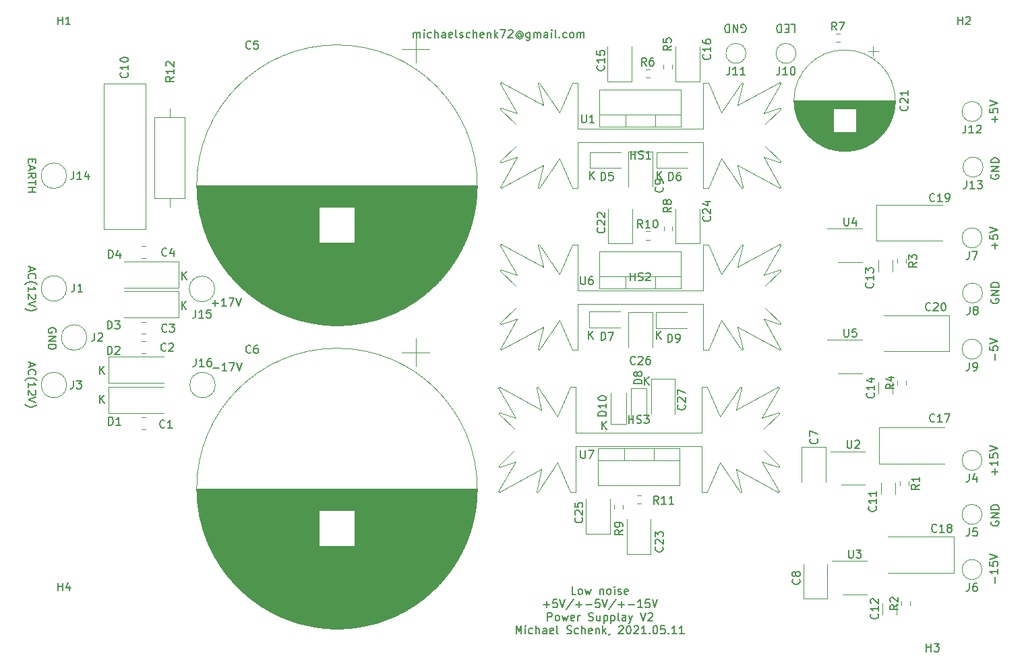
<source format=gbr>
G04 #@! TF.GenerationSoftware,KiCad,Pcbnew,(5.1.10-0-10_14)*
G04 #@! TF.CreationDate,2021-05-14T17:18:27+02:00*
G04 #@! TF.ProjectId,dac-psu,6461632d-7073-4752-9e6b-696361645f70,rev?*
G04 #@! TF.SameCoordinates,Original*
G04 #@! TF.FileFunction,Legend,Top*
G04 #@! TF.FilePolarity,Positive*
%FSLAX46Y46*%
G04 Gerber Fmt 4.6, Leading zero omitted, Abs format (unit mm)*
G04 Created by KiCad (PCBNEW (5.1.10-0-10_14)) date 2021-05-14 17:18:27*
%MOMM*%
%LPD*%
G01*
G04 APERTURE LIST*
%ADD10C,0.150000*%
%ADD11C,0.120000*%
G04 APERTURE END LIST*
D10*
X173601095Y-70302380D02*
X173601095Y-69302380D01*
X174172523Y-70302380D02*
X173743952Y-69730952D01*
X174172523Y-69302380D02*
X173601095Y-69873809D01*
X165092095Y-70302380D02*
X165092095Y-69302380D01*
X165663523Y-70302380D02*
X165234952Y-69730952D01*
X165663523Y-69302380D02*
X165092095Y-69873809D01*
X173474095Y-90368380D02*
X173474095Y-89368380D01*
X174045523Y-90368380D02*
X173616952Y-89796952D01*
X174045523Y-89368380D02*
X173474095Y-89939809D01*
X164965095Y-90368380D02*
X164965095Y-89368380D01*
X165536523Y-90368380D02*
X165107952Y-89796952D01*
X165536523Y-89368380D02*
X164965095Y-89939809D01*
X171950095Y-96083380D02*
X171950095Y-95083380D01*
X172521523Y-96083380D02*
X172092952Y-95511952D01*
X172521523Y-95083380D02*
X171950095Y-95654809D01*
X215971428Y-107425904D02*
X215971428Y-106664000D01*
X216352380Y-107044952D02*
X215590476Y-107044952D01*
X216352380Y-105664000D02*
X216352380Y-106235428D01*
X216352380Y-105949714D02*
X215352380Y-105949714D01*
X215495238Y-106044952D01*
X215590476Y-106140190D01*
X215638095Y-106235428D01*
X215352380Y-104759238D02*
X215352380Y-105235428D01*
X215828571Y-105283047D01*
X215780952Y-105235428D01*
X215733333Y-105140190D01*
X215733333Y-104902095D01*
X215780952Y-104806857D01*
X215828571Y-104759238D01*
X215923809Y-104711619D01*
X216161904Y-104711619D01*
X216257142Y-104759238D01*
X216304761Y-104806857D01*
X216352380Y-104902095D01*
X216352380Y-105140190D01*
X216304761Y-105235428D01*
X216257142Y-105283047D01*
X215352380Y-104425904D02*
X216352380Y-104092571D01*
X215352380Y-103759238D01*
X215971428Y-121014904D02*
X215971428Y-120253000D01*
X216352380Y-119253000D02*
X216352380Y-119824428D01*
X216352380Y-119538714D02*
X215352380Y-119538714D01*
X215495238Y-119633952D01*
X215590476Y-119729190D01*
X215638095Y-119824428D01*
X215352380Y-118348238D02*
X215352380Y-118824428D01*
X215828571Y-118872047D01*
X215780952Y-118824428D01*
X215733333Y-118729190D01*
X215733333Y-118491095D01*
X215780952Y-118395857D01*
X215828571Y-118348238D01*
X215923809Y-118300619D01*
X216161904Y-118300619D01*
X216257142Y-118348238D01*
X216304761Y-118395857D01*
X216352380Y-118491095D01*
X216352380Y-118729190D01*
X216304761Y-118824428D01*
X216257142Y-118872047D01*
X215352380Y-118014904D02*
X216352380Y-117681571D01*
X215352380Y-117348238D01*
X215527000Y-113283904D02*
X215479380Y-113379142D01*
X215479380Y-113522000D01*
X215527000Y-113664857D01*
X215622238Y-113760095D01*
X215717476Y-113807714D01*
X215907952Y-113855333D01*
X216050809Y-113855333D01*
X216241285Y-113807714D01*
X216336523Y-113760095D01*
X216431761Y-113664857D01*
X216479380Y-113522000D01*
X216479380Y-113426761D01*
X216431761Y-113283904D01*
X216384142Y-113236285D01*
X216050809Y-113236285D01*
X216050809Y-113426761D01*
X216479380Y-112807714D02*
X215479380Y-112807714D01*
X216479380Y-112236285D01*
X215479380Y-112236285D01*
X216479380Y-111760095D02*
X215479380Y-111760095D01*
X215479380Y-111522000D01*
X215527000Y-111379142D01*
X215622238Y-111283904D01*
X215717476Y-111236285D01*
X215907952Y-111188666D01*
X216050809Y-111188666D01*
X216241285Y-111236285D01*
X216336523Y-111283904D01*
X216431761Y-111379142D01*
X216479380Y-111522000D01*
X216479380Y-111760095D01*
X215527000Y-85343904D02*
X215479380Y-85439142D01*
X215479380Y-85582000D01*
X215527000Y-85724857D01*
X215622238Y-85820095D01*
X215717476Y-85867714D01*
X215907952Y-85915333D01*
X216050809Y-85915333D01*
X216241285Y-85867714D01*
X216336523Y-85820095D01*
X216431761Y-85724857D01*
X216479380Y-85582000D01*
X216479380Y-85486761D01*
X216431761Y-85343904D01*
X216384142Y-85296285D01*
X216050809Y-85296285D01*
X216050809Y-85486761D01*
X216479380Y-84867714D02*
X215479380Y-84867714D01*
X216479380Y-84296285D01*
X215479380Y-84296285D01*
X216479380Y-83820095D02*
X215479380Y-83820095D01*
X215479380Y-83582000D01*
X215527000Y-83439142D01*
X215622238Y-83343904D01*
X215717476Y-83296285D01*
X215907952Y-83248666D01*
X216050809Y-83248666D01*
X216241285Y-83296285D01*
X216336523Y-83343904D01*
X216431761Y-83439142D01*
X216479380Y-83582000D01*
X216479380Y-83820095D01*
X215527000Y-69722904D02*
X215479380Y-69818142D01*
X215479380Y-69961000D01*
X215527000Y-70103857D01*
X215622238Y-70199095D01*
X215717476Y-70246714D01*
X215907952Y-70294333D01*
X216050809Y-70294333D01*
X216241285Y-70246714D01*
X216336523Y-70199095D01*
X216431761Y-70103857D01*
X216479380Y-69961000D01*
X216479380Y-69865761D01*
X216431761Y-69722904D01*
X216384142Y-69675285D01*
X216050809Y-69675285D01*
X216050809Y-69865761D01*
X216479380Y-69246714D02*
X215479380Y-69246714D01*
X216479380Y-68675285D01*
X215479380Y-68675285D01*
X216479380Y-68199095D02*
X215479380Y-68199095D01*
X215479380Y-67961000D01*
X215527000Y-67818142D01*
X215622238Y-67722904D01*
X215717476Y-67675285D01*
X215907952Y-67627666D01*
X216050809Y-67627666D01*
X216241285Y-67675285D01*
X216336523Y-67722904D01*
X216431761Y-67818142D01*
X216479380Y-67961000D01*
X216479380Y-68199095D01*
X215971428Y-92979714D02*
X215971428Y-92217809D01*
X215352380Y-91265428D02*
X215352380Y-91741619D01*
X215828571Y-91789238D01*
X215780952Y-91741619D01*
X215733333Y-91646380D01*
X215733333Y-91408285D01*
X215780952Y-91313047D01*
X215828571Y-91265428D01*
X215923809Y-91217809D01*
X216161904Y-91217809D01*
X216257142Y-91265428D01*
X216304761Y-91313047D01*
X216352380Y-91408285D01*
X216352380Y-91646380D01*
X216304761Y-91741619D01*
X216257142Y-91789238D01*
X215352380Y-90932095D02*
X216352380Y-90598761D01*
X215352380Y-90265428D01*
X215971428Y-79009714D02*
X215971428Y-78247809D01*
X216352380Y-78628761D02*
X215590476Y-78628761D01*
X215352380Y-77295428D02*
X215352380Y-77771619D01*
X215828571Y-77819238D01*
X215780952Y-77771619D01*
X215733333Y-77676380D01*
X215733333Y-77438285D01*
X215780952Y-77343047D01*
X215828571Y-77295428D01*
X215923809Y-77247809D01*
X216161904Y-77247809D01*
X216257142Y-77295428D01*
X216304761Y-77343047D01*
X216352380Y-77438285D01*
X216352380Y-77676380D01*
X216304761Y-77771619D01*
X216257142Y-77819238D01*
X215352380Y-76962095D02*
X216352380Y-76628761D01*
X215352380Y-76295428D01*
X190380857Y-50855619D02*
X190857047Y-50855619D01*
X190857047Y-51855619D01*
X190047523Y-51379428D02*
X189714190Y-51379428D01*
X189571333Y-50855619D02*
X190047523Y-50855619D01*
X190047523Y-51855619D01*
X189571333Y-51855619D01*
X189142761Y-50855619D02*
X189142761Y-51855619D01*
X188904666Y-51855619D01*
X188761809Y-51808000D01*
X188666571Y-51712761D01*
X188618952Y-51617523D01*
X188571333Y-51427047D01*
X188571333Y-51284190D01*
X188618952Y-51093714D01*
X188666571Y-50998476D01*
X188761809Y-50903238D01*
X188904666Y-50855619D01*
X189142761Y-50855619D01*
X184149904Y-51808000D02*
X184245142Y-51855619D01*
X184388000Y-51855619D01*
X184530857Y-51808000D01*
X184626095Y-51712761D01*
X184673714Y-51617523D01*
X184721333Y-51427047D01*
X184721333Y-51284190D01*
X184673714Y-51093714D01*
X184626095Y-50998476D01*
X184530857Y-50903238D01*
X184388000Y-50855619D01*
X184292761Y-50855619D01*
X184149904Y-50903238D01*
X184102285Y-50950857D01*
X184102285Y-51284190D01*
X184292761Y-51284190D01*
X183673714Y-50855619D02*
X183673714Y-51855619D01*
X183102285Y-50855619D01*
X183102285Y-51855619D01*
X182626095Y-50855619D02*
X182626095Y-51855619D01*
X182388000Y-51855619D01*
X182245142Y-51808000D01*
X182149904Y-51712761D01*
X182102285Y-51617523D01*
X182054666Y-51427047D01*
X182054666Y-51284190D01*
X182102285Y-51093714D01*
X182149904Y-50998476D01*
X182245142Y-50903238D01*
X182388000Y-50855619D01*
X182626095Y-50855619D01*
X95067428Y-67802380D02*
X95067428Y-68135714D01*
X94543619Y-68278571D02*
X94543619Y-67802380D01*
X95543619Y-67802380D01*
X95543619Y-68278571D01*
X94829333Y-68659523D02*
X94829333Y-69135714D01*
X94543619Y-68564285D02*
X95543619Y-68897619D01*
X94543619Y-69230952D01*
X94543619Y-70135714D02*
X95019809Y-69802380D01*
X94543619Y-69564285D02*
X95543619Y-69564285D01*
X95543619Y-69945238D01*
X95496000Y-70040476D01*
X95448380Y-70088095D01*
X95353142Y-70135714D01*
X95210285Y-70135714D01*
X95115047Y-70088095D01*
X95067428Y-70040476D01*
X95019809Y-69945238D01*
X95019809Y-69564285D01*
X95543619Y-70421428D02*
X95543619Y-70992857D01*
X94543619Y-70707142D02*
X95543619Y-70707142D01*
X94543619Y-71326190D02*
X95543619Y-71326190D01*
X95067428Y-71326190D02*
X95067428Y-71897619D01*
X94543619Y-71897619D02*
X95543619Y-71897619D01*
X98036000Y-89535095D02*
X98083619Y-89439857D01*
X98083619Y-89297000D01*
X98036000Y-89154142D01*
X97940761Y-89058904D01*
X97845523Y-89011285D01*
X97655047Y-88963666D01*
X97512190Y-88963666D01*
X97321714Y-89011285D01*
X97226476Y-89058904D01*
X97131238Y-89154142D01*
X97083619Y-89297000D01*
X97083619Y-89392238D01*
X97131238Y-89535095D01*
X97178857Y-89582714D01*
X97512190Y-89582714D01*
X97512190Y-89392238D01*
X97083619Y-90011285D02*
X98083619Y-90011285D01*
X97083619Y-90582714D01*
X98083619Y-90582714D01*
X97083619Y-91058904D02*
X98083619Y-91058904D01*
X98083619Y-91297000D01*
X98036000Y-91439857D01*
X97940761Y-91535095D01*
X97845523Y-91582714D01*
X97655047Y-91630333D01*
X97512190Y-91630333D01*
X97321714Y-91582714D01*
X97226476Y-91535095D01*
X97131238Y-91439857D01*
X97083619Y-91297000D01*
X97083619Y-91058904D01*
X94829333Y-93353285D02*
X94829333Y-93829476D01*
X94543619Y-93258047D02*
X95543619Y-93591380D01*
X94543619Y-93924714D01*
X94638857Y-94829476D02*
X94591238Y-94781857D01*
X94543619Y-94639000D01*
X94543619Y-94543761D01*
X94591238Y-94400904D01*
X94686476Y-94305666D01*
X94781714Y-94258047D01*
X94972190Y-94210428D01*
X95115047Y-94210428D01*
X95305523Y-94258047D01*
X95400761Y-94305666D01*
X95496000Y-94400904D01*
X95543619Y-94543761D01*
X95543619Y-94639000D01*
X95496000Y-94781857D01*
X95448380Y-94829476D01*
X94162666Y-95543761D02*
X94210285Y-95496142D01*
X94353142Y-95400904D01*
X94448380Y-95353285D01*
X94591238Y-95305666D01*
X94829333Y-95258047D01*
X95019809Y-95258047D01*
X95257904Y-95305666D01*
X95400761Y-95353285D01*
X95496000Y-95400904D01*
X95638857Y-95496142D01*
X95686476Y-95543761D01*
X94543619Y-96448523D02*
X94543619Y-95877095D01*
X94543619Y-96162809D02*
X95543619Y-96162809D01*
X95400761Y-96067571D01*
X95305523Y-95972333D01*
X95257904Y-95877095D01*
X95448380Y-96829476D02*
X95496000Y-96877095D01*
X95543619Y-96972333D01*
X95543619Y-97210428D01*
X95496000Y-97305666D01*
X95448380Y-97353285D01*
X95353142Y-97400904D01*
X95257904Y-97400904D01*
X95115047Y-97353285D01*
X94543619Y-96781857D01*
X94543619Y-97400904D01*
X95543619Y-97686619D02*
X94543619Y-98019952D01*
X95543619Y-98353285D01*
X94162666Y-98591380D02*
X94210285Y-98639000D01*
X94353142Y-98734238D01*
X94448380Y-98781857D01*
X94591238Y-98829476D01*
X94829333Y-98877095D01*
X95019809Y-98877095D01*
X95257904Y-98829476D01*
X95400761Y-98781857D01*
X95496000Y-98734238D01*
X95638857Y-98639000D01*
X95686476Y-98591380D01*
X94829333Y-81288285D02*
X94829333Y-81764476D01*
X94543619Y-81193047D02*
X95543619Y-81526380D01*
X94543619Y-81859714D01*
X94638857Y-82764476D02*
X94591238Y-82716857D01*
X94543619Y-82574000D01*
X94543619Y-82478761D01*
X94591238Y-82335904D01*
X94686476Y-82240666D01*
X94781714Y-82193047D01*
X94972190Y-82145428D01*
X95115047Y-82145428D01*
X95305523Y-82193047D01*
X95400761Y-82240666D01*
X95496000Y-82335904D01*
X95543619Y-82478761D01*
X95543619Y-82574000D01*
X95496000Y-82716857D01*
X95448380Y-82764476D01*
X94162666Y-83478761D02*
X94210285Y-83431142D01*
X94353142Y-83335904D01*
X94448380Y-83288285D01*
X94591238Y-83240666D01*
X94829333Y-83193047D01*
X95019809Y-83193047D01*
X95257904Y-83240666D01*
X95400761Y-83288285D01*
X95496000Y-83335904D01*
X95638857Y-83431142D01*
X95686476Y-83478761D01*
X94543619Y-84383523D02*
X94543619Y-83812095D01*
X94543619Y-84097809D02*
X95543619Y-84097809D01*
X95400761Y-84002571D01*
X95305523Y-83907333D01*
X95257904Y-83812095D01*
X95448380Y-84764476D02*
X95496000Y-84812095D01*
X95543619Y-84907333D01*
X95543619Y-85145428D01*
X95496000Y-85240666D01*
X95448380Y-85288285D01*
X95353142Y-85335904D01*
X95257904Y-85335904D01*
X95115047Y-85288285D01*
X94543619Y-84716857D01*
X94543619Y-85335904D01*
X95543619Y-85621619D02*
X94543619Y-85954952D01*
X95543619Y-86288285D01*
X94162666Y-86526380D02*
X94210285Y-86574000D01*
X94353142Y-86669238D01*
X94448380Y-86716857D01*
X94591238Y-86764476D01*
X94829333Y-86812095D01*
X95019809Y-86812095D01*
X95257904Y-86764476D01*
X95400761Y-86716857D01*
X95496000Y-86669238D01*
X95638857Y-86574000D01*
X95686476Y-86526380D01*
X166616095Y-101671380D02*
X166616095Y-100671380D01*
X167187523Y-101671380D02*
X166758952Y-101099952D01*
X167187523Y-100671380D02*
X166616095Y-101242809D01*
X142955714Y-52522380D02*
X142955714Y-51855714D01*
X142955714Y-51950952D02*
X143003333Y-51903333D01*
X143098571Y-51855714D01*
X143241428Y-51855714D01*
X143336666Y-51903333D01*
X143384285Y-51998571D01*
X143384285Y-52522380D01*
X143384285Y-51998571D02*
X143431904Y-51903333D01*
X143527142Y-51855714D01*
X143670000Y-51855714D01*
X143765238Y-51903333D01*
X143812857Y-51998571D01*
X143812857Y-52522380D01*
X144289047Y-52522380D02*
X144289047Y-51855714D01*
X144289047Y-51522380D02*
X144241428Y-51570000D01*
X144289047Y-51617619D01*
X144336666Y-51570000D01*
X144289047Y-51522380D01*
X144289047Y-51617619D01*
X145193809Y-52474761D02*
X145098571Y-52522380D01*
X144908095Y-52522380D01*
X144812857Y-52474761D01*
X144765238Y-52427142D01*
X144717619Y-52331904D01*
X144717619Y-52046190D01*
X144765238Y-51950952D01*
X144812857Y-51903333D01*
X144908095Y-51855714D01*
X145098571Y-51855714D01*
X145193809Y-51903333D01*
X145622380Y-52522380D02*
X145622380Y-51522380D01*
X146050952Y-52522380D02*
X146050952Y-51998571D01*
X146003333Y-51903333D01*
X145908095Y-51855714D01*
X145765238Y-51855714D01*
X145670000Y-51903333D01*
X145622380Y-51950952D01*
X146955714Y-52522380D02*
X146955714Y-51998571D01*
X146908095Y-51903333D01*
X146812857Y-51855714D01*
X146622380Y-51855714D01*
X146527142Y-51903333D01*
X146955714Y-52474761D02*
X146860476Y-52522380D01*
X146622380Y-52522380D01*
X146527142Y-52474761D01*
X146479523Y-52379523D01*
X146479523Y-52284285D01*
X146527142Y-52189047D01*
X146622380Y-52141428D01*
X146860476Y-52141428D01*
X146955714Y-52093809D01*
X147812857Y-52474761D02*
X147717619Y-52522380D01*
X147527142Y-52522380D01*
X147431904Y-52474761D01*
X147384285Y-52379523D01*
X147384285Y-51998571D01*
X147431904Y-51903333D01*
X147527142Y-51855714D01*
X147717619Y-51855714D01*
X147812857Y-51903333D01*
X147860476Y-51998571D01*
X147860476Y-52093809D01*
X147384285Y-52189047D01*
X148431904Y-52522380D02*
X148336666Y-52474761D01*
X148289047Y-52379523D01*
X148289047Y-51522380D01*
X148765238Y-52474761D02*
X148860476Y-52522380D01*
X149050952Y-52522380D01*
X149146190Y-52474761D01*
X149193809Y-52379523D01*
X149193809Y-52331904D01*
X149146190Y-52236666D01*
X149050952Y-52189047D01*
X148908095Y-52189047D01*
X148812857Y-52141428D01*
X148765238Y-52046190D01*
X148765238Y-51998571D01*
X148812857Y-51903333D01*
X148908095Y-51855714D01*
X149050952Y-51855714D01*
X149146190Y-51903333D01*
X150050952Y-52474761D02*
X149955714Y-52522380D01*
X149765238Y-52522380D01*
X149670000Y-52474761D01*
X149622380Y-52427142D01*
X149574761Y-52331904D01*
X149574761Y-52046190D01*
X149622380Y-51950952D01*
X149670000Y-51903333D01*
X149765238Y-51855714D01*
X149955714Y-51855714D01*
X150050952Y-51903333D01*
X150479523Y-52522380D02*
X150479523Y-51522380D01*
X150908095Y-52522380D02*
X150908095Y-51998571D01*
X150860476Y-51903333D01*
X150765238Y-51855714D01*
X150622380Y-51855714D01*
X150527142Y-51903333D01*
X150479523Y-51950952D01*
X151765238Y-52474761D02*
X151670000Y-52522380D01*
X151479523Y-52522380D01*
X151384285Y-52474761D01*
X151336666Y-52379523D01*
X151336666Y-51998571D01*
X151384285Y-51903333D01*
X151479523Y-51855714D01*
X151670000Y-51855714D01*
X151765238Y-51903333D01*
X151812857Y-51998571D01*
X151812857Y-52093809D01*
X151336666Y-52189047D01*
X152241428Y-51855714D02*
X152241428Y-52522380D01*
X152241428Y-51950952D02*
X152289047Y-51903333D01*
X152384285Y-51855714D01*
X152527142Y-51855714D01*
X152622380Y-51903333D01*
X152670000Y-51998571D01*
X152670000Y-52522380D01*
X153146190Y-52522380D02*
X153146190Y-51522380D01*
X153241428Y-52141428D02*
X153527142Y-52522380D01*
X153527142Y-51855714D02*
X153146190Y-52236666D01*
X153860476Y-51522380D02*
X154527142Y-51522380D01*
X154098571Y-52522380D01*
X154860476Y-51617619D02*
X154908095Y-51570000D01*
X155003333Y-51522380D01*
X155241428Y-51522380D01*
X155336666Y-51570000D01*
X155384285Y-51617619D01*
X155431904Y-51712857D01*
X155431904Y-51808095D01*
X155384285Y-51950952D01*
X154812857Y-52522380D01*
X155431904Y-52522380D01*
X156479523Y-52046190D02*
X156431904Y-51998571D01*
X156336666Y-51950952D01*
X156241428Y-51950952D01*
X156146190Y-51998571D01*
X156098571Y-52046190D01*
X156050952Y-52141428D01*
X156050952Y-52236666D01*
X156098571Y-52331904D01*
X156146190Y-52379523D01*
X156241428Y-52427142D01*
X156336666Y-52427142D01*
X156431904Y-52379523D01*
X156479523Y-52331904D01*
X156479523Y-51950952D02*
X156479523Y-52331904D01*
X156527142Y-52379523D01*
X156574761Y-52379523D01*
X156670000Y-52331904D01*
X156717619Y-52236666D01*
X156717619Y-51998571D01*
X156622380Y-51855714D01*
X156479523Y-51760476D01*
X156289047Y-51712857D01*
X156098571Y-51760476D01*
X155955714Y-51855714D01*
X155860476Y-51998571D01*
X155812857Y-52189047D01*
X155860476Y-52379523D01*
X155955714Y-52522380D01*
X156098571Y-52617619D01*
X156289047Y-52665238D01*
X156479523Y-52617619D01*
X156622380Y-52522380D01*
X157574761Y-51855714D02*
X157574761Y-52665238D01*
X157527142Y-52760476D01*
X157479523Y-52808095D01*
X157384285Y-52855714D01*
X157241428Y-52855714D01*
X157146190Y-52808095D01*
X157574761Y-52474761D02*
X157479523Y-52522380D01*
X157289047Y-52522380D01*
X157193809Y-52474761D01*
X157146190Y-52427142D01*
X157098571Y-52331904D01*
X157098571Y-52046190D01*
X157146190Y-51950952D01*
X157193809Y-51903333D01*
X157289047Y-51855714D01*
X157479523Y-51855714D01*
X157574761Y-51903333D01*
X158050952Y-52522380D02*
X158050952Y-51855714D01*
X158050952Y-51950952D02*
X158098571Y-51903333D01*
X158193809Y-51855714D01*
X158336666Y-51855714D01*
X158431904Y-51903333D01*
X158479523Y-51998571D01*
X158479523Y-52522380D01*
X158479523Y-51998571D02*
X158527142Y-51903333D01*
X158622380Y-51855714D01*
X158765238Y-51855714D01*
X158860476Y-51903333D01*
X158908095Y-51998571D01*
X158908095Y-52522380D01*
X159812857Y-52522380D02*
X159812857Y-51998571D01*
X159765238Y-51903333D01*
X159670000Y-51855714D01*
X159479523Y-51855714D01*
X159384285Y-51903333D01*
X159812857Y-52474761D02*
X159717619Y-52522380D01*
X159479523Y-52522380D01*
X159384285Y-52474761D01*
X159336666Y-52379523D01*
X159336666Y-52284285D01*
X159384285Y-52189047D01*
X159479523Y-52141428D01*
X159717619Y-52141428D01*
X159812857Y-52093809D01*
X160289047Y-52522380D02*
X160289047Y-51855714D01*
X160289047Y-51522380D02*
X160241428Y-51570000D01*
X160289047Y-51617619D01*
X160336666Y-51570000D01*
X160289047Y-51522380D01*
X160289047Y-51617619D01*
X160908095Y-52522380D02*
X160812857Y-52474761D01*
X160765238Y-52379523D01*
X160765238Y-51522380D01*
X161289047Y-52427142D02*
X161336666Y-52474761D01*
X161289047Y-52522380D01*
X161241428Y-52474761D01*
X161289047Y-52427142D01*
X161289047Y-52522380D01*
X162193809Y-52474761D02*
X162098571Y-52522380D01*
X161908095Y-52522380D01*
X161812857Y-52474761D01*
X161765238Y-52427142D01*
X161717619Y-52331904D01*
X161717619Y-52046190D01*
X161765238Y-51950952D01*
X161812857Y-51903333D01*
X161908095Y-51855714D01*
X162098571Y-51855714D01*
X162193809Y-51903333D01*
X162765238Y-52522380D02*
X162670000Y-52474761D01*
X162622380Y-52427142D01*
X162574761Y-52331904D01*
X162574761Y-52046190D01*
X162622380Y-51950952D01*
X162670000Y-51903333D01*
X162765238Y-51855714D01*
X162908095Y-51855714D01*
X163003333Y-51903333D01*
X163050952Y-51950952D01*
X163098571Y-52046190D01*
X163098571Y-52331904D01*
X163050952Y-52427142D01*
X163003333Y-52474761D01*
X162908095Y-52522380D01*
X162765238Y-52522380D01*
X163527142Y-52522380D02*
X163527142Y-51855714D01*
X163527142Y-51950952D02*
X163574761Y-51903333D01*
X163670000Y-51855714D01*
X163812857Y-51855714D01*
X163908095Y-51903333D01*
X163955714Y-51998571D01*
X163955714Y-52522380D01*
X163955714Y-51998571D02*
X164003333Y-51903333D01*
X164098571Y-51855714D01*
X164241428Y-51855714D01*
X164336666Y-51903333D01*
X164384285Y-51998571D01*
X164384285Y-52522380D01*
X163346190Y-122437380D02*
X162870000Y-122437380D01*
X162870000Y-121437380D01*
X163822380Y-122437380D02*
X163727142Y-122389761D01*
X163679523Y-122342142D01*
X163631904Y-122246904D01*
X163631904Y-121961190D01*
X163679523Y-121865952D01*
X163727142Y-121818333D01*
X163822380Y-121770714D01*
X163965238Y-121770714D01*
X164060476Y-121818333D01*
X164108095Y-121865952D01*
X164155714Y-121961190D01*
X164155714Y-122246904D01*
X164108095Y-122342142D01*
X164060476Y-122389761D01*
X163965238Y-122437380D01*
X163822380Y-122437380D01*
X164489047Y-121770714D02*
X164679523Y-122437380D01*
X164870000Y-121961190D01*
X165060476Y-122437380D01*
X165250952Y-121770714D01*
X166393809Y-121770714D02*
X166393809Y-122437380D01*
X166393809Y-121865952D02*
X166441428Y-121818333D01*
X166536666Y-121770714D01*
X166679523Y-121770714D01*
X166774761Y-121818333D01*
X166822380Y-121913571D01*
X166822380Y-122437380D01*
X167441428Y-122437380D02*
X167346190Y-122389761D01*
X167298571Y-122342142D01*
X167250952Y-122246904D01*
X167250952Y-121961190D01*
X167298571Y-121865952D01*
X167346190Y-121818333D01*
X167441428Y-121770714D01*
X167584285Y-121770714D01*
X167679523Y-121818333D01*
X167727142Y-121865952D01*
X167774761Y-121961190D01*
X167774761Y-122246904D01*
X167727142Y-122342142D01*
X167679523Y-122389761D01*
X167584285Y-122437380D01*
X167441428Y-122437380D01*
X168203333Y-122437380D02*
X168203333Y-121770714D01*
X168203333Y-121437380D02*
X168155714Y-121485000D01*
X168203333Y-121532619D01*
X168250952Y-121485000D01*
X168203333Y-121437380D01*
X168203333Y-121532619D01*
X168631904Y-122389761D02*
X168727142Y-122437380D01*
X168917619Y-122437380D01*
X169012857Y-122389761D01*
X169060476Y-122294523D01*
X169060476Y-122246904D01*
X169012857Y-122151666D01*
X168917619Y-122104047D01*
X168774761Y-122104047D01*
X168679523Y-122056428D01*
X168631904Y-121961190D01*
X168631904Y-121913571D01*
X168679523Y-121818333D01*
X168774761Y-121770714D01*
X168917619Y-121770714D01*
X169012857Y-121818333D01*
X169870000Y-122389761D02*
X169774761Y-122437380D01*
X169584285Y-122437380D01*
X169489047Y-122389761D01*
X169441428Y-122294523D01*
X169441428Y-121913571D01*
X169489047Y-121818333D01*
X169584285Y-121770714D01*
X169774761Y-121770714D01*
X169870000Y-121818333D01*
X169917619Y-121913571D01*
X169917619Y-122008809D01*
X169441428Y-122104047D01*
X159274761Y-123706428D02*
X160036666Y-123706428D01*
X159655714Y-124087380D02*
X159655714Y-123325476D01*
X160989047Y-123087380D02*
X160512857Y-123087380D01*
X160465238Y-123563571D01*
X160512857Y-123515952D01*
X160608095Y-123468333D01*
X160846190Y-123468333D01*
X160941428Y-123515952D01*
X160989047Y-123563571D01*
X161036666Y-123658809D01*
X161036666Y-123896904D01*
X160989047Y-123992142D01*
X160941428Y-124039761D01*
X160846190Y-124087380D01*
X160608095Y-124087380D01*
X160512857Y-124039761D01*
X160465238Y-123992142D01*
X161322380Y-123087380D02*
X161655714Y-124087380D01*
X161989047Y-123087380D01*
X163036666Y-123039761D02*
X162179523Y-124325476D01*
X163370000Y-123706428D02*
X164131904Y-123706428D01*
X163750952Y-124087380D02*
X163750952Y-123325476D01*
X164608095Y-123706428D02*
X165370000Y-123706428D01*
X166322380Y-123087380D02*
X165846190Y-123087380D01*
X165798571Y-123563571D01*
X165846190Y-123515952D01*
X165941428Y-123468333D01*
X166179523Y-123468333D01*
X166274761Y-123515952D01*
X166322380Y-123563571D01*
X166370000Y-123658809D01*
X166370000Y-123896904D01*
X166322380Y-123992142D01*
X166274761Y-124039761D01*
X166179523Y-124087380D01*
X165941428Y-124087380D01*
X165846190Y-124039761D01*
X165798571Y-123992142D01*
X166655714Y-123087380D02*
X166989047Y-124087380D01*
X167322380Y-123087380D01*
X168370000Y-123039761D02*
X167512857Y-124325476D01*
X168703333Y-123706428D02*
X169465238Y-123706428D01*
X169084285Y-124087380D02*
X169084285Y-123325476D01*
X169941428Y-123706428D02*
X170703333Y-123706428D01*
X171703333Y-124087380D02*
X171131904Y-124087380D01*
X171417619Y-124087380D02*
X171417619Y-123087380D01*
X171322380Y-123230238D01*
X171227142Y-123325476D01*
X171131904Y-123373095D01*
X172608095Y-123087380D02*
X172131904Y-123087380D01*
X172084285Y-123563571D01*
X172131904Y-123515952D01*
X172227142Y-123468333D01*
X172465238Y-123468333D01*
X172560476Y-123515952D01*
X172608095Y-123563571D01*
X172655714Y-123658809D01*
X172655714Y-123896904D01*
X172608095Y-123992142D01*
X172560476Y-124039761D01*
X172465238Y-124087380D01*
X172227142Y-124087380D01*
X172131904Y-124039761D01*
X172084285Y-123992142D01*
X172941428Y-123087380D02*
X173274761Y-124087380D01*
X173608095Y-123087380D01*
X159798571Y-125737380D02*
X159798571Y-124737380D01*
X160179523Y-124737380D01*
X160274761Y-124785000D01*
X160322380Y-124832619D01*
X160370000Y-124927857D01*
X160370000Y-125070714D01*
X160322380Y-125165952D01*
X160274761Y-125213571D01*
X160179523Y-125261190D01*
X159798571Y-125261190D01*
X160941428Y-125737380D02*
X160846190Y-125689761D01*
X160798571Y-125642142D01*
X160750952Y-125546904D01*
X160750952Y-125261190D01*
X160798571Y-125165952D01*
X160846190Y-125118333D01*
X160941428Y-125070714D01*
X161084285Y-125070714D01*
X161179523Y-125118333D01*
X161227142Y-125165952D01*
X161274761Y-125261190D01*
X161274761Y-125546904D01*
X161227142Y-125642142D01*
X161179523Y-125689761D01*
X161084285Y-125737380D01*
X160941428Y-125737380D01*
X161608095Y-125070714D02*
X161798571Y-125737380D01*
X161989047Y-125261190D01*
X162179523Y-125737380D01*
X162370000Y-125070714D01*
X163131904Y-125689761D02*
X163036666Y-125737380D01*
X162846190Y-125737380D01*
X162750952Y-125689761D01*
X162703333Y-125594523D01*
X162703333Y-125213571D01*
X162750952Y-125118333D01*
X162846190Y-125070714D01*
X163036666Y-125070714D01*
X163131904Y-125118333D01*
X163179523Y-125213571D01*
X163179523Y-125308809D01*
X162703333Y-125404047D01*
X163608095Y-125737380D02*
X163608095Y-125070714D01*
X163608095Y-125261190D02*
X163655714Y-125165952D01*
X163703333Y-125118333D01*
X163798571Y-125070714D01*
X163893809Y-125070714D01*
X164941428Y-125689761D02*
X165084285Y-125737380D01*
X165322380Y-125737380D01*
X165417619Y-125689761D01*
X165465238Y-125642142D01*
X165512857Y-125546904D01*
X165512857Y-125451666D01*
X165465238Y-125356428D01*
X165417619Y-125308809D01*
X165322380Y-125261190D01*
X165131904Y-125213571D01*
X165036666Y-125165952D01*
X164989047Y-125118333D01*
X164941428Y-125023095D01*
X164941428Y-124927857D01*
X164989047Y-124832619D01*
X165036666Y-124785000D01*
X165131904Y-124737380D01*
X165370000Y-124737380D01*
X165512857Y-124785000D01*
X166370000Y-125070714D02*
X166370000Y-125737380D01*
X165941428Y-125070714D02*
X165941428Y-125594523D01*
X165989047Y-125689761D01*
X166084285Y-125737380D01*
X166227142Y-125737380D01*
X166322380Y-125689761D01*
X166370000Y-125642142D01*
X166846190Y-125070714D02*
X166846190Y-126070714D01*
X166846190Y-125118333D02*
X166941428Y-125070714D01*
X167131904Y-125070714D01*
X167227142Y-125118333D01*
X167274761Y-125165952D01*
X167322380Y-125261190D01*
X167322380Y-125546904D01*
X167274761Y-125642142D01*
X167227142Y-125689761D01*
X167131904Y-125737380D01*
X166941428Y-125737380D01*
X166846190Y-125689761D01*
X167750952Y-125070714D02*
X167750952Y-126070714D01*
X167750952Y-125118333D02*
X167846190Y-125070714D01*
X168036666Y-125070714D01*
X168131904Y-125118333D01*
X168179523Y-125165952D01*
X168227142Y-125261190D01*
X168227142Y-125546904D01*
X168179523Y-125642142D01*
X168131904Y-125689761D01*
X168036666Y-125737380D01*
X167846190Y-125737380D01*
X167750952Y-125689761D01*
X168798571Y-125737380D02*
X168703333Y-125689761D01*
X168655714Y-125594523D01*
X168655714Y-124737380D01*
X169608095Y-125737380D02*
X169608095Y-125213571D01*
X169560476Y-125118333D01*
X169465238Y-125070714D01*
X169274761Y-125070714D01*
X169179523Y-125118333D01*
X169608095Y-125689761D02*
X169512857Y-125737380D01*
X169274761Y-125737380D01*
X169179523Y-125689761D01*
X169131904Y-125594523D01*
X169131904Y-125499285D01*
X169179523Y-125404047D01*
X169274761Y-125356428D01*
X169512857Y-125356428D01*
X169608095Y-125308809D01*
X169989047Y-125070714D02*
X170227142Y-125737380D01*
X170465238Y-125070714D02*
X170227142Y-125737380D01*
X170131904Y-125975476D01*
X170084285Y-126023095D01*
X169989047Y-126070714D01*
X171465238Y-124737380D02*
X171798571Y-125737380D01*
X172131904Y-124737380D01*
X172417619Y-124832619D02*
X172465238Y-124785000D01*
X172560476Y-124737380D01*
X172798571Y-124737380D01*
X172893809Y-124785000D01*
X172941428Y-124832619D01*
X172989047Y-124927857D01*
X172989047Y-125023095D01*
X172941428Y-125165952D01*
X172370000Y-125737380D01*
X172989047Y-125737380D01*
X155846190Y-127387380D02*
X155846190Y-126387380D01*
X156179523Y-127101666D01*
X156512857Y-126387380D01*
X156512857Y-127387380D01*
X156989047Y-127387380D02*
X156989047Y-126720714D01*
X156989047Y-126387380D02*
X156941428Y-126435000D01*
X156989047Y-126482619D01*
X157036666Y-126435000D01*
X156989047Y-126387380D01*
X156989047Y-126482619D01*
X157893809Y-127339761D02*
X157798571Y-127387380D01*
X157608095Y-127387380D01*
X157512857Y-127339761D01*
X157465238Y-127292142D01*
X157417619Y-127196904D01*
X157417619Y-126911190D01*
X157465238Y-126815952D01*
X157512857Y-126768333D01*
X157608095Y-126720714D01*
X157798571Y-126720714D01*
X157893809Y-126768333D01*
X158322380Y-127387380D02*
X158322380Y-126387380D01*
X158750952Y-127387380D02*
X158750952Y-126863571D01*
X158703333Y-126768333D01*
X158608095Y-126720714D01*
X158465238Y-126720714D01*
X158370000Y-126768333D01*
X158322380Y-126815952D01*
X159655714Y-127387380D02*
X159655714Y-126863571D01*
X159608095Y-126768333D01*
X159512857Y-126720714D01*
X159322380Y-126720714D01*
X159227142Y-126768333D01*
X159655714Y-127339761D02*
X159560476Y-127387380D01*
X159322380Y-127387380D01*
X159227142Y-127339761D01*
X159179523Y-127244523D01*
X159179523Y-127149285D01*
X159227142Y-127054047D01*
X159322380Y-127006428D01*
X159560476Y-127006428D01*
X159655714Y-126958809D01*
X160512857Y-127339761D02*
X160417619Y-127387380D01*
X160227142Y-127387380D01*
X160131904Y-127339761D01*
X160084285Y-127244523D01*
X160084285Y-126863571D01*
X160131904Y-126768333D01*
X160227142Y-126720714D01*
X160417619Y-126720714D01*
X160512857Y-126768333D01*
X160560476Y-126863571D01*
X160560476Y-126958809D01*
X160084285Y-127054047D01*
X161131904Y-127387380D02*
X161036666Y-127339761D01*
X160989047Y-127244523D01*
X160989047Y-126387380D01*
X162227142Y-127339761D02*
X162370000Y-127387380D01*
X162608095Y-127387380D01*
X162703333Y-127339761D01*
X162750952Y-127292142D01*
X162798571Y-127196904D01*
X162798571Y-127101666D01*
X162750952Y-127006428D01*
X162703333Y-126958809D01*
X162608095Y-126911190D01*
X162417619Y-126863571D01*
X162322380Y-126815952D01*
X162274761Y-126768333D01*
X162227142Y-126673095D01*
X162227142Y-126577857D01*
X162274761Y-126482619D01*
X162322380Y-126435000D01*
X162417619Y-126387380D01*
X162655714Y-126387380D01*
X162798571Y-126435000D01*
X163655714Y-127339761D02*
X163560476Y-127387380D01*
X163370000Y-127387380D01*
X163274761Y-127339761D01*
X163227142Y-127292142D01*
X163179523Y-127196904D01*
X163179523Y-126911190D01*
X163227142Y-126815952D01*
X163274761Y-126768333D01*
X163370000Y-126720714D01*
X163560476Y-126720714D01*
X163655714Y-126768333D01*
X164084285Y-127387380D02*
X164084285Y-126387380D01*
X164512857Y-127387380D02*
X164512857Y-126863571D01*
X164465238Y-126768333D01*
X164370000Y-126720714D01*
X164227142Y-126720714D01*
X164131904Y-126768333D01*
X164084285Y-126815952D01*
X165370000Y-127339761D02*
X165274761Y-127387380D01*
X165084285Y-127387380D01*
X164989047Y-127339761D01*
X164941428Y-127244523D01*
X164941428Y-126863571D01*
X164989047Y-126768333D01*
X165084285Y-126720714D01*
X165274761Y-126720714D01*
X165370000Y-126768333D01*
X165417619Y-126863571D01*
X165417619Y-126958809D01*
X164941428Y-127054047D01*
X165846190Y-126720714D02*
X165846190Y-127387380D01*
X165846190Y-126815952D02*
X165893809Y-126768333D01*
X165989047Y-126720714D01*
X166131904Y-126720714D01*
X166227142Y-126768333D01*
X166274761Y-126863571D01*
X166274761Y-127387380D01*
X166750952Y-127387380D02*
X166750952Y-126387380D01*
X166846190Y-127006428D02*
X167131904Y-127387380D01*
X167131904Y-126720714D02*
X166750952Y-127101666D01*
X167608095Y-127339761D02*
X167608095Y-127387380D01*
X167560476Y-127482619D01*
X167512857Y-127530238D01*
X168750952Y-126482619D02*
X168798571Y-126435000D01*
X168893809Y-126387380D01*
X169131904Y-126387380D01*
X169227142Y-126435000D01*
X169274761Y-126482619D01*
X169322380Y-126577857D01*
X169322380Y-126673095D01*
X169274761Y-126815952D01*
X168703333Y-127387380D01*
X169322380Y-127387380D01*
X169941428Y-126387380D02*
X170036666Y-126387380D01*
X170131904Y-126435000D01*
X170179523Y-126482619D01*
X170227142Y-126577857D01*
X170274761Y-126768333D01*
X170274761Y-127006428D01*
X170227142Y-127196904D01*
X170179523Y-127292142D01*
X170131904Y-127339761D01*
X170036666Y-127387380D01*
X169941428Y-127387380D01*
X169846190Y-127339761D01*
X169798571Y-127292142D01*
X169750952Y-127196904D01*
X169703333Y-127006428D01*
X169703333Y-126768333D01*
X169750952Y-126577857D01*
X169798571Y-126482619D01*
X169846190Y-126435000D01*
X169941428Y-126387380D01*
X170655714Y-126482619D02*
X170703333Y-126435000D01*
X170798571Y-126387380D01*
X171036666Y-126387380D01*
X171131904Y-126435000D01*
X171179523Y-126482619D01*
X171227142Y-126577857D01*
X171227142Y-126673095D01*
X171179523Y-126815952D01*
X170608095Y-127387380D01*
X171227142Y-127387380D01*
X172179523Y-127387380D02*
X171608095Y-127387380D01*
X171893809Y-127387380D02*
X171893809Y-126387380D01*
X171798571Y-126530238D01*
X171703333Y-126625476D01*
X171608095Y-126673095D01*
X172608095Y-127292142D02*
X172655714Y-127339761D01*
X172608095Y-127387380D01*
X172560476Y-127339761D01*
X172608095Y-127292142D01*
X172608095Y-127387380D01*
X173274761Y-126387380D02*
X173369999Y-126387380D01*
X173465238Y-126435000D01*
X173512857Y-126482619D01*
X173560476Y-126577857D01*
X173608095Y-126768333D01*
X173608095Y-127006428D01*
X173560476Y-127196904D01*
X173512857Y-127292142D01*
X173465238Y-127339761D01*
X173369999Y-127387380D01*
X173274761Y-127387380D01*
X173179523Y-127339761D01*
X173131904Y-127292142D01*
X173084285Y-127196904D01*
X173036666Y-127006428D01*
X173036666Y-126768333D01*
X173084285Y-126577857D01*
X173131904Y-126482619D01*
X173179523Y-126435000D01*
X173274761Y-126387380D01*
X174512857Y-126387380D02*
X174036666Y-126387380D01*
X173989047Y-126863571D01*
X174036666Y-126815952D01*
X174131904Y-126768333D01*
X174369999Y-126768333D01*
X174465238Y-126815952D01*
X174512857Y-126863571D01*
X174560476Y-126958809D01*
X174560476Y-127196904D01*
X174512857Y-127292142D01*
X174465238Y-127339761D01*
X174369999Y-127387380D01*
X174131904Y-127387380D01*
X174036666Y-127339761D01*
X173989047Y-127292142D01*
X174989047Y-127292142D02*
X175036666Y-127339761D01*
X174989047Y-127387380D01*
X174941428Y-127339761D01*
X174989047Y-127292142D01*
X174989047Y-127387380D01*
X175989047Y-127387380D02*
X175417619Y-127387380D01*
X175703333Y-127387380D02*
X175703333Y-126387380D01*
X175608095Y-126530238D01*
X175512857Y-126625476D01*
X175417619Y-126673095D01*
X176941428Y-127387380D02*
X176369999Y-127387380D01*
X176655714Y-127387380D02*
X176655714Y-126387380D01*
X176560476Y-126530238D01*
X176465238Y-126625476D01*
X176369999Y-126673095D01*
X103560595Y-98432880D02*
X103560595Y-97432880D01*
X104132023Y-98432880D02*
X103703452Y-97861452D01*
X104132023Y-97432880D02*
X103560595Y-98004309D01*
X103560595Y-94749880D02*
X103560595Y-93749880D01*
X104132023Y-94749880D02*
X103703452Y-94178452D01*
X104132023Y-93749880D02*
X103560595Y-94321309D01*
X113847595Y-86621880D02*
X113847595Y-85621880D01*
X114419023Y-86621880D02*
X113990452Y-86050452D01*
X114419023Y-85621880D02*
X113847595Y-86193309D01*
X113911095Y-82875380D02*
X113911095Y-81875380D01*
X114482523Y-82875380D02*
X114053952Y-82303952D01*
X114482523Y-81875380D02*
X113911095Y-82446809D01*
X117745095Y-93987928D02*
X118507000Y-93987928D01*
X119507000Y-94368880D02*
X118935571Y-94368880D01*
X119221285Y-94368880D02*
X119221285Y-93368880D01*
X119126047Y-93511738D01*
X119030809Y-93606976D01*
X118935571Y-93654595D01*
X119840333Y-93368880D02*
X120507000Y-93368880D01*
X120078428Y-94368880D01*
X120745095Y-93368880D02*
X121078428Y-94368880D01*
X121411761Y-93368880D01*
X117681595Y-85859928D02*
X118443500Y-85859928D01*
X118062547Y-86240880D02*
X118062547Y-85478976D01*
X119443500Y-86240880D02*
X118872071Y-86240880D01*
X119157785Y-86240880D02*
X119157785Y-85240880D01*
X119062547Y-85383738D01*
X118967309Y-85478976D01*
X118872071Y-85526595D01*
X119776833Y-85240880D02*
X120443500Y-85240880D01*
X120014928Y-86240880D01*
X120681595Y-85240880D02*
X121014928Y-86240880D01*
X121348261Y-85240880D01*
X215971428Y-63134714D02*
X215971428Y-62372809D01*
X216352380Y-62753761D02*
X215590476Y-62753761D01*
X215352380Y-61420428D02*
X215352380Y-61896619D01*
X215828571Y-61944238D01*
X215780952Y-61896619D01*
X215733333Y-61801380D01*
X215733333Y-61563285D01*
X215780952Y-61468047D01*
X215828571Y-61420428D01*
X215923809Y-61372809D01*
X216161904Y-61372809D01*
X216257142Y-61420428D01*
X216304761Y-61468047D01*
X216352380Y-61563285D01*
X216352380Y-61801380D01*
X216304761Y-61896619D01*
X216257142Y-61944238D01*
X215352380Y-61087095D02*
X216352380Y-60753761D01*
X215352380Y-60420428D01*
D11*
X204802000Y-96099724D02*
X204802000Y-95590276D01*
X203757000Y-96099724D02*
X203757000Y-95590276D01*
X203757000Y-80286776D02*
X203757000Y-80796224D01*
X204802000Y-80286776D02*
X204802000Y-80796224D01*
X205310000Y-123849224D02*
X205310000Y-123339776D01*
X204265000Y-123849224D02*
X204265000Y-123339776D01*
X204074500Y-108226776D02*
X204074500Y-108736224D01*
X205119500Y-108226776D02*
X205119500Y-108736224D01*
X214484000Y-68770500D02*
G75*
G03*
X214484000Y-68770500I-1251000J0D01*
G01*
X214357000Y-61785500D02*
G75*
G03*
X214357000Y-61785500I-1251000J0D01*
G01*
X184702500Y-54483000D02*
G75*
G03*
X184702500Y-54483000I-1251000J0D01*
G01*
X190989000Y-54483000D02*
G75*
G03*
X190989000Y-54483000I-1251000J0D01*
G01*
X214357000Y-91630500D02*
G75*
G03*
X214357000Y-91630500I-1251000J0D01*
G01*
X214420500Y-84582000D02*
G75*
G03*
X214420500Y-84582000I-1251000J0D01*
G01*
X214357000Y-77660500D02*
G75*
G03*
X214357000Y-77660500I-1251000J0D01*
G01*
X214357000Y-119316500D02*
G75*
G03*
X214357000Y-119316500I-1251000J0D01*
G01*
X214357000Y-112395000D02*
G75*
G03*
X214357000Y-112395000I-1251000J0D01*
G01*
X214357000Y-105600500D02*
G75*
G03*
X214357000Y-105600500I-1251000J0D01*
G01*
X118059781Y-96139000D02*
G75*
G03*
X118059781Y-96139000I-1600781J0D01*
G01*
X117996281Y-84074000D02*
G75*
G03*
X117996281Y-84074000I-1600781J0D01*
G01*
X170993976Y-111063300D02*
X171503424Y-111063300D01*
X170993976Y-110018300D02*
X171503424Y-110018300D01*
X172107776Y-77890900D02*
X172617224Y-77890900D01*
X172107776Y-76845900D02*
X172617224Y-76845900D01*
X169229300Y-111708024D02*
X169229300Y-111198576D01*
X168184300Y-111708024D02*
X168184300Y-111198576D01*
X175426900Y-76724724D02*
X175426900Y-76215276D01*
X174381900Y-76724724D02*
X174381900Y-76215276D01*
X167706800Y-101031600D02*
X167706800Y-97131600D01*
X169706800Y-101031600D02*
X169706800Y-97131600D01*
X167706800Y-101031600D02*
X169706800Y-101031600D01*
X173390000Y-86985600D02*
X177290000Y-86985600D01*
X173390000Y-88985600D02*
X177290000Y-88985600D01*
X173390000Y-86985600D02*
X173390000Y-88985600D01*
X172246800Y-96531600D02*
X172246800Y-100431600D01*
X170246800Y-96531600D02*
X170246800Y-100431600D01*
X172246800Y-96531600D02*
X170246800Y-96531600D01*
X165010000Y-86934800D02*
X168910000Y-86934800D01*
X165010000Y-88934800D02*
X168910000Y-88934800D01*
X165010000Y-86934800D02*
X165010000Y-88934800D01*
X173453500Y-66881500D02*
X177353500Y-66881500D01*
X173453500Y-68881500D02*
X177353500Y-68881500D01*
X173453500Y-66881500D02*
X173453500Y-68881500D01*
X165073500Y-66881500D02*
X168973500Y-66881500D01*
X165073500Y-68881500D02*
X168973500Y-68881500D01*
X165073500Y-66881500D02*
X165073500Y-68881500D01*
X203157500Y-97206252D02*
X203157500Y-95783748D01*
X201337500Y-97206252D02*
X201337500Y-95783748D01*
X201337500Y-80480248D02*
X201337500Y-81902752D01*
X203157500Y-80480248D02*
X203157500Y-81902752D01*
X203665500Y-124955752D02*
X203665500Y-123533248D01*
X201845500Y-124955752D02*
X201845500Y-123533248D01*
X201655000Y-108420248D02*
X201655000Y-109842752D01*
X203475000Y-108420248D02*
X203475000Y-109842752D01*
X110411500Y-72634000D02*
X114251500Y-72634000D01*
X114251500Y-72634000D02*
X114251500Y-62494000D01*
X114251500Y-62494000D02*
X110411500Y-62494000D01*
X110411500Y-62494000D02*
X110411500Y-72634000D01*
X112331500Y-73744000D02*
X112331500Y-72634000D01*
X112331500Y-61384000D02*
X112331500Y-62494000D01*
X99390781Y-69850000D02*
G75*
G03*
X99390781Y-69850000I-1600781J0D01*
G01*
X104060000Y-76550000D02*
X104060000Y-58310000D01*
X109300000Y-76550000D02*
X109300000Y-58310000D01*
X104060000Y-76550000D02*
X109300000Y-76550000D01*
X104060000Y-58310000D02*
X109300000Y-58310000D01*
X195983776Y-53037000D02*
X196493224Y-53037000D01*
X195983776Y-51992000D02*
X196493224Y-51992000D01*
X172107776Y-57545500D02*
X172617224Y-57545500D01*
X172107776Y-56500500D02*
X172617224Y-56500500D01*
X175401500Y-56388724D02*
X175401500Y-55879276D01*
X174356500Y-56388724D02*
X174356500Y-55879276D01*
X169940000Y-66871500D02*
X169940000Y-71256500D01*
X172960000Y-66871500D02*
X169940000Y-66871500D01*
X172960000Y-71256500D02*
X172960000Y-66871500D01*
X150970000Y-109140000D02*
G75*
G03*
X150970000Y-109140000I-17620000J0D01*
G01*
X150930000Y-109140000D02*
X115770000Y-109140000D01*
X150930000Y-109180000D02*
X115770000Y-109180000D01*
X150930000Y-109220000D02*
X115770000Y-109220000D01*
X150930000Y-109260000D02*
X115770000Y-109260000D01*
X150930000Y-109300000D02*
X115770000Y-109300000D01*
X150929000Y-109340000D02*
X115771000Y-109340000D01*
X150929000Y-109380000D02*
X115771000Y-109380000D01*
X150928000Y-109420000D02*
X115772000Y-109420000D01*
X150928000Y-109460000D02*
X115772000Y-109460000D01*
X150927000Y-109500000D02*
X115773000Y-109500000D01*
X150926000Y-109540000D02*
X115774000Y-109540000D01*
X150925000Y-109580000D02*
X115775000Y-109580000D01*
X150924000Y-109620000D02*
X115776000Y-109620000D01*
X150923000Y-109660000D02*
X115777000Y-109660000D01*
X150922000Y-109700000D02*
X115778000Y-109700000D01*
X150920000Y-109740000D02*
X115780000Y-109740000D01*
X150919000Y-109780000D02*
X115781000Y-109780000D01*
X150917000Y-109820000D02*
X115783000Y-109820000D01*
X150916000Y-109861000D02*
X115784000Y-109861000D01*
X150914000Y-109901000D02*
X115786000Y-109901000D01*
X150912000Y-109941000D02*
X115788000Y-109941000D01*
X150910000Y-109981000D02*
X115790000Y-109981000D01*
X150909000Y-110021000D02*
X115791000Y-110021000D01*
X150906000Y-110061000D02*
X115794000Y-110061000D01*
X150904000Y-110101000D02*
X115796000Y-110101000D01*
X150902000Y-110141000D02*
X115798000Y-110141000D01*
X150900000Y-110181000D02*
X115800000Y-110181000D01*
X150897000Y-110221000D02*
X115803000Y-110221000D01*
X150895000Y-110261000D02*
X115805000Y-110261000D01*
X150892000Y-110301000D02*
X115808000Y-110301000D01*
X150890000Y-110341000D02*
X115810000Y-110341000D01*
X150887000Y-110381000D02*
X115813000Y-110381000D01*
X150884000Y-110421000D02*
X115816000Y-110421000D01*
X150881000Y-110461000D02*
X115819000Y-110461000D01*
X150878000Y-110501000D02*
X115822000Y-110501000D01*
X150875000Y-110541000D02*
X115825000Y-110541000D01*
X150872000Y-110581000D02*
X115828000Y-110581000D01*
X150868000Y-110621000D02*
X115832000Y-110621000D01*
X150865000Y-110661000D02*
X115835000Y-110661000D01*
X150861000Y-110701000D02*
X115839000Y-110701000D01*
X150858000Y-110741000D02*
X115842000Y-110741000D01*
X150854000Y-110781000D02*
X115846000Y-110781000D01*
X150850000Y-110821000D02*
X115850000Y-110821000D01*
X150846000Y-110861000D02*
X115854000Y-110861000D01*
X150842000Y-110901000D02*
X115858000Y-110901000D01*
X150838000Y-110941000D02*
X115862000Y-110941000D01*
X150834000Y-110981000D02*
X115866000Y-110981000D01*
X150830000Y-111021000D02*
X115870000Y-111021000D01*
X150826000Y-111061000D02*
X115874000Y-111061000D01*
X150821000Y-111101000D02*
X115879000Y-111101000D01*
X150817000Y-111141000D02*
X115883000Y-111141000D01*
X150812000Y-111181000D02*
X115888000Y-111181000D01*
X150807000Y-111221000D02*
X115893000Y-111221000D01*
X150802000Y-111261000D02*
X115898000Y-111261000D01*
X150798000Y-111301000D02*
X115902000Y-111301000D01*
X150793000Y-111341000D02*
X115907000Y-111341000D01*
X150788000Y-111381000D02*
X115912000Y-111381000D01*
X150782000Y-111421000D02*
X115918000Y-111421000D01*
X150777000Y-111461000D02*
X115923000Y-111461000D01*
X150772000Y-111501000D02*
X115928000Y-111501000D01*
X150766000Y-111541000D02*
X115934000Y-111541000D01*
X150761000Y-111581000D02*
X115939000Y-111581000D01*
X150755000Y-111621000D02*
X115945000Y-111621000D01*
X150749000Y-111661000D02*
X115951000Y-111661000D01*
X150744000Y-111701000D02*
X115956000Y-111701000D01*
X150738000Y-111741000D02*
X115962000Y-111741000D01*
X150732000Y-111781000D02*
X115968000Y-111781000D01*
X150725000Y-111821000D02*
X115975000Y-111821000D01*
X150719000Y-111861000D02*
X115981000Y-111861000D01*
X150713000Y-111901000D02*
X135590000Y-111901000D01*
X131110000Y-111901000D02*
X115987000Y-111901000D01*
X150707000Y-111941000D02*
X135590000Y-111941000D01*
X131110000Y-111941000D02*
X115993000Y-111941000D01*
X150700000Y-111981000D02*
X135590000Y-111981000D01*
X131110000Y-111981000D02*
X116000000Y-111981000D01*
X150694000Y-112021000D02*
X135590000Y-112021000D01*
X131110000Y-112021000D02*
X116006000Y-112021000D01*
X150687000Y-112061000D02*
X135590000Y-112061000D01*
X131110000Y-112061000D02*
X116013000Y-112061000D01*
X150680000Y-112101000D02*
X135590000Y-112101000D01*
X131110000Y-112101000D02*
X116020000Y-112101000D01*
X150673000Y-112141000D02*
X135590000Y-112141000D01*
X131110000Y-112141000D02*
X116027000Y-112141000D01*
X150666000Y-112181000D02*
X135590000Y-112181000D01*
X131110000Y-112181000D02*
X116034000Y-112181000D01*
X150659000Y-112221000D02*
X135590000Y-112221000D01*
X131110000Y-112221000D02*
X116041000Y-112221000D01*
X150652000Y-112261000D02*
X135590000Y-112261000D01*
X131110000Y-112261000D02*
X116048000Y-112261000D01*
X150645000Y-112301000D02*
X135590000Y-112301000D01*
X131110000Y-112301000D02*
X116055000Y-112301000D01*
X150637000Y-112341000D02*
X135590000Y-112341000D01*
X131110000Y-112341000D02*
X116063000Y-112341000D01*
X150630000Y-112381000D02*
X135590000Y-112381000D01*
X131110000Y-112381000D02*
X116070000Y-112381000D01*
X150623000Y-112421000D02*
X135590000Y-112421000D01*
X131110000Y-112421000D02*
X116077000Y-112421000D01*
X150615000Y-112461000D02*
X135590000Y-112461000D01*
X131110000Y-112461000D02*
X116085000Y-112461000D01*
X150607000Y-112501000D02*
X135590000Y-112501000D01*
X131110000Y-112501000D02*
X116093000Y-112501000D01*
X150599000Y-112541000D02*
X135590000Y-112541000D01*
X131110000Y-112541000D02*
X116101000Y-112541000D01*
X150591000Y-112581000D02*
X135590000Y-112581000D01*
X131110000Y-112581000D02*
X116109000Y-112581000D01*
X150583000Y-112621000D02*
X135590000Y-112621000D01*
X131110000Y-112621000D02*
X116117000Y-112621000D01*
X150575000Y-112661000D02*
X135590000Y-112661000D01*
X131110000Y-112661000D02*
X116125000Y-112661000D01*
X150567000Y-112701000D02*
X135590000Y-112701000D01*
X131110000Y-112701000D02*
X116133000Y-112701000D01*
X150559000Y-112741000D02*
X135590000Y-112741000D01*
X131110000Y-112741000D02*
X116141000Y-112741000D01*
X150550000Y-112781000D02*
X135590000Y-112781000D01*
X131110000Y-112781000D02*
X116150000Y-112781000D01*
X150542000Y-112821000D02*
X135590000Y-112821000D01*
X131110000Y-112821000D02*
X116158000Y-112821000D01*
X150533000Y-112861000D02*
X135590000Y-112861000D01*
X131110000Y-112861000D02*
X116167000Y-112861000D01*
X150525000Y-112901000D02*
X135590000Y-112901000D01*
X131110000Y-112901000D02*
X116175000Y-112901000D01*
X150516000Y-112941000D02*
X135590000Y-112941000D01*
X131110000Y-112941000D02*
X116184000Y-112941000D01*
X150507000Y-112981000D02*
X135590000Y-112981000D01*
X131110000Y-112981000D02*
X116193000Y-112981000D01*
X150498000Y-113021000D02*
X135590000Y-113021000D01*
X131110000Y-113021000D02*
X116202000Y-113021000D01*
X150489000Y-113061000D02*
X135590000Y-113061000D01*
X131110000Y-113061000D02*
X116211000Y-113061000D01*
X150480000Y-113101000D02*
X135590000Y-113101000D01*
X131110000Y-113101000D02*
X116220000Y-113101000D01*
X150470000Y-113141000D02*
X135590000Y-113141000D01*
X131110000Y-113141000D02*
X116230000Y-113141000D01*
X150461000Y-113181000D02*
X135590000Y-113181000D01*
X131110000Y-113181000D02*
X116239000Y-113181000D01*
X150452000Y-113221000D02*
X135590000Y-113221000D01*
X131110000Y-113221000D02*
X116248000Y-113221000D01*
X150442000Y-113261000D02*
X135590000Y-113261000D01*
X131110000Y-113261000D02*
X116258000Y-113261000D01*
X150432000Y-113301000D02*
X135590000Y-113301000D01*
X131110000Y-113301000D02*
X116268000Y-113301000D01*
X150423000Y-113341000D02*
X135590000Y-113341000D01*
X131110000Y-113341000D02*
X116277000Y-113341000D01*
X150413000Y-113381000D02*
X135590000Y-113381000D01*
X131110000Y-113381000D02*
X116287000Y-113381000D01*
X150403000Y-113421000D02*
X135590000Y-113421000D01*
X131110000Y-113421000D02*
X116297000Y-113421000D01*
X150393000Y-113461000D02*
X135590000Y-113461000D01*
X131110000Y-113461000D02*
X116307000Y-113461000D01*
X150383000Y-113501000D02*
X135590000Y-113501000D01*
X131110000Y-113501000D02*
X116317000Y-113501000D01*
X150372000Y-113541000D02*
X135590000Y-113541000D01*
X131110000Y-113541000D02*
X116328000Y-113541000D01*
X150362000Y-113581000D02*
X135590000Y-113581000D01*
X131110000Y-113581000D02*
X116338000Y-113581000D01*
X150351000Y-113621000D02*
X135590000Y-113621000D01*
X131110000Y-113621000D02*
X116349000Y-113621000D01*
X150341000Y-113661000D02*
X135590000Y-113661000D01*
X131110000Y-113661000D02*
X116359000Y-113661000D01*
X150330000Y-113701000D02*
X135590000Y-113701000D01*
X131110000Y-113701000D02*
X116370000Y-113701000D01*
X150319000Y-113741000D02*
X135590000Y-113741000D01*
X131110000Y-113741000D02*
X116381000Y-113741000D01*
X150309000Y-113781000D02*
X135590000Y-113781000D01*
X131110000Y-113781000D02*
X116391000Y-113781000D01*
X150298000Y-113821000D02*
X135590000Y-113821000D01*
X131110000Y-113821000D02*
X116402000Y-113821000D01*
X150287000Y-113861000D02*
X135590000Y-113861000D01*
X131110000Y-113861000D02*
X116413000Y-113861000D01*
X150275000Y-113901000D02*
X135590000Y-113901000D01*
X131110000Y-113901000D02*
X116425000Y-113901000D01*
X150264000Y-113941000D02*
X135590000Y-113941000D01*
X131110000Y-113941000D02*
X116436000Y-113941000D01*
X150253000Y-113981000D02*
X135590000Y-113981000D01*
X131110000Y-113981000D02*
X116447000Y-113981000D01*
X150241000Y-114021000D02*
X135590000Y-114021000D01*
X131110000Y-114021000D02*
X116459000Y-114021000D01*
X150230000Y-114061000D02*
X135590000Y-114061000D01*
X131110000Y-114061000D02*
X116470000Y-114061000D01*
X150218000Y-114101000D02*
X135590000Y-114101000D01*
X131110000Y-114101000D02*
X116482000Y-114101000D01*
X150206000Y-114141000D02*
X135590000Y-114141000D01*
X131110000Y-114141000D02*
X116494000Y-114141000D01*
X150194000Y-114181000D02*
X135590000Y-114181000D01*
X131110000Y-114181000D02*
X116506000Y-114181000D01*
X150182000Y-114221000D02*
X135590000Y-114221000D01*
X131110000Y-114221000D02*
X116518000Y-114221000D01*
X150170000Y-114261000D02*
X135590000Y-114261000D01*
X131110000Y-114261000D02*
X116530000Y-114261000D01*
X150158000Y-114301000D02*
X135590000Y-114301000D01*
X131110000Y-114301000D02*
X116542000Y-114301000D01*
X150146000Y-114341000D02*
X135590000Y-114341000D01*
X131110000Y-114341000D02*
X116554000Y-114341000D01*
X150133000Y-114381000D02*
X135590000Y-114381000D01*
X131110000Y-114381000D02*
X116567000Y-114381000D01*
X150121000Y-114421000D02*
X135590000Y-114421000D01*
X131110000Y-114421000D02*
X116579000Y-114421000D01*
X150108000Y-114461000D02*
X135590000Y-114461000D01*
X131110000Y-114461000D02*
X116592000Y-114461000D01*
X150095000Y-114501000D02*
X135590000Y-114501000D01*
X131110000Y-114501000D02*
X116605000Y-114501000D01*
X150083000Y-114541000D02*
X135590000Y-114541000D01*
X131110000Y-114541000D02*
X116617000Y-114541000D01*
X150070000Y-114581000D02*
X135590000Y-114581000D01*
X131110000Y-114581000D02*
X116630000Y-114581000D01*
X150057000Y-114621000D02*
X135590000Y-114621000D01*
X131110000Y-114621000D02*
X116643000Y-114621000D01*
X150044000Y-114661000D02*
X135590000Y-114661000D01*
X131110000Y-114661000D02*
X116656000Y-114661000D01*
X150030000Y-114701000D02*
X135590000Y-114701000D01*
X131110000Y-114701000D02*
X116670000Y-114701000D01*
X150017000Y-114741000D02*
X135590000Y-114741000D01*
X131110000Y-114741000D02*
X116683000Y-114741000D01*
X150003000Y-114781000D02*
X135590000Y-114781000D01*
X131110000Y-114781000D02*
X116697000Y-114781000D01*
X149990000Y-114821000D02*
X135590000Y-114821000D01*
X131110000Y-114821000D02*
X116710000Y-114821000D01*
X149976000Y-114861000D02*
X135590000Y-114861000D01*
X131110000Y-114861000D02*
X116724000Y-114861000D01*
X149962000Y-114901000D02*
X135590000Y-114901000D01*
X131110000Y-114901000D02*
X116738000Y-114901000D01*
X149949000Y-114941000D02*
X135590000Y-114941000D01*
X131110000Y-114941000D02*
X116751000Y-114941000D01*
X149935000Y-114981000D02*
X135590000Y-114981000D01*
X131110000Y-114981000D02*
X116765000Y-114981000D01*
X149920000Y-115021000D02*
X135590000Y-115021000D01*
X131110000Y-115021000D02*
X116780000Y-115021000D01*
X149906000Y-115061000D02*
X135590000Y-115061000D01*
X131110000Y-115061000D02*
X116794000Y-115061000D01*
X149892000Y-115101000D02*
X135590000Y-115101000D01*
X131110000Y-115101000D02*
X116808000Y-115101000D01*
X149877000Y-115141000D02*
X135590000Y-115141000D01*
X131110000Y-115141000D02*
X116823000Y-115141000D01*
X149863000Y-115181000D02*
X135590000Y-115181000D01*
X131110000Y-115181000D02*
X116837000Y-115181000D01*
X149848000Y-115221000D02*
X135590000Y-115221000D01*
X131110000Y-115221000D02*
X116852000Y-115221000D01*
X149834000Y-115261000D02*
X135590000Y-115261000D01*
X131110000Y-115261000D02*
X116866000Y-115261000D01*
X149819000Y-115301000D02*
X135590000Y-115301000D01*
X131110000Y-115301000D02*
X116881000Y-115301000D01*
X149804000Y-115341000D02*
X135590000Y-115341000D01*
X131110000Y-115341000D02*
X116896000Y-115341000D01*
X149789000Y-115381000D02*
X135590000Y-115381000D01*
X131110000Y-115381000D02*
X116911000Y-115381000D01*
X149773000Y-115421000D02*
X135590000Y-115421000D01*
X131110000Y-115421000D02*
X116927000Y-115421000D01*
X149758000Y-115461000D02*
X135590000Y-115461000D01*
X131110000Y-115461000D02*
X116942000Y-115461000D01*
X149743000Y-115501000D02*
X135590000Y-115501000D01*
X131110000Y-115501000D02*
X116957000Y-115501000D01*
X149727000Y-115541000D02*
X135590000Y-115541000D01*
X131110000Y-115541000D02*
X116973000Y-115541000D01*
X149711000Y-115581000D02*
X135590000Y-115581000D01*
X131110000Y-115581000D02*
X116989000Y-115581000D01*
X149696000Y-115621000D02*
X135590000Y-115621000D01*
X131110000Y-115621000D02*
X117004000Y-115621000D01*
X149680000Y-115661000D02*
X135590000Y-115661000D01*
X131110000Y-115661000D02*
X117020000Y-115661000D01*
X149664000Y-115701000D02*
X135590000Y-115701000D01*
X131110000Y-115701000D02*
X117036000Y-115701000D01*
X149648000Y-115741000D02*
X135590000Y-115741000D01*
X131110000Y-115741000D02*
X117052000Y-115741000D01*
X149631000Y-115781000D02*
X135590000Y-115781000D01*
X131110000Y-115781000D02*
X117069000Y-115781000D01*
X149615000Y-115821000D02*
X135590000Y-115821000D01*
X131110000Y-115821000D02*
X117085000Y-115821000D01*
X149599000Y-115861000D02*
X135590000Y-115861000D01*
X131110000Y-115861000D02*
X117101000Y-115861000D01*
X149582000Y-115901000D02*
X135590000Y-115901000D01*
X131110000Y-115901000D02*
X117118000Y-115901000D01*
X149565000Y-115941000D02*
X135590000Y-115941000D01*
X131110000Y-115941000D02*
X117135000Y-115941000D01*
X149549000Y-115981000D02*
X135590000Y-115981000D01*
X131110000Y-115981000D02*
X117151000Y-115981000D01*
X149532000Y-116021000D02*
X135590000Y-116021000D01*
X131110000Y-116021000D02*
X117168000Y-116021000D01*
X149515000Y-116061000D02*
X135590000Y-116061000D01*
X131110000Y-116061000D02*
X117185000Y-116061000D01*
X149498000Y-116101000D02*
X135590000Y-116101000D01*
X131110000Y-116101000D02*
X117202000Y-116101000D01*
X149480000Y-116141000D02*
X135590000Y-116141000D01*
X131110000Y-116141000D02*
X117220000Y-116141000D01*
X149463000Y-116181000D02*
X135590000Y-116181000D01*
X131110000Y-116181000D02*
X117237000Y-116181000D01*
X149445000Y-116221000D02*
X135590000Y-116221000D01*
X131110000Y-116221000D02*
X117255000Y-116221000D01*
X149428000Y-116261000D02*
X135590000Y-116261000D01*
X131110000Y-116261000D02*
X117272000Y-116261000D01*
X149410000Y-116301000D02*
X135590000Y-116301000D01*
X131110000Y-116301000D02*
X117290000Y-116301000D01*
X149392000Y-116341000D02*
X135590000Y-116341000D01*
X131110000Y-116341000D02*
X117308000Y-116341000D01*
X149374000Y-116381000D02*
X117326000Y-116381000D01*
X149356000Y-116421000D02*
X117344000Y-116421000D01*
X149338000Y-116461000D02*
X117362000Y-116461000D01*
X149320000Y-116501000D02*
X117380000Y-116501000D01*
X149301000Y-116541000D02*
X117399000Y-116541000D01*
X149283000Y-116581000D02*
X117417000Y-116581000D01*
X149264000Y-116621000D02*
X117436000Y-116621000D01*
X149245000Y-116661000D02*
X117455000Y-116661000D01*
X149226000Y-116701000D02*
X117474000Y-116701000D01*
X149207000Y-116741000D02*
X117493000Y-116741000D01*
X149188000Y-116781000D02*
X117512000Y-116781000D01*
X149169000Y-116821000D02*
X117531000Y-116821000D01*
X149149000Y-116861000D02*
X117551000Y-116861000D01*
X149130000Y-116901000D02*
X117570000Y-116901000D01*
X149110000Y-116941000D02*
X117590000Y-116941000D01*
X149090000Y-116981000D02*
X117610000Y-116981000D01*
X149070000Y-117021000D02*
X117630000Y-117021000D01*
X149050000Y-117061000D02*
X117650000Y-117061000D01*
X149030000Y-117101000D02*
X117670000Y-117101000D01*
X149010000Y-117141000D02*
X117690000Y-117141000D01*
X148989000Y-117181000D02*
X117711000Y-117181000D01*
X148969000Y-117221000D02*
X117731000Y-117221000D01*
X148948000Y-117261000D02*
X117752000Y-117261000D01*
X148927000Y-117301000D02*
X117773000Y-117301000D01*
X148906000Y-117340000D02*
X117794000Y-117340000D01*
X148885000Y-117380000D02*
X117815000Y-117380000D01*
X148864000Y-117420000D02*
X117836000Y-117420000D01*
X148842000Y-117460000D02*
X117858000Y-117460000D01*
X148821000Y-117500000D02*
X117879000Y-117500000D01*
X148799000Y-117540000D02*
X117901000Y-117540000D01*
X148778000Y-117580000D02*
X117922000Y-117580000D01*
X148756000Y-117620000D02*
X117944000Y-117620000D01*
X148734000Y-117660000D02*
X117966000Y-117660000D01*
X148711000Y-117700000D02*
X117989000Y-117700000D01*
X148689000Y-117740000D02*
X118011000Y-117740000D01*
X148667000Y-117780000D02*
X118033000Y-117780000D01*
X148644000Y-117820000D02*
X118056000Y-117820000D01*
X148621000Y-117860000D02*
X118079000Y-117860000D01*
X148599000Y-117900000D02*
X118101000Y-117900000D01*
X148576000Y-117940000D02*
X118124000Y-117940000D01*
X148553000Y-117980000D02*
X118147000Y-117980000D01*
X148529000Y-118020000D02*
X118171000Y-118020000D01*
X148506000Y-118060000D02*
X118194000Y-118060000D01*
X148482000Y-118100000D02*
X118218000Y-118100000D01*
X148459000Y-118140000D02*
X118241000Y-118140000D01*
X148435000Y-118180000D02*
X118265000Y-118180000D01*
X148411000Y-118220000D02*
X118289000Y-118220000D01*
X148387000Y-118260000D02*
X118313000Y-118260000D01*
X148362000Y-118300000D02*
X118338000Y-118300000D01*
X148338000Y-118340000D02*
X118362000Y-118340000D01*
X148313000Y-118380000D02*
X118387000Y-118380000D01*
X148289000Y-118420000D02*
X118411000Y-118420000D01*
X148264000Y-118460000D02*
X118436000Y-118460000D01*
X148239000Y-118500000D02*
X118461000Y-118500000D01*
X148214000Y-118540000D02*
X118486000Y-118540000D01*
X148188000Y-118580000D02*
X118512000Y-118580000D01*
X148163000Y-118620000D02*
X118537000Y-118620000D01*
X148137000Y-118660000D02*
X118563000Y-118660000D01*
X148112000Y-118700000D02*
X118588000Y-118700000D01*
X148086000Y-118740000D02*
X118614000Y-118740000D01*
X148060000Y-118780000D02*
X118640000Y-118780000D01*
X148033000Y-118820000D02*
X118667000Y-118820000D01*
X148007000Y-118860000D02*
X118693000Y-118860000D01*
X147980000Y-118900000D02*
X118720000Y-118900000D01*
X147954000Y-118940000D02*
X118746000Y-118940000D01*
X147927000Y-118980000D02*
X118773000Y-118980000D01*
X147900000Y-119020000D02*
X118800000Y-119020000D01*
X147873000Y-119060000D02*
X118827000Y-119060000D01*
X147845000Y-119100000D02*
X118855000Y-119100000D01*
X147818000Y-119140000D02*
X118882000Y-119140000D01*
X147790000Y-119180000D02*
X118910000Y-119180000D01*
X147762000Y-119220000D02*
X118938000Y-119220000D01*
X147734000Y-119260000D02*
X118966000Y-119260000D01*
X147706000Y-119300000D02*
X118994000Y-119300000D01*
X147678000Y-119340000D02*
X119022000Y-119340000D01*
X147649000Y-119380000D02*
X119051000Y-119380000D01*
X147621000Y-119420000D02*
X119079000Y-119420000D01*
X147592000Y-119460000D02*
X119108000Y-119460000D01*
X147563000Y-119500000D02*
X119137000Y-119500000D01*
X147534000Y-119540000D02*
X119166000Y-119540000D01*
X147505000Y-119580000D02*
X119195000Y-119580000D01*
X147475000Y-119620000D02*
X119225000Y-119620000D01*
X147445000Y-119660000D02*
X119255000Y-119660000D01*
X147415000Y-119700000D02*
X119285000Y-119700000D01*
X147385000Y-119740000D02*
X119315000Y-119740000D01*
X147355000Y-119780000D02*
X119345000Y-119780000D01*
X147325000Y-119820000D02*
X119375000Y-119820000D01*
X147294000Y-119860000D02*
X119406000Y-119860000D01*
X147264000Y-119900000D02*
X119436000Y-119900000D01*
X147233000Y-119940000D02*
X119467000Y-119940000D01*
X147201000Y-119980000D02*
X119499000Y-119980000D01*
X147170000Y-120020000D02*
X119530000Y-120020000D01*
X147139000Y-120060000D02*
X119561000Y-120060000D01*
X147107000Y-120100000D02*
X119593000Y-120100000D01*
X147075000Y-120140000D02*
X119625000Y-120140000D01*
X147043000Y-120180000D02*
X119657000Y-120180000D01*
X147011000Y-120220000D02*
X119689000Y-120220000D01*
X146978000Y-120260000D02*
X119722000Y-120260000D01*
X146946000Y-120300000D02*
X119754000Y-120300000D01*
X146913000Y-120340000D02*
X119787000Y-120340000D01*
X146880000Y-120380000D02*
X119820000Y-120380000D01*
X146847000Y-120420000D02*
X119853000Y-120420000D01*
X146813000Y-120460000D02*
X119887000Y-120460000D01*
X146780000Y-120500000D02*
X119920000Y-120500000D01*
X146746000Y-120540000D02*
X119954000Y-120540000D01*
X146712000Y-120580000D02*
X119988000Y-120580000D01*
X146677000Y-120620000D02*
X120023000Y-120620000D01*
X146643000Y-120660000D02*
X120057000Y-120660000D01*
X146608000Y-120700000D02*
X120092000Y-120700000D01*
X146573000Y-120740000D02*
X120127000Y-120740000D01*
X146538000Y-120780000D02*
X120162000Y-120780000D01*
X146503000Y-120820000D02*
X120197000Y-120820000D01*
X146467000Y-120860000D02*
X120233000Y-120860000D01*
X146432000Y-120900000D02*
X120268000Y-120900000D01*
X146396000Y-120940000D02*
X120304000Y-120940000D01*
X146360000Y-120980000D02*
X120340000Y-120980000D01*
X146323000Y-121020000D02*
X120377000Y-121020000D01*
X146287000Y-121060000D02*
X120413000Y-121060000D01*
X146250000Y-121100000D02*
X120450000Y-121100000D01*
X146213000Y-121140000D02*
X120487000Y-121140000D01*
X146175000Y-121180000D02*
X120525000Y-121180000D01*
X146138000Y-121220000D02*
X120562000Y-121220000D01*
X146100000Y-121260000D02*
X120600000Y-121260000D01*
X146062000Y-121300000D02*
X120638000Y-121300000D01*
X146024000Y-121340000D02*
X120676000Y-121340000D01*
X145985000Y-121380000D02*
X120715000Y-121380000D01*
X145946000Y-121420000D02*
X120754000Y-121420000D01*
X145907000Y-121460000D02*
X120793000Y-121460000D01*
X145868000Y-121500000D02*
X120832000Y-121500000D01*
X145829000Y-121540000D02*
X120871000Y-121540000D01*
X145789000Y-121580000D02*
X120911000Y-121580000D01*
X145749000Y-121620000D02*
X120951000Y-121620000D01*
X145709000Y-121660000D02*
X120991000Y-121660000D01*
X145668000Y-121700000D02*
X121032000Y-121700000D01*
X145627000Y-121740000D02*
X121073000Y-121740000D01*
X145586000Y-121780000D02*
X121114000Y-121780000D01*
X145545000Y-121820000D02*
X121155000Y-121820000D01*
X145503000Y-121860000D02*
X121197000Y-121860000D01*
X145461000Y-121900000D02*
X121239000Y-121900000D01*
X145419000Y-121940000D02*
X121281000Y-121940000D01*
X145377000Y-121980000D02*
X121323000Y-121980000D01*
X145334000Y-122020000D02*
X121366000Y-122020000D01*
X145291000Y-122060000D02*
X121409000Y-122060000D01*
X145248000Y-122100000D02*
X121452000Y-122100000D01*
X145204000Y-122140000D02*
X121496000Y-122140000D01*
X145161000Y-122180000D02*
X121539000Y-122180000D01*
X145116000Y-122220000D02*
X121584000Y-122220000D01*
X145072000Y-122260000D02*
X121628000Y-122260000D01*
X145027000Y-122300000D02*
X121673000Y-122300000D01*
X144982000Y-122340000D02*
X121718000Y-122340000D01*
X144937000Y-122380000D02*
X121763000Y-122380000D01*
X144891000Y-122420000D02*
X121809000Y-122420000D01*
X144845000Y-122460000D02*
X121855000Y-122460000D01*
X144799000Y-122500000D02*
X121901000Y-122500000D01*
X144752000Y-122540000D02*
X121948000Y-122540000D01*
X144705000Y-122580000D02*
X121995000Y-122580000D01*
X144657000Y-122620000D02*
X122043000Y-122620000D01*
X144610000Y-122660000D02*
X122090000Y-122660000D01*
X144562000Y-122700000D02*
X122138000Y-122700000D01*
X144513000Y-122740000D02*
X122187000Y-122740000D01*
X144465000Y-122780000D02*
X122235000Y-122780000D01*
X144416000Y-122820000D02*
X122284000Y-122820000D01*
X144366000Y-122860000D02*
X122334000Y-122860000D01*
X144316000Y-122900000D02*
X122384000Y-122900000D01*
X144266000Y-122940000D02*
X122434000Y-122940000D01*
X144215000Y-122980000D02*
X122485000Y-122980000D01*
X144165000Y-123020000D02*
X122535000Y-123020000D01*
X144113000Y-123060000D02*
X122587000Y-123060000D01*
X144061000Y-123100000D02*
X122639000Y-123100000D01*
X144009000Y-123140000D02*
X122691000Y-123140000D01*
X143957000Y-123180000D02*
X122743000Y-123180000D01*
X143904000Y-123220000D02*
X122796000Y-123220000D01*
X143850000Y-123260000D02*
X122850000Y-123260000D01*
X143797000Y-123300000D02*
X122903000Y-123300000D01*
X143742000Y-123340000D02*
X122958000Y-123340000D01*
X143688000Y-123380000D02*
X123012000Y-123380000D01*
X143633000Y-123420000D02*
X123067000Y-123420000D01*
X143577000Y-123460000D02*
X123123000Y-123460000D01*
X143521000Y-123500000D02*
X123179000Y-123500000D01*
X143465000Y-123540000D02*
X123235000Y-123540000D01*
X143408000Y-123580000D02*
X123292000Y-123580000D01*
X143350000Y-123620000D02*
X123350000Y-123620000D01*
X143292000Y-123660000D02*
X123408000Y-123660000D01*
X143234000Y-123700000D02*
X123466000Y-123700000D01*
X143175000Y-123740000D02*
X123525000Y-123740000D01*
X143115000Y-123780000D02*
X123585000Y-123780000D01*
X143055000Y-123820000D02*
X123645000Y-123820000D01*
X142995000Y-123860000D02*
X123705000Y-123860000D01*
X142934000Y-123900000D02*
X123766000Y-123900000D01*
X142872000Y-123940000D02*
X123828000Y-123940000D01*
X142810000Y-123980000D02*
X123890000Y-123980000D01*
X142747000Y-124020000D02*
X123953000Y-124020000D01*
X142684000Y-124060000D02*
X124016000Y-124060000D01*
X142620000Y-124100000D02*
X124080000Y-124100000D01*
X142555000Y-124140000D02*
X124145000Y-124140000D01*
X142490000Y-124180000D02*
X124210000Y-124180000D01*
X142424000Y-124220000D02*
X124276000Y-124220000D01*
X142358000Y-124260000D02*
X124342000Y-124260000D01*
X142290000Y-124300000D02*
X124410000Y-124300000D01*
X142223000Y-124340000D02*
X124477000Y-124340000D01*
X142154000Y-124380000D02*
X124546000Y-124380000D01*
X142085000Y-124420000D02*
X124615000Y-124420000D01*
X142015000Y-124460000D02*
X124685000Y-124460000D01*
X141944000Y-124500000D02*
X124756000Y-124500000D01*
X141872000Y-124540000D02*
X124828000Y-124540000D01*
X141800000Y-124580000D02*
X124900000Y-124580000D01*
X141727000Y-124620000D02*
X124973000Y-124620000D01*
X141653000Y-124660000D02*
X125047000Y-124660000D01*
X141578000Y-124700000D02*
X125122000Y-124700000D01*
X141502000Y-124740000D02*
X125198000Y-124740000D01*
X141426000Y-124780000D02*
X125274000Y-124780000D01*
X141348000Y-124820000D02*
X125352000Y-124820000D01*
X141270000Y-124860000D02*
X125430000Y-124860000D01*
X141190000Y-124900000D02*
X125510000Y-124900000D01*
X141109000Y-124940000D02*
X125591000Y-124940000D01*
X141028000Y-124980000D02*
X125672000Y-124980000D01*
X140945000Y-125020000D02*
X125755000Y-125020000D01*
X140862000Y-125060000D02*
X125838000Y-125060000D01*
X140777000Y-125100000D02*
X125923000Y-125100000D01*
X140691000Y-125140000D02*
X126009000Y-125140000D01*
X140603000Y-125180000D02*
X126097000Y-125180000D01*
X140515000Y-125220000D02*
X126185000Y-125220000D01*
X140425000Y-125260000D02*
X126275000Y-125260000D01*
X140333000Y-125300000D02*
X126367000Y-125300000D01*
X140240000Y-125340000D02*
X126460000Y-125340000D01*
X140146000Y-125380000D02*
X126554000Y-125380000D01*
X140050000Y-125420000D02*
X126650000Y-125420000D01*
X139953000Y-125460000D02*
X126747000Y-125460000D01*
X139854000Y-125500000D02*
X126846000Y-125500000D01*
X139753000Y-125540000D02*
X126947000Y-125540000D01*
X139650000Y-125580000D02*
X127050000Y-125580000D01*
X139545000Y-125620000D02*
X127155000Y-125620000D01*
X139439000Y-125660000D02*
X127261000Y-125660000D01*
X139330000Y-125700000D02*
X127370000Y-125700000D01*
X139218000Y-125740000D02*
X127482000Y-125740000D01*
X139105000Y-125780000D02*
X127595000Y-125780000D01*
X138989000Y-125820000D02*
X127711000Y-125820000D01*
X138870000Y-125860000D02*
X127830000Y-125860000D01*
X138748000Y-125900000D02*
X127952000Y-125900000D01*
X138623000Y-125940000D02*
X128077000Y-125940000D01*
X138495000Y-125980000D02*
X128205000Y-125980000D01*
X138363000Y-126020000D02*
X128337000Y-126020000D01*
X138228000Y-126060000D02*
X128472000Y-126060000D01*
X138088000Y-126100000D02*
X128612000Y-126100000D01*
X137943000Y-126140000D02*
X128757000Y-126140000D01*
X137794000Y-126180000D02*
X128906000Y-126180000D01*
X137639000Y-126220000D02*
X129061000Y-126220000D01*
X137478000Y-126260000D02*
X129222000Y-126260000D01*
X137310000Y-126300000D02*
X129390000Y-126300000D01*
X137135000Y-126340000D02*
X129565000Y-126340000D01*
X136950000Y-126380000D02*
X129750000Y-126380000D01*
X136755000Y-126420000D02*
X129945000Y-126420000D01*
X136548000Y-126460000D02*
X130152000Y-126460000D01*
X136326000Y-126500000D02*
X130374000Y-126500000D01*
X136086000Y-126540000D02*
X130614000Y-126540000D01*
X135823000Y-126580000D02*
X130877000Y-126580000D01*
X135527000Y-126620000D02*
X131173000Y-126620000D01*
X135185000Y-126660000D02*
X131515000Y-126660000D01*
X134763000Y-126700000D02*
X131937000Y-126700000D01*
X134150000Y-126740000D02*
X132550000Y-126740000D01*
X143225000Y-90285998D02*
X143225000Y-93785998D01*
X144975000Y-92035998D02*
X141475000Y-92035998D01*
X150970000Y-71040000D02*
G75*
G03*
X150970000Y-71040000I-17620000J0D01*
G01*
X150930000Y-71040000D02*
X115770000Y-71040000D01*
X150930000Y-71080000D02*
X115770000Y-71080000D01*
X150930000Y-71120000D02*
X115770000Y-71120000D01*
X150930000Y-71160000D02*
X115770000Y-71160000D01*
X150930000Y-71200000D02*
X115770000Y-71200000D01*
X150929000Y-71240000D02*
X115771000Y-71240000D01*
X150929000Y-71280000D02*
X115771000Y-71280000D01*
X150928000Y-71320000D02*
X115772000Y-71320000D01*
X150928000Y-71360000D02*
X115772000Y-71360000D01*
X150927000Y-71400000D02*
X115773000Y-71400000D01*
X150926000Y-71440000D02*
X115774000Y-71440000D01*
X150925000Y-71480000D02*
X115775000Y-71480000D01*
X150924000Y-71520000D02*
X115776000Y-71520000D01*
X150923000Y-71560000D02*
X115777000Y-71560000D01*
X150922000Y-71600000D02*
X115778000Y-71600000D01*
X150920000Y-71640000D02*
X115780000Y-71640000D01*
X150919000Y-71680000D02*
X115781000Y-71680000D01*
X150917000Y-71720000D02*
X115783000Y-71720000D01*
X150916000Y-71761000D02*
X115784000Y-71761000D01*
X150914000Y-71801000D02*
X115786000Y-71801000D01*
X150912000Y-71841000D02*
X115788000Y-71841000D01*
X150910000Y-71881000D02*
X115790000Y-71881000D01*
X150909000Y-71921000D02*
X115791000Y-71921000D01*
X150906000Y-71961000D02*
X115794000Y-71961000D01*
X150904000Y-72001000D02*
X115796000Y-72001000D01*
X150902000Y-72041000D02*
X115798000Y-72041000D01*
X150900000Y-72081000D02*
X115800000Y-72081000D01*
X150897000Y-72121000D02*
X115803000Y-72121000D01*
X150895000Y-72161000D02*
X115805000Y-72161000D01*
X150892000Y-72201000D02*
X115808000Y-72201000D01*
X150890000Y-72241000D02*
X115810000Y-72241000D01*
X150887000Y-72281000D02*
X115813000Y-72281000D01*
X150884000Y-72321000D02*
X115816000Y-72321000D01*
X150881000Y-72361000D02*
X115819000Y-72361000D01*
X150878000Y-72401000D02*
X115822000Y-72401000D01*
X150875000Y-72441000D02*
X115825000Y-72441000D01*
X150872000Y-72481000D02*
X115828000Y-72481000D01*
X150868000Y-72521000D02*
X115832000Y-72521000D01*
X150865000Y-72561000D02*
X115835000Y-72561000D01*
X150861000Y-72601000D02*
X115839000Y-72601000D01*
X150858000Y-72641000D02*
X115842000Y-72641000D01*
X150854000Y-72681000D02*
X115846000Y-72681000D01*
X150850000Y-72721000D02*
X115850000Y-72721000D01*
X150846000Y-72761000D02*
X115854000Y-72761000D01*
X150842000Y-72801000D02*
X115858000Y-72801000D01*
X150838000Y-72841000D02*
X115862000Y-72841000D01*
X150834000Y-72881000D02*
X115866000Y-72881000D01*
X150830000Y-72921000D02*
X115870000Y-72921000D01*
X150826000Y-72961000D02*
X115874000Y-72961000D01*
X150821000Y-73001000D02*
X115879000Y-73001000D01*
X150817000Y-73041000D02*
X115883000Y-73041000D01*
X150812000Y-73081000D02*
X115888000Y-73081000D01*
X150807000Y-73121000D02*
X115893000Y-73121000D01*
X150802000Y-73161000D02*
X115898000Y-73161000D01*
X150798000Y-73201000D02*
X115902000Y-73201000D01*
X150793000Y-73241000D02*
X115907000Y-73241000D01*
X150788000Y-73281000D02*
X115912000Y-73281000D01*
X150782000Y-73321000D02*
X115918000Y-73321000D01*
X150777000Y-73361000D02*
X115923000Y-73361000D01*
X150772000Y-73401000D02*
X115928000Y-73401000D01*
X150766000Y-73441000D02*
X115934000Y-73441000D01*
X150761000Y-73481000D02*
X115939000Y-73481000D01*
X150755000Y-73521000D02*
X115945000Y-73521000D01*
X150749000Y-73561000D02*
X115951000Y-73561000D01*
X150744000Y-73601000D02*
X115956000Y-73601000D01*
X150738000Y-73641000D02*
X115962000Y-73641000D01*
X150732000Y-73681000D02*
X115968000Y-73681000D01*
X150725000Y-73721000D02*
X115975000Y-73721000D01*
X150719000Y-73761000D02*
X115981000Y-73761000D01*
X150713000Y-73801000D02*
X135590000Y-73801000D01*
X131110000Y-73801000D02*
X115987000Y-73801000D01*
X150707000Y-73841000D02*
X135590000Y-73841000D01*
X131110000Y-73841000D02*
X115993000Y-73841000D01*
X150700000Y-73881000D02*
X135590000Y-73881000D01*
X131110000Y-73881000D02*
X116000000Y-73881000D01*
X150694000Y-73921000D02*
X135590000Y-73921000D01*
X131110000Y-73921000D02*
X116006000Y-73921000D01*
X150687000Y-73961000D02*
X135590000Y-73961000D01*
X131110000Y-73961000D02*
X116013000Y-73961000D01*
X150680000Y-74001000D02*
X135590000Y-74001000D01*
X131110000Y-74001000D02*
X116020000Y-74001000D01*
X150673000Y-74041000D02*
X135590000Y-74041000D01*
X131110000Y-74041000D02*
X116027000Y-74041000D01*
X150666000Y-74081000D02*
X135590000Y-74081000D01*
X131110000Y-74081000D02*
X116034000Y-74081000D01*
X150659000Y-74121000D02*
X135590000Y-74121000D01*
X131110000Y-74121000D02*
X116041000Y-74121000D01*
X150652000Y-74161000D02*
X135590000Y-74161000D01*
X131110000Y-74161000D02*
X116048000Y-74161000D01*
X150645000Y-74201000D02*
X135590000Y-74201000D01*
X131110000Y-74201000D02*
X116055000Y-74201000D01*
X150637000Y-74241000D02*
X135590000Y-74241000D01*
X131110000Y-74241000D02*
X116063000Y-74241000D01*
X150630000Y-74281000D02*
X135590000Y-74281000D01*
X131110000Y-74281000D02*
X116070000Y-74281000D01*
X150623000Y-74321000D02*
X135590000Y-74321000D01*
X131110000Y-74321000D02*
X116077000Y-74321000D01*
X150615000Y-74361000D02*
X135590000Y-74361000D01*
X131110000Y-74361000D02*
X116085000Y-74361000D01*
X150607000Y-74401000D02*
X135590000Y-74401000D01*
X131110000Y-74401000D02*
X116093000Y-74401000D01*
X150599000Y-74441000D02*
X135590000Y-74441000D01*
X131110000Y-74441000D02*
X116101000Y-74441000D01*
X150591000Y-74481000D02*
X135590000Y-74481000D01*
X131110000Y-74481000D02*
X116109000Y-74481000D01*
X150583000Y-74521000D02*
X135590000Y-74521000D01*
X131110000Y-74521000D02*
X116117000Y-74521000D01*
X150575000Y-74561000D02*
X135590000Y-74561000D01*
X131110000Y-74561000D02*
X116125000Y-74561000D01*
X150567000Y-74601000D02*
X135590000Y-74601000D01*
X131110000Y-74601000D02*
X116133000Y-74601000D01*
X150559000Y-74641000D02*
X135590000Y-74641000D01*
X131110000Y-74641000D02*
X116141000Y-74641000D01*
X150550000Y-74681000D02*
X135590000Y-74681000D01*
X131110000Y-74681000D02*
X116150000Y-74681000D01*
X150542000Y-74721000D02*
X135590000Y-74721000D01*
X131110000Y-74721000D02*
X116158000Y-74721000D01*
X150533000Y-74761000D02*
X135590000Y-74761000D01*
X131110000Y-74761000D02*
X116167000Y-74761000D01*
X150525000Y-74801000D02*
X135590000Y-74801000D01*
X131110000Y-74801000D02*
X116175000Y-74801000D01*
X150516000Y-74841000D02*
X135590000Y-74841000D01*
X131110000Y-74841000D02*
X116184000Y-74841000D01*
X150507000Y-74881000D02*
X135590000Y-74881000D01*
X131110000Y-74881000D02*
X116193000Y-74881000D01*
X150498000Y-74921000D02*
X135590000Y-74921000D01*
X131110000Y-74921000D02*
X116202000Y-74921000D01*
X150489000Y-74961000D02*
X135590000Y-74961000D01*
X131110000Y-74961000D02*
X116211000Y-74961000D01*
X150480000Y-75001000D02*
X135590000Y-75001000D01*
X131110000Y-75001000D02*
X116220000Y-75001000D01*
X150470000Y-75041000D02*
X135590000Y-75041000D01*
X131110000Y-75041000D02*
X116230000Y-75041000D01*
X150461000Y-75081000D02*
X135590000Y-75081000D01*
X131110000Y-75081000D02*
X116239000Y-75081000D01*
X150452000Y-75121000D02*
X135590000Y-75121000D01*
X131110000Y-75121000D02*
X116248000Y-75121000D01*
X150442000Y-75161000D02*
X135590000Y-75161000D01*
X131110000Y-75161000D02*
X116258000Y-75161000D01*
X150432000Y-75201000D02*
X135590000Y-75201000D01*
X131110000Y-75201000D02*
X116268000Y-75201000D01*
X150423000Y-75241000D02*
X135590000Y-75241000D01*
X131110000Y-75241000D02*
X116277000Y-75241000D01*
X150413000Y-75281000D02*
X135590000Y-75281000D01*
X131110000Y-75281000D02*
X116287000Y-75281000D01*
X150403000Y-75321000D02*
X135590000Y-75321000D01*
X131110000Y-75321000D02*
X116297000Y-75321000D01*
X150393000Y-75361000D02*
X135590000Y-75361000D01*
X131110000Y-75361000D02*
X116307000Y-75361000D01*
X150383000Y-75401000D02*
X135590000Y-75401000D01*
X131110000Y-75401000D02*
X116317000Y-75401000D01*
X150372000Y-75441000D02*
X135590000Y-75441000D01*
X131110000Y-75441000D02*
X116328000Y-75441000D01*
X150362000Y-75481000D02*
X135590000Y-75481000D01*
X131110000Y-75481000D02*
X116338000Y-75481000D01*
X150351000Y-75521000D02*
X135590000Y-75521000D01*
X131110000Y-75521000D02*
X116349000Y-75521000D01*
X150341000Y-75561000D02*
X135590000Y-75561000D01*
X131110000Y-75561000D02*
X116359000Y-75561000D01*
X150330000Y-75601000D02*
X135590000Y-75601000D01*
X131110000Y-75601000D02*
X116370000Y-75601000D01*
X150319000Y-75641000D02*
X135590000Y-75641000D01*
X131110000Y-75641000D02*
X116381000Y-75641000D01*
X150309000Y-75681000D02*
X135590000Y-75681000D01*
X131110000Y-75681000D02*
X116391000Y-75681000D01*
X150298000Y-75721000D02*
X135590000Y-75721000D01*
X131110000Y-75721000D02*
X116402000Y-75721000D01*
X150287000Y-75761000D02*
X135590000Y-75761000D01*
X131110000Y-75761000D02*
X116413000Y-75761000D01*
X150275000Y-75801000D02*
X135590000Y-75801000D01*
X131110000Y-75801000D02*
X116425000Y-75801000D01*
X150264000Y-75841000D02*
X135590000Y-75841000D01*
X131110000Y-75841000D02*
X116436000Y-75841000D01*
X150253000Y-75881000D02*
X135590000Y-75881000D01*
X131110000Y-75881000D02*
X116447000Y-75881000D01*
X150241000Y-75921000D02*
X135590000Y-75921000D01*
X131110000Y-75921000D02*
X116459000Y-75921000D01*
X150230000Y-75961000D02*
X135590000Y-75961000D01*
X131110000Y-75961000D02*
X116470000Y-75961000D01*
X150218000Y-76001000D02*
X135590000Y-76001000D01*
X131110000Y-76001000D02*
X116482000Y-76001000D01*
X150206000Y-76041000D02*
X135590000Y-76041000D01*
X131110000Y-76041000D02*
X116494000Y-76041000D01*
X150194000Y-76081000D02*
X135590000Y-76081000D01*
X131110000Y-76081000D02*
X116506000Y-76081000D01*
X150182000Y-76121000D02*
X135590000Y-76121000D01*
X131110000Y-76121000D02*
X116518000Y-76121000D01*
X150170000Y-76161000D02*
X135590000Y-76161000D01*
X131110000Y-76161000D02*
X116530000Y-76161000D01*
X150158000Y-76201000D02*
X135590000Y-76201000D01*
X131110000Y-76201000D02*
X116542000Y-76201000D01*
X150146000Y-76241000D02*
X135590000Y-76241000D01*
X131110000Y-76241000D02*
X116554000Y-76241000D01*
X150133000Y-76281000D02*
X135590000Y-76281000D01*
X131110000Y-76281000D02*
X116567000Y-76281000D01*
X150121000Y-76321000D02*
X135590000Y-76321000D01*
X131110000Y-76321000D02*
X116579000Y-76321000D01*
X150108000Y-76361000D02*
X135590000Y-76361000D01*
X131110000Y-76361000D02*
X116592000Y-76361000D01*
X150095000Y-76401000D02*
X135590000Y-76401000D01*
X131110000Y-76401000D02*
X116605000Y-76401000D01*
X150083000Y-76441000D02*
X135590000Y-76441000D01*
X131110000Y-76441000D02*
X116617000Y-76441000D01*
X150070000Y-76481000D02*
X135590000Y-76481000D01*
X131110000Y-76481000D02*
X116630000Y-76481000D01*
X150057000Y-76521000D02*
X135590000Y-76521000D01*
X131110000Y-76521000D02*
X116643000Y-76521000D01*
X150044000Y-76561000D02*
X135590000Y-76561000D01*
X131110000Y-76561000D02*
X116656000Y-76561000D01*
X150030000Y-76601000D02*
X135590000Y-76601000D01*
X131110000Y-76601000D02*
X116670000Y-76601000D01*
X150017000Y-76641000D02*
X135590000Y-76641000D01*
X131110000Y-76641000D02*
X116683000Y-76641000D01*
X150003000Y-76681000D02*
X135590000Y-76681000D01*
X131110000Y-76681000D02*
X116697000Y-76681000D01*
X149990000Y-76721000D02*
X135590000Y-76721000D01*
X131110000Y-76721000D02*
X116710000Y-76721000D01*
X149976000Y-76761000D02*
X135590000Y-76761000D01*
X131110000Y-76761000D02*
X116724000Y-76761000D01*
X149962000Y-76801000D02*
X135590000Y-76801000D01*
X131110000Y-76801000D02*
X116738000Y-76801000D01*
X149949000Y-76841000D02*
X135590000Y-76841000D01*
X131110000Y-76841000D02*
X116751000Y-76841000D01*
X149935000Y-76881000D02*
X135590000Y-76881000D01*
X131110000Y-76881000D02*
X116765000Y-76881000D01*
X149920000Y-76921000D02*
X135590000Y-76921000D01*
X131110000Y-76921000D02*
X116780000Y-76921000D01*
X149906000Y-76961000D02*
X135590000Y-76961000D01*
X131110000Y-76961000D02*
X116794000Y-76961000D01*
X149892000Y-77001000D02*
X135590000Y-77001000D01*
X131110000Y-77001000D02*
X116808000Y-77001000D01*
X149877000Y-77041000D02*
X135590000Y-77041000D01*
X131110000Y-77041000D02*
X116823000Y-77041000D01*
X149863000Y-77081000D02*
X135590000Y-77081000D01*
X131110000Y-77081000D02*
X116837000Y-77081000D01*
X149848000Y-77121000D02*
X135590000Y-77121000D01*
X131110000Y-77121000D02*
X116852000Y-77121000D01*
X149834000Y-77161000D02*
X135590000Y-77161000D01*
X131110000Y-77161000D02*
X116866000Y-77161000D01*
X149819000Y-77201000D02*
X135590000Y-77201000D01*
X131110000Y-77201000D02*
X116881000Y-77201000D01*
X149804000Y-77241000D02*
X135590000Y-77241000D01*
X131110000Y-77241000D02*
X116896000Y-77241000D01*
X149789000Y-77281000D02*
X135590000Y-77281000D01*
X131110000Y-77281000D02*
X116911000Y-77281000D01*
X149773000Y-77321000D02*
X135590000Y-77321000D01*
X131110000Y-77321000D02*
X116927000Y-77321000D01*
X149758000Y-77361000D02*
X135590000Y-77361000D01*
X131110000Y-77361000D02*
X116942000Y-77361000D01*
X149743000Y-77401000D02*
X135590000Y-77401000D01*
X131110000Y-77401000D02*
X116957000Y-77401000D01*
X149727000Y-77441000D02*
X135590000Y-77441000D01*
X131110000Y-77441000D02*
X116973000Y-77441000D01*
X149711000Y-77481000D02*
X135590000Y-77481000D01*
X131110000Y-77481000D02*
X116989000Y-77481000D01*
X149696000Y-77521000D02*
X135590000Y-77521000D01*
X131110000Y-77521000D02*
X117004000Y-77521000D01*
X149680000Y-77561000D02*
X135590000Y-77561000D01*
X131110000Y-77561000D02*
X117020000Y-77561000D01*
X149664000Y-77601000D02*
X135590000Y-77601000D01*
X131110000Y-77601000D02*
X117036000Y-77601000D01*
X149648000Y-77641000D02*
X135590000Y-77641000D01*
X131110000Y-77641000D02*
X117052000Y-77641000D01*
X149631000Y-77681000D02*
X135590000Y-77681000D01*
X131110000Y-77681000D02*
X117069000Y-77681000D01*
X149615000Y-77721000D02*
X135590000Y-77721000D01*
X131110000Y-77721000D02*
X117085000Y-77721000D01*
X149599000Y-77761000D02*
X135590000Y-77761000D01*
X131110000Y-77761000D02*
X117101000Y-77761000D01*
X149582000Y-77801000D02*
X135590000Y-77801000D01*
X131110000Y-77801000D02*
X117118000Y-77801000D01*
X149565000Y-77841000D02*
X135590000Y-77841000D01*
X131110000Y-77841000D02*
X117135000Y-77841000D01*
X149549000Y-77881000D02*
X135590000Y-77881000D01*
X131110000Y-77881000D02*
X117151000Y-77881000D01*
X149532000Y-77921000D02*
X135590000Y-77921000D01*
X131110000Y-77921000D02*
X117168000Y-77921000D01*
X149515000Y-77961000D02*
X135590000Y-77961000D01*
X131110000Y-77961000D02*
X117185000Y-77961000D01*
X149498000Y-78001000D02*
X135590000Y-78001000D01*
X131110000Y-78001000D02*
X117202000Y-78001000D01*
X149480000Y-78041000D02*
X135590000Y-78041000D01*
X131110000Y-78041000D02*
X117220000Y-78041000D01*
X149463000Y-78081000D02*
X135590000Y-78081000D01*
X131110000Y-78081000D02*
X117237000Y-78081000D01*
X149445000Y-78121000D02*
X135590000Y-78121000D01*
X131110000Y-78121000D02*
X117255000Y-78121000D01*
X149428000Y-78161000D02*
X135590000Y-78161000D01*
X131110000Y-78161000D02*
X117272000Y-78161000D01*
X149410000Y-78201000D02*
X135590000Y-78201000D01*
X131110000Y-78201000D02*
X117290000Y-78201000D01*
X149392000Y-78241000D02*
X135590000Y-78241000D01*
X131110000Y-78241000D02*
X117308000Y-78241000D01*
X149374000Y-78281000D02*
X117326000Y-78281000D01*
X149356000Y-78321000D02*
X117344000Y-78321000D01*
X149338000Y-78361000D02*
X117362000Y-78361000D01*
X149320000Y-78401000D02*
X117380000Y-78401000D01*
X149301000Y-78441000D02*
X117399000Y-78441000D01*
X149283000Y-78481000D02*
X117417000Y-78481000D01*
X149264000Y-78521000D02*
X117436000Y-78521000D01*
X149245000Y-78561000D02*
X117455000Y-78561000D01*
X149226000Y-78601000D02*
X117474000Y-78601000D01*
X149207000Y-78641000D02*
X117493000Y-78641000D01*
X149188000Y-78681000D02*
X117512000Y-78681000D01*
X149169000Y-78721000D02*
X117531000Y-78721000D01*
X149149000Y-78761000D02*
X117551000Y-78761000D01*
X149130000Y-78801000D02*
X117570000Y-78801000D01*
X149110000Y-78841000D02*
X117590000Y-78841000D01*
X149090000Y-78881000D02*
X117610000Y-78881000D01*
X149070000Y-78921000D02*
X117630000Y-78921000D01*
X149050000Y-78961000D02*
X117650000Y-78961000D01*
X149030000Y-79001000D02*
X117670000Y-79001000D01*
X149010000Y-79041000D02*
X117690000Y-79041000D01*
X148989000Y-79081000D02*
X117711000Y-79081000D01*
X148969000Y-79121000D02*
X117731000Y-79121000D01*
X148948000Y-79161000D02*
X117752000Y-79161000D01*
X148927000Y-79201000D02*
X117773000Y-79201000D01*
X148906000Y-79240000D02*
X117794000Y-79240000D01*
X148885000Y-79280000D02*
X117815000Y-79280000D01*
X148864000Y-79320000D02*
X117836000Y-79320000D01*
X148842000Y-79360000D02*
X117858000Y-79360000D01*
X148821000Y-79400000D02*
X117879000Y-79400000D01*
X148799000Y-79440000D02*
X117901000Y-79440000D01*
X148778000Y-79480000D02*
X117922000Y-79480000D01*
X148756000Y-79520000D02*
X117944000Y-79520000D01*
X148734000Y-79560000D02*
X117966000Y-79560000D01*
X148711000Y-79600000D02*
X117989000Y-79600000D01*
X148689000Y-79640000D02*
X118011000Y-79640000D01*
X148667000Y-79680000D02*
X118033000Y-79680000D01*
X148644000Y-79720000D02*
X118056000Y-79720000D01*
X148621000Y-79760000D02*
X118079000Y-79760000D01*
X148599000Y-79800000D02*
X118101000Y-79800000D01*
X148576000Y-79840000D02*
X118124000Y-79840000D01*
X148553000Y-79880000D02*
X118147000Y-79880000D01*
X148529000Y-79920000D02*
X118171000Y-79920000D01*
X148506000Y-79960000D02*
X118194000Y-79960000D01*
X148482000Y-80000000D02*
X118218000Y-80000000D01*
X148459000Y-80040000D02*
X118241000Y-80040000D01*
X148435000Y-80080000D02*
X118265000Y-80080000D01*
X148411000Y-80120000D02*
X118289000Y-80120000D01*
X148387000Y-80160000D02*
X118313000Y-80160000D01*
X148362000Y-80200000D02*
X118338000Y-80200000D01*
X148338000Y-80240000D02*
X118362000Y-80240000D01*
X148313000Y-80280000D02*
X118387000Y-80280000D01*
X148289000Y-80320000D02*
X118411000Y-80320000D01*
X148264000Y-80360000D02*
X118436000Y-80360000D01*
X148239000Y-80400000D02*
X118461000Y-80400000D01*
X148214000Y-80440000D02*
X118486000Y-80440000D01*
X148188000Y-80480000D02*
X118512000Y-80480000D01*
X148163000Y-80520000D02*
X118537000Y-80520000D01*
X148137000Y-80560000D02*
X118563000Y-80560000D01*
X148112000Y-80600000D02*
X118588000Y-80600000D01*
X148086000Y-80640000D02*
X118614000Y-80640000D01*
X148060000Y-80680000D02*
X118640000Y-80680000D01*
X148033000Y-80720000D02*
X118667000Y-80720000D01*
X148007000Y-80760000D02*
X118693000Y-80760000D01*
X147980000Y-80800000D02*
X118720000Y-80800000D01*
X147954000Y-80840000D02*
X118746000Y-80840000D01*
X147927000Y-80880000D02*
X118773000Y-80880000D01*
X147900000Y-80920000D02*
X118800000Y-80920000D01*
X147873000Y-80960000D02*
X118827000Y-80960000D01*
X147845000Y-81000000D02*
X118855000Y-81000000D01*
X147818000Y-81040000D02*
X118882000Y-81040000D01*
X147790000Y-81080000D02*
X118910000Y-81080000D01*
X147762000Y-81120000D02*
X118938000Y-81120000D01*
X147734000Y-81160000D02*
X118966000Y-81160000D01*
X147706000Y-81200000D02*
X118994000Y-81200000D01*
X147678000Y-81240000D02*
X119022000Y-81240000D01*
X147649000Y-81280000D02*
X119051000Y-81280000D01*
X147621000Y-81320000D02*
X119079000Y-81320000D01*
X147592000Y-81360000D02*
X119108000Y-81360000D01*
X147563000Y-81400000D02*
X119137000Y-81400000D01*
X147534000Y-81440000D02*
X119166000Y-81440000D01*
X147505000Y-81480000D02*
X119195000Y-81480000D01*
X147475000Y-81520000D02*
X119225000Y-81520000D01*
X147445000Y-81560000D02*
X119255000Y-81560000D01*
X147415000Y-81600000D02*
X119285000Y-81600000D01*
X147385000Y-81640000D02*
X119315000Y-81640000D01*
X147355000Y-81680000D02*
X119345000Y-81680000D01*
X147325000Y-81720000D02*
X119375000Y-81720000D01*
X147294000Y-81760000D02*
X119406000Y-81760000D01*
X147264000Y-81800000D02*
X119436000Y-81800000D01*
X147233000Y-81840000D02*
X119467000Y-81840000D01*
X147201000Y-81880000D02*
X119499000Y-81880000D01*
X147170000Y-81920000D02*
X119530000Y-81920000D01*
X147139000Y-81960000D02*
X119561000Y-81960000D01*
X147107000Y-82000000D02*
X119593000Y-82000000D01*
X147075000Y-82040000D02*
X119625000Y-82040000D01*
X147043000Y-82080000D02*
X119657000Y-82080000D01*
X147011000Y-82120000D02*
X119689000Y-82120000D01*
X146978000Y-82160000D02*
X119722000Y-82160000D01*
X146946000Y-82200000D02*
X119754000Y-82200000D01*
X146913000Y-82240000D02*
X119787000Y-82240000D01*
X146880000Y-82280000D02*
X119820000Y-82280000D01*
X146847000Y-82320000D02*
X119853000Y-82320000D01*
X146813000Y-82360000D02*
X119887000Y-82360000D01*
X146780000Y-82400000D02*
X119920000Y-82400000D01*
X146746000Y-82440000D02*
X119954000Y-82440000D01*
X146712000Y-82480000D02*
X119988000Y-82480000D01*
X146677000Y-82520000D02*
X120023000Y-82520000D01*
X146643000Y-82560000D02*
X120057000Y-82560000D01*
X146608000Y-82600000D02*
X120092000Y-82600000D01*
X146573000Y-82640000D02*
X120127000Y-82640000D01*
X146538000Y-82680000D02*
X120162000Y-82680000D01*
X146503000Y-82720000D02*
X120197000Y-82720000D01*
X146467000Y-82760000D02*
X120233000Y-82760000D01*
X146432000Y-82800000D02*
X120268000Y-82800000D01*
X146396000Y-82840000D02*
X120304000Y-82840000D01*
X146360000Y-82880000D02*
X120340000Y-82880000D01*
X146323000Y-82920000D02*
X120377000Y-82920000D01*
X146287000Y-82960000D02*
X120413000Y-82960000D01*
X146250000Y-83000000D02*
X120450000Y-83000000D01*
X146213000Y-83040000D02*
X120487000Y-83040000D01*
X146175000Y-83080000D02*
X120525000Y-83080000D01*
X146138000Y-83120000D02*
X120562000Y-83120000D01*
X146100000Y-83160000D02*
X120600000Y-83160000D01*
X146062000Y-83200000D02*
X120638000Y-83200000D01*
X146024000Y-83240000D02*
X120676000Y-83240000D01*
X145985000Y-83280000D02*
X120715000Y-83280000D01*
X145946000Y-83320000D02*
X120754000Y-83320000D01*
X145907000Y-83360000D02*
X120793000Y-83360000D01*
X145868000Y-83400000D02*
X120832000Y-83400000D01*
X145829000Y-83440000D02*
X120871000Y-83440000D01*
X145789000Y-83480000D02*
X120911000Y-83480000D01*
X145749000Y-83520000D02*
X120951000Y-83520000D01*
X145709000Y-83560000D02*
X120991000Y-83560000D01*
X145668000Y-83600000D02*
X121032000Y-83600000D01*
X145627000Y-83640000D02*
X121073000Y-83640000D01*
X145586000Y-83680000D02*
X121114000Y-83680000D01*
X145545000Y-83720000D02*
X121155000Y-83720000D01*
X145503000Y-83760000D02*
X121197000Y-83760000D01*
X145461000Y-83800000D02*
X121239000Y-83800000D01*
X145419000Y-83840000D02*
X121281000Y-83840000D01*
X145377000Y-83880000D02*
X121323000Y-83880000D01*
X145334000Y-83920000D02*
X121366000Y-83920000D01*
X145291000Y-83960000D02*
X121409000Y-83960000D01*
X145248000Y-84000000D02*
X121452000Y-84000000D01*
X145204000Y-84040000D02*
X121496000Y-84040000D01*
X145161000Y-84080000D02*
X121539000Y-84080000D01*
X145116000Y-84120000D02*
X121584000Y-84120000D01*
X145072000Y-84160000D02*
X121628000Y-84160000D01*
X145027000Y-84200000D02*
X121673000Y-84200000D01*
X144982000Y-84240000D02*
X121718000Y-84240000D01*
X144937000Y-84280000D02*
X121763000Y-84280000D01*
X144891000Y-84320000D02*
X121809000Y-84320000D01*
X144845000Y-84360000D02*
X121855000Y-84360000D01*
X144799000Y-84400000D02*
X121901000Y-84400000D01*
X144752000Y-84440000D02*
X121948000Y-84440000D01*
X144705000Y-84480000D02*
X121995000Y-84480000D01*
X144657000Y-84520000D02*
X122043000Y-84520000D01*
X144610000Y-84560000D02*
X122090000Y-84560000D01*
X144562000Y-84600000D02*
X122138000Y-84600000D01*
X144513000Y-84640000D02*
X122187000Y-84640000D01*
X144465000Y-84680000D02*
X122235000Y-84680000D01*
X144416000Y-84720000D02*
X122284000Y-84720000D01*
X144366000Y-84760000D02*
X122334000Y-84760000D01*
X144316000Y-84800000D02*
X122384000Y-84800000D01*
X144266000Y-84840000D02*
X122434000Y-84840000D01*
X144215000Y-84880000D02*
X122485000Y-84880000D01*
X144165000Y-84920000D02*
X122535000Y-84920000D01*
X144113000Y-84960000D02*
X122587000Y-84960000D01*
X144061000Y-85000000D02*
X122639000Y-85000000D01*
X144009000Y-85040000D02*
X122691000Y-85040000D01*
X143957000Y-85080000D02*
X122743000Y-85080000D01*
X143904000Y-85120000D02*
X122796000Y-85120000D01*
X143850000Y-85160000D02*
X122850000Y-85160000D01*
X143797000Y-85200000D02*
X122903000Y-85200000D01*
X143742000Y-85240000D02*
X122958000Y-85240000D01*
X143688000Y-85280000D02*
X123012000Y-85280000D01*
X143633000Y-85320000D02*
X123067000Y-85320000D01*
X143577000Y-85360000D02*
X123123000Y-85360000D01*
X143521000Y-85400000D02*
X123179000Y-85400000D01*
X143465000Y-85440000D02*
X123235000Y-85440000D01*
X143408000Y-85480000D02*
X123292000Y-85480000D01*
X143350000Y-85520000D02*
X123350000Y-85520000D01*
X143292000Y-85560000D02*
X123408000Y-85560000D01*
X143234000Y-85600000D02*
X123466000Y-85600000D01*
X143175000Y-85640000D02*
X123525000Y-85640000D01*
X143115000Y-85680000D02*
X123585000Y-85680000D01*
X143055000Y-85720000D02*
X123645000Y-85720000D01*
X142995000Y-85760000D02*
X123705000Y-85760000D01*
X142934000Y-85800000D02*
X123766000Y-85800000D01*
X142872000Y-85840000D02*
X123828000Y-85840000D01*
X142810000Y-85880000D02*
X123890000Y-85880000D01*
X142747000Y-85920000D02*
X123953000Y-85920000D01*
X142684000Y-85960000D02*
X124016000Y-85960000D01*
X142620000Y-86000000D02*
X124080000Y-86000000D01*
X142555000Y-86040000D02*
X124145000Y-86040000D01*
X142490000Y-86080000D02*
X124210000Y-86080000D01*
X142424000Y-86120000D02*
X124276000Y-86120000D01*
X142358000Y-86160000D02*
X124342000Y-86160000D01*
X142290000Y-86200000D02*
X124410000Y-86200000D01*
X142223000Y-86240000D02*
X124477000Y-86240000D01*
X142154000Y-86280000D02*
X124546000Y-86280000D01*
X142085000Y-86320000D02*
X124615000Y-86320000D01*
X142015000Y-86360000D02*
X124685000Y-86360000D01*
X141944000Y-86400000D02*
X124756000Y-86400000D01*
X141872000Y-86440000D02*
X124828000Y-86440000D01*
X141800000Y-86480000D02*
X124900000Y-86480000D01*
X141727000Y-86520000D02*
X124973000Y-86520000D01*
X141653000Y-86560000D02*
X125047000Y-86560000D01*
X141578000Y-86600000D02*
X125122000Y-86600000D01*
X141502000Y-86640000D02*
X125198000Y-86640000D01*
X141426000Y-86680000D02*
X125274000Y-86680000D01*
X141348000Y-86720000D02*
X125352000Y-86720000D01*
X141270000Y-86760000D02*
X125430000Y-86760000D01*
X141190000Y-86800000D02*
X125510000Y-86800000D01*
X141109000Y-86840000D02*
X125591000Y-86840000D01*
X141028000Y-86880000D02*
X125672000Y-86880000D01*
X140945000Y-86920000D02*
X125755000Y-86920000D01*
X140862000Y-86960000D02*
X125838000Y-86960000D01*
X140777000Y-87000000D02*
X125923000Y-87000000D01*
X140691000Y-87040000D02*
X126009000Y-87040000D01*
X140603000Y-87080000D02*
X126097000Y-87080000D01*
X140515000Y-87120000D02*
X126185000Y-87120000D01*
X140425000Y-87160000D02*
X126275000Y-87160000D01*
X140333000Y-87200000D02*
X126367000Y-87200000D01*
X140240000Y-87240000D02*
X126460000Y-87240000D01*
X140146000Y-87280000D02*
X126554000Y-87280000D01*
X140050000Y-87320000D02*
X126650000Y-87320000D01*
X139953000Y-87360000D02*
X126747000Y-87360000D01*
X139854000Y-87400000D02*
X126846000Y-87400000D01*
X139753000Y-87440000D02*
X126947000Y-87440000D01*
X139650000Y-87480000D02*
X127050000Y-87480000D01*
X139545000Y-87520000D02*
X127155000Y-87520000D01*
X139439000Y-87560000D02*
X127261000Y-87560000D01*
X139330000Y-87600000D02*
X127370000Y-87600000D01*
X139218000Y-87640000D02*
X127482000Y-87640000D01*
X139105000Y-87680000D02*
X127595000Y-87680000D01*
X138989000Y-87720000D02*
X127711000Y-87720000D01*
X138870000Y-87760000D02*
X127830000Y-87760000D01*
X138748000Y-87800000D02*
X127952000Y-87800000D01*
X138623000Y-87840000D02*
X128077000Y-87840000D01*
X138495000Y-87880000D02*
X128205000Y-87880000D01*
X138363000Y-87920000D02*
X128337000Y-87920000D01*
X138228000Y-87960000D02*
X128472000Y-87960000D01*
X138088000Y-88000000D02*
X128612000Y-88000000D01*
X137943000Y-88040000D02*
X128757000Y-88040000D01*
X137794000Y-88080000D02*
X128906000Y-88080000D01*
X137639000Y-88120000D02*
X129061000Y-88120000D01*
X137478000Y-88160000D02*
X129222000Y-88160000D01*
X137310000Y-88200000D02*
X129390000Y-88200000D01*
X137135000Y-88240000D02*
X129565000Y-88240000D01*
X136950000Y-88280000D02*
X129750000Y-88280000D01*
X136755000Y-88320000D02*
X129945000Y-88320000D01*
X136548000Y-88360000D02*
X130152000Y-88360000D01*
X136326000Y-88400000D02*
X130374000Y-88400000D01*
X136086000Y-88440000D02*
X130614000Y-88440000D01*
X135823000Y-88480000D02*
X130877000Y-88480000D01*
X135527000Y-88520000D02*
X131173000Y-88520000D01*
X135185000Y-88560000D02*
X131515000Y-88560000D01*
X134763000Y-88600000D02*
X131937000Y-88600000D01*
X134150000Y-88640000D02*
X132550000Y-88640000D01*
X143225000Y-52185998D02*
X143225000Y-55685998D01*
X144975000Y-53935998D02*
X141475000Y-53935998D01*
X166139500Y-104108500D02*
X176379500Y-104108500D01*
X166139500Y-108749500D02*
X176379500Y-108749500D01*
X166139500Y-104108500D02*
X166139500Y-108749500D01*
X176379500Y-104108500D02*
X176379500Y-108749500D01*
X166139500Y-105618500D02*
X176379500Y-105618500D01*
X169409500Y-104108500D02*
X169409500Y-105618500D01*
X173110500Y-104108500D02*
X173110500Y-105618500D01*
X176570000Y-83978500D02*
X166330000Y-83978500D01*
X176570000Y-79337500D02*
X166330000Y-79337500D01*
X176570000Y-83978500D02*
X176570000Y-79337500D01*
X166330000Y-83978500D02*
X166330000Y-79337500D01*
X176570000Y-82468500D02*
X166330000Y-82468500D01*
X173300000Y-83978500D02*
X173300000Y-82468500D01*
X169599000Y-83978500D02*
X169599000Y-82468500D01*
X197802500Y-94693000D02*
X199302500Y-94693000D01*
X197802500Y-94693000D02*
X196302500Y-94693000D01*
X197802500Y-90473000D02*
X199302500Y-90473000D01*
X197802500Y-90473000D02*
X194927500Y-90473000D01*
X197802500Y-80723000D02*
X199302500Y-80723000D01*
X197802500Y-80723000D02*
X196302500Y-80723000D01*
X197802500Y-76503000D02*
X199302500Y-76503000D01*
X197802500Y-76503000D02*
X194927500Y-76503000D01*
X198365000Y-122465000D02*
X199865000Y-122465000D01*
X198365000Y-122465000D02*
X196865000Y-122465000D01*
X198365000Y-118245000D02*
X199865000Y-118245000D01*
X198365000Y-118245000D02*
X195490000Y-118245000D01*
X198174500Y-108685500D02*
X199674500Y-108685500D01*
X198174500Y-108685500D02*
X196674500Y-108685500D01*
X198174500Y-104465500D02*
X199674500Y-104465500D01*
X198174500Y-104465500D02*
X195299500Y-104465500D01*
X176570000Y-63722000D02*
X166330000Y-63722000D01*
X176570000Y-59081000D02*
X166330000Y-59081000D01*
X176570000Y-63722000D02*
X176570000Y-59081000D01*
X166330000Y-63722000D02*
X166330000Y-59081000D01*
X176570000Y-62212000D02*
X166330000Y-62212000D01*
X173300000Y-63722000D02*
X173300000Y-62212000D01*
X169599000Y-63722000D02*
X169599000Y-62212000D01*
X99390781Y-96139000D02*
G75*
G03*
X99390781Y-96139000I-1600781J0D01*
G01*
X101930781Y-90170000D02*
G75*
G03*
X101930781Y-90170000I-1600781J0D01*
G01*
X99390781Y-84010500D02*
G75*
G03*
X99390781Y-84010500I-1600781J0D01*
G01*
X188879500Y-106267000D02*
X186919500Y-104377000D01*
X188789500Y-106417000D02*
X188879500Y-106267000D01*
X186739500Y-105737000D02*
X188789500Y-106417000D01*
X188889500Y-109507000D02*
X186739500Y-105737000D01*
X188769500Y-109627000D02*
X188889500Y-109507000D01*
X183469500Y-106747000D02*
X188769500Y-109627000D01*
X184129500Y-109547000D02*
X183469500Y-106747000D01*
X183949500Y-109607000D02*
X184129500Y-109547000D01*
X181449500Y-105887000D02*
X183949500Y-109607000D01*
X179829500Y-109597000D02*
X181439500Y-105887000D01*
X179159500Y-109597000D02*
X179829500Y-109597000D01*
X179159500Y-103847000D02*
X179159500Y-109597000D01*
X171259500Y-103847000D02*
X179159500Y-103847000D01*
X179159500Y-96397000D02*
X179829500Y-96397000D01*
X179159500Y-102147000D02*
X179159500Y-96397000D01*
X171259500Y-102147000D02*
X179159500Y-102147000D01*
X179829500Y-96397000D02*
X181439500Y-100107000D01*
X188789500Y-99577000D02*
X188879500Y-99727000D01*
X188769500Y-96367000D02*
X188889500Y-96487000D01*
X188889500Y-96487000D02*
X186739500Y-100257000D01*
X186739500Y-100257000D02*
X188789500Y-99577000D01*
X188879500Y-99727000D02*
X186919500Y-101617000D01*
X183469500Y-99247000D02*
X188769500Y-96367000D01*
X181449500Y-100107000D02*
X183949500Y-96387000D01*
X183949500Y-96387000D02*
X184129500Y-96447000D01*
X184129500Y-96447000D02*
X183469500Y-99247000D01*
X171259500Y-103847000D02*
X163359500Y-103847000D01*
X162689500Y-109597000D02*
X161079500Y-105887000D01*
X163359500Y-109597000D02*
X162689500Y-109597000D01*
X163359500Y-103847000D02*
X163359500Y-109597000D01*
X171259500Y-102147000D02*
X163359500Y-102147000D01*
X155779500Y-100257000D02*
X153729500Y-99577000D01*
X153749500Y-96367000D02*
X153629500Y-96487000D01*
X153729500Y-99577000D02*
X153639500Y-99727000D01*
X153629500Y-96487000D02*
X155779500Y-100257000D01*
X153639500Y-99727000D02*
X155599500Y-101617000D01*
X161069500Y-100107000D02*
X158569500Y-96387000D01*
X158389500Y-96447000D02*
X159049500Y-99247000D01*
X158569500Y-96387000D02*
X158389500Y-96447000D01*
X159049500Y-99247000D02*
X153749500Y-96367000D01*
X163359500Y-96397000D02*
X162689500Y-96397000D01*
X163359500Y-102147000D02*
X163359500Y-96397000D01*
X162689500Y-96397000D02*
X161079500Y-100107000D01*
X153749500Y-109627000D02*
X153629500Y-109507000D01*
X153639500Y-106267000D02*
X155599500Y-104377000D01*
X155779500Y-105737000D02*
X153729500Y-106417000D01*
X153729500Y-106417000D02*
X153639500Y-106267000D01*
X153629500Y-109507000D02*
X155779500Y-105737000D01*
X159049500Y-106747000D02*
X153749500Y-109627000D01*
X158389500Y-109547000D02*
X159049500Y-106747000D01*
X158569500Y-109607000D02*
X158389500Y-109547000D01*
X161069500Y-105887000D02*
X158569500Y-109607000D01*
X189070000Y-88360000D02*
X187110000Y-86470000D01*
X188980000Y-88510000D02*
X189070000Y-88360000D01*
X186930000Y-87830000D02*
X188980000Y-88510000D01*
X189080000Y-91600000D02*
X186930000Y-87830000D01*
X188960000Y-91720000D02*
X189080000Y-91600000D01*
X183660000Y-88840000D02*
X188960000Y-91720000D01*
X184320000Y-91640000D02*
X183660000Y-88840000D01*
X184140000Y-91700000D02*
X184320000Y-91640000D01*
X181640000Y-87980000D02*
X184140000Y-91700000D01*
X180020000Y-91690000D02*
X181630000Y-87980000D01*
X179350000Y-91690000D02*
X180020000Y-91690000D01*
X179350000Y-85940000D02*
X179350000Y-91690000D01*
X171450000Y-85940000D02*
X179350000Y-85940000D01*
X179350000Y-78490000D02*
X180020000Y-78490000D01*
X179350000Y-84240000D02*
X179350000Y-78490000D01*
X171450000Y-84240000D02*
X179350000Y-84240000D01*
X180020000Y-78490000D02*
X181630000Y-82200000D01*
X188980000Y-81670000D02*
X189070000Y-81820000D01*
X188960000Y-78460000D02*
X189080000Y-78580000D01*
X189080000Y-78580000D02*
X186930000Y-82350000D01*
X186930000Y-82350000D02*
X188980000Y-81670000D01*
X189070000Y-81820000D02*
X187110000Y-83710000D01*
X183660000Y-81340000D02*
X188960000Y-78460000D01*
X181640000Y-82200000D02*
X184140000Y-78480000D01*
X184140000Y-78480000D02*
X184320000Y-78540000D01*
X184320000Y-78540000D02*
X183660000Y-81340000D01*
X171450000Y-85940000D02*
X163550000Y-85940000D01*
X162880000Y-91690000D02*
X161270000Y-87980000D01*
X163550000Y-91690000D02*
X162880000Y-91690000D01*
X163550000Y-85940000D02*
X163550000Y-91690000D01*
X171450000Y-84240000D02*
X163550000Y-84240000D01*
X155970000Y-82350000D02*
X153920000Y-81670000D01*
X153940000Y-78460000D02*
X153820000Y-78580000D01*
X153920000Y-81670000D02*
X153830000Y-81820000D01*
X153820000Y-78580000D02*
X155970000Y-82350000D01*
X153830000Y-81820000D02*
X155790000Y-83710000D01*
X161260000Y-82200000D02*
X158760000Y-78480000D01*
X158580000Y-78540000D02*
X159240000Y-81340000D01*
X158760000Y-78480000D02*
X158580000Y-78540000D01*
X159240000Y-81340000D02*
X153940000Y-78460000D01*
X163550000Y-78490000D02*
X162880000Y-78490000D01*
X163550000Y-84240000D02*
X163550000Y-78490000D01*
X162880000Y-78490000D02*
X161270000Y-82200000D01*
X153940000Y-91720000D02*
X153820000Y-91600000D01*
X153830000Y-88360000D02*
X155790000Y-86470000D01*
X155970000Y-87830000D02*
X153920000Y-88510000D01*
X153920000Y-88510000D02*
X153830000Y-88360000D01*
X153820000Y-91600000D02*
X155970000Y-87830000D01*
X159240000Y-88840000D02*
X153940000Y-91720000D01*
X158580000Y-91640000D02*
X159240000Y-88840000D01*
X158760000Y-91700000D02*
X158580000Y-91640000D01*
X161260000Y-87980000D02*
X158760000Y-91700000D01*
X153830000Y-61500000D02*
X155790000Y-63390000D01*
X153920000Y-61350000D02*
X153830000Y-61500000D01*
X155970000Y-62030000D02*
X153920000Y-61350000D01*
X153820000Y-58260000D02*
X155970000Y-62030000D01*
X153940000Y-58140000D02*
X153820000Y-58260000D01*
X159240000Y-61020000D02*
X153940000Y-58140000D01*
X158580000Y-58220000D02*
X159240000Y-61020000D01*
X158760000Y-58160000D02*
X158580000Y-58220000D01*
X161260000Y-61880000D02*
X158760000Y-58160000D01*
X162880000Y-58170000D02*
X161270000Y-61880000D01*
X163550000Y-58170000D02*
X162880000Y-58170000D01*
X163550000Y-63920000D02*
X163550000Y-58170000D01*
X171450000Y-63920000D02*
X163550000Y-63920000D01*
X163550000Y-71370000D02*
X162880000Y-71370000D01*
X163550000Y-65620000D02*
X163550000Y-71370000D01*
X171450000Y-65620000D02*
X163550000Y-65620000D01*
X162880000Y-71370000D02*
X161270000Y-67660000D01*
X153920000Y-68190000D02*
X153830000Y-68040000D01*
X153940000Y-71400000D02*
X153820000Y-71280000D01*
X153820000Y-71280000D02*
X155970000Y-67510000D01*
X155970000Y-67510000D02*
X153920000Y-68190000D01*
X153830000Y-68040000D02*
X155790000Y-66150000D01*
X159240000Y-68520000D02*
X153940000Y-71400000D01*
X161260000Y-67660000D02*
X158760000Y-71380000D01*
X158760000Y-71380000D02*
X158580000Y-71320000D01*
X158580000Y-71320000D02*
X159240000Y-68520000D01*
X171450000Y-63920000D02*
X179350000Y-63920000D01*
X180020000Y-58170000D02*
X181630000Y-61880000D01*
X179350000Y-58170000D02*
X180020000Y-58170000D01*
X179350000Y-63920000D02*
X179350000Y-58170000D01*
X171450000Y-65620000D02*
X179350000Y-65620000D01*
X186930000Y-67510000D02*
X188980000Y-68190000D01*
X188960000Y-71400000D02*
X189080000Y-71280000D01*
X188980000Y-68190000D02*
X189070000Y-68040000D01*
X189080000Y-71280000D02*
X186930000Y-67510000D01*
X189070000Y-68040000D02*
X187110000Y-66150000D01*
X181640000Y-67660000D02*
X184140000Y-71380000D01*
X184320000Y-71320000D02*
X183660000Y-68520000D01*
X184140000Y-71380000D02*
X184320000Y-71320000D01*
X183660000Y-68520000D02*
X188960000Y-71400000D01*
X179350000Y-71370000D02*
X180020000Y-71370000D01*
X179350000Y-65620000D02*
X179350000Y-71370000D01*
X180020000Y-71370000D02*
X181630000Y-67660000D01*
X188960000Y-58140000D02*
X189080000Y-58260000D01*
X189070000Y-61500000D02*
X187110000Y-63390000D01*
X186930000Y-62030000D02*
X188980000Y-61350000D01*
X188980000Y-61350000D02*
X189070000Y-61500000D01*
X189080000Y-58260000D02*
X186930000Y-62030000D01*
X183660000Y-61020000D02*
X188960000Y-58140000D01*
X184320000Y-58220000D02*
X183660000Y-61020000D01*
X184140000Y-58160000D02*
X184320000Y-58220000D01*
X181640000Y-61880000D02*
X184140000Y-58160000D01*
X113469500Y-83946000D02*
X113469500Y-80646000D01*
X113469500Y-80646000D02*
X106569500Y-80646000D01*
X113469500Y-83946000D02*
X106569500Y-83946000D01*
X113469500Y-87692500D02*
X113469500Y-84392500D01*
X113469500Y-84392500D02*
X106569500Y-84392500D01*
X113469500Y-87692500D02*
X106569500Y-87692500D01*
X104669500Y-92584000D02*
X104669500Y-95884000D01*
X104669500Y-95884000D02*
X111569500Y-95884000D01*
X104669500Y-92584000D02*
X111569500Y-92584000D01*
X104669500Y-96394000D02*
X104669500Y-99694000D01*
X104669500Y-99694000D02*
X111569500Y-99694000D01*
X104669500Y-96394000D02*
X111569500Y-96394000D01*
X175804800Y-99743800D02*
X175804800Y-95358800D01*
X175804800Y-95358800D02*
X172784800Y-95358800D01*
X172784800Y-95358800D02*
X172784800Y-99743800D01*
X172960000Y-91360600D02*
X172960000Y-86975600D01*
X172960000Y-86975600D02*
X169940000Y-86975600D01*
X169940000Y-86975600D02*
X169940000Y-91360600D01*
X164606000Y-110415800D02*
X164606000Y-114800800D01*
X164606000Y-114800800D02*
X167626000Y-114800800D01*
X167626000Y-114800800D02*
X167626000Y-110415800D01*
X175883600Y-73993400D02*
X175883600Y-78378400D01*
X175883600Y-78378400D02*
X178903600Y-78378400D01*
X178903600Y-78378400D02*
X178903600Y-73993400D01*
X169736800Y-112968500D02*
X169736800Y-117353500D01*
X169736800Y-117353500D02*
X172756800Y-117353500D01*
X172756800Y-117353500D02*
X172756800Y-112968500D01*
X167400000Y-73993400D02*
X167400000Y-78378400D01*
X167400000Y-78378400D02*
X170420000Y-78378400D01*
X170420000Y-78378400D02*
X170420000Y-73993400D01*
X203474000Y-60412000D02*
G75*
G03*
X203474000Y-60412000I-6370000J0D01*
G01*
X203434000Y-60412000D02*
X190774000Y-60412000D01*
X203434000Y-60452000D02*
X190774000Y-60452000D01*
X203434000Y-60492000D02*
X190774000Y-60492000D01*
X203433000Y-60532000D02*
X190775000Y-60532000D01*
X203432000Y-60572000D02*
X190776000Y-60572000D01*
X203431000Y-60612000D02*
X190777000Y-60612000D01*
X203430000Y-60652000D02*
X190778000Y-60652000D01*
X203428000Y-60692000D02*
X190780000Y-60692000D01*
X203426000Y-60732000D02*
X190782000Y-60732000D01*
X203424000Y-60772000D02*
X190784000Y-60772000D01*
X203422000Y-60812000D02*
X190786000Y-60812000D01*
X203419000Y-60852000D02*
X190789000Y-60852000D01*
X203416000Y-60892000D02*
X190792000Y-60892000D01*
X203413000Y-60932000D02*
X190795000Y-60932000D01*
X203410000Y-60972000D02*
X190798000Y-60972000D01*
X203406000Y-61012000D02*
X190802000Y-61012000D01*
X203402000Y-61052000D02*
X190806000Y-61052000D01*
X203398000Y-61092000D02*
X190810000Y-61092000D01*
X203394000Y-61133000D02*
X190814000Y-61133000D01*
X203389000Y-61173000D02*
X190819000Y-61173000D01*
X203384000Y-61213000D02*
X190824000Y-61213000D01*
X203379000Y-61253000D02*
X190829000Y-61253000D01*
X203373000Y-61293000D02*
X190835000Y-61293000D01*
X203368000Y-61333000D02*
X190840000Y-61333000D01*
X203362000Y-61373000D02*
X190846000Y-61373000D01*
X203356000Y-61413000D02*
X190852000Y-61413000D01*
X203349000Y-61453000D02*
X190859000Y-61453000D01*
X203342000Y-61493000D02*
X198544000Y-61493000D01*
X195664000Y-61493000D02*
X190866000Y-61493000D01*
X203335000Y-61533000D02*
X198544000Y-61533000D01*
X195664000Y-61533000D02*
X190873000Y-61533000D01*
X203328000Y-61573000D02*
X198544000Y-61573000D01*
X195664000Y-61573000D02*
X190880000Y-61573000D01*
X203320000Y-61613000D02*
X198544000Y-61613000D01*
X195664000Y-61613000D02*
X190888000Y-61613000D01*
X203313000Y-61653000D02*
X198544000Y-61653000D01*
X195664000Y-61653000D02*
X190895000Y-61653000D01*
X203305000Y-61693000D02*
X198544000Y-61693000D01*
X195664000Y-61693000D02*
X190903000Y-61693000D01*
X203296000Y-61733000D02*
X198544000Y-61733000D01*
X195664000Y-61733000D02*
X190912000Y-61733000D01*
X203288000Y-61773000D02*
X198544000Y-61773000D01*
X195664000Y-61773000D02*
X190920000Y-61773000D01*
X203279000Y-61813000D02*
X198544000Y-61813000D01*
X195664000Y-61813000D02*
X190929000Y-61813000D01*
X203270000Y-61853000D02*
X198544000Y-61853000D01*
X195664000Y-61853000D02*
X190938000Y-61853000D01*
X203260000Y-61893000D02*
X198544000Y-61893000D01*
X195664000Y-61893000D02*
X190948000Y-61893000D01*
X203250000Y-61933000D02*
X198544000Y-61933000D01*
X195664000Y-61933000D02*
X190958000Y-61933000D01*
X203241000Y-61973000D02*
X198544000Y-61973000D01*
X195664000Y-61973000D02*
X190967000Y-61973000D01*
X203230000Y-62013000D02*
X198544000Y-62013000D01*
X195664000Y-62013000D02*
X190978000Y-62013000D01*
X203220000Y-62053000D02*
X198544000Y-62053000D01*
X195664000Y-62053000D02*
X190988000Y-62053000D01*
X203209000Y-62093000D02*
X198544000Y-62093000D01*
X195664000Y-62093000D02*
X190999000Y-62093000D01*
X203198000Y-62133000D02*
X198544000Y-62133000D01*
X195664000Y-62133000D02*
X191010000Y-62133000D01*
X203187000Y-62173000D02*
X198544000Y-62173000D01*
X195664000Y-62173000D02*
X191021000Y-62173000D01*
X203175000Y-62213000D02*
X198544000Y-62213000D01*
X195664000Y-62213000D02*
X191033000Y-62213000D01*
X203163000Y-62253000D02*
X198544000Y-62253000D01*
X195664000Y-62253000D02*
X191045000Y-62253000D01*
X203151000Y-62293000D02*
X198544000Y-62293000D01*
X195664000Y-62293000D02*
X191057000Y-62293000D01*
X203138000Y-62333000D02*
X198544000Y-62333000D01*
X195664000Y-62333000D02*
X191070000Y-62333000D01*
X203125000Y-62373000D02*
X198544000Y-62373000D01*
X195664000Y-62373000D02*
X191083000Y-62373000D01*
X203112000Y-62413000D02*
X198544000Y-62413000D01*
X195664000Y-62413000D02*
X191096000Y-62413000D01*
X203099000Y-62453000D02*
X198544000Y-62453000D01*
X195664000Y-62453000D02*
X191109000Y-62453000D01*
X203085000Y-62493000D02*
X198544000Y-62493000D01*
X195664000Y-62493000D02*
X191123000Y-62493000D01*
X203071000Y-62533000D02*
X198544000Y-62533000D01*
X195664000Y-62533000D02*
X191137000Y-62533000D01*
X203057000Y-62573000D02*
X198544000Y-62573000D01*
X195664000Y-62573000D02*
X191151000Y-62573000D01*
X203043000Y-62613000D02*
X198544000Y-62613000D01*
X195664000Y-62613000D02*
X191165000Y-62613000D01*
X203028000Y-62653000D02*
X198544000Y-62653000D01*
X195664000Y-62653000D02*
X191180000Y-62653000D01*
X203012000Y-62693000D02*
X198544000Y-62693000D01*
X195664000Y-62693000D02*
X191196000Y-62693000D01*
X202997000Y-62733000D02*
X198544000Y-62733000D01*
X195664000Y-62733000D02*
X191211000Y-62733000D01*
X202981000Y-62773000D02*
X198544000Y-62773000D01*
X195664000Y-62773000D02*
X191227000Y-62773000D01*
X202965000Y-62813000D02*
X198544000Y-62813000D01*
X195664000Y-62813000D02*
X191243000Y-62813000D01*
X202949000Y-62853000D02*
X198544000Y-62853000D01*
X195664000Y-62853000D02*
X191259000Y-62853000D01*
X202932000Y-62893000D02*
X198544000Y-62893000D01*
X195664000Y-62893000D02*
X191276000Y-62893000D01*
X202915000Y-62933000D02*
X198544000Y-62933000D01*
X195664000Y-62933000D02*
X191293000Y-62933000D01*
X202897000Y-62973000D02*
X198544000Y-62973000D01*
X195664000Y-62973000D02*
X191311000Y-62973000D01*
X202880000Y-63013000D02*
X198544000Y-63013000D01*
X195664000Y-63013000D02*
X191328000Y-63013000D01*
X202862000Y-63053000D02*
X198544000Y-63053000D01*
X195664000Y-63053000D02*
X191346000Y-63053000D01*
X202843000Y-63093000D02*
X198544000Y-63093000D01*
X195664000Y-63093000D02*
X191365000Y-63093000D01*
X202825000Y-63133000D02*
X198544000Y-63133000D01*
X195664000Y-63133000D02*
X191383000Y-63133000D01*
X202806000Y-63173000D02*
X198544000Y-63173000D01*
X195664000Y-63173000D02*
X191402000Y-63173000D01*
X202786000Y-63213000D02*
X198544000Y-63213000D01*
X195664000Y-63213000D02*
X191422000Y-63213000D01*
X202766000Y-63253000D02*
X198544000Y-63253000D01*
X195664000Y-63253000D02*
X191442000Y-63253000D01*
X202746000Y-63293000D02*
X198544000Y-63293000D01*
X195664000Y-63293000D02*
X191462000Y-63293000D01*
X202726000Y-63333000D02*
X198544000Y-63333000D01*
X195664000Y-63333000D02*
X191482000Y-63333000D01*
X202705000Y-63373000D02*
X198544000Y-63373000D01*
X195664000Y-63373000D02*
X191503000Y-63373000D01*
X202684000Y-63413000D02*
X198544000Y-63413000D01*
X195664000Y-63413000D02*
X191524000Y-63413000D01*
X202662000Y-63453000D02*
X198544000Y-63453000D01*
X195664000Y-63453000D02*
X191546000Y-63453000D01*
X202640000Y-63493000D02*
X198544000Y-63493000D01*
X195664000Y-63493000D02*
X191568000Y-63493000D01*
X202618000Y-63533000D02*
X198544000Y-63533000D01*
X195664000Y-63533000D02*
X191590000Y-63533000D01*
X202595000Y-63573000D02*
X198544000Y-63573000D01*
X195664000Y-63573000D02*
X191613000Y-63573000D01*
X202572000Y-63613000D02*
X198544000Y-63613000D01*
X195664000Y-63613000D02*
X191636000Y-63613000D01*
X202549000Y-63653000D02*
X198544000Y-63653000D01*
X195664000Y-63653000D02*
X191659000Y-63653000D01*
X202525000Y-63693000D02*
X198544000Y-63693000D01*
X195664000Y-63693000D02*
X191683000Y-63693000D01*
X202501000Y-63733000D02*
X198544000Y-63733000D01*
X195664000Y-63733000D02*
X191707000Y-63733000D01*
X202476000Y-63773000D02*
X198544000Y-63773000D01*
X195664000Y-63773000D02*
X191732000Y-63773000D01*
X202451000Y-63813000D02*
X198544000Y-63813000D01*
X195664000Y-63813000D02*
X191757000Y-63813000D01*
X202426000Y-63853000D02*
X198544000Y-63853000D01*
X195664000Y-63853000D02*
X191782000Y-63853000D01*
X202400000Y-63893000D02*
X198544000Y-63893000D01*
X195664000Y-63893000D02*
X191808000Y-63893000D01*
X202374000Y-63933000D02*
X198544000Y-63933000D01*
X195664000Y-63933000D02*
X191834000Y-63933000D01*
X202347000Y-63973000D02*
X198544000Y-63973000D01*
X195664000Y-63973000D02*
X191861000Y-63973000D01*
X202320000Y-64013000D02*
X198544000Y-64013000D01*
X195664000Y-64013000D02*
X191888000Y-64013000D01*
X202292000Y-64053000D02*
X198544000Y-64053000D01*
X195664000Y-64053000D02*
X191916000Y-64053000D01*
X202264000Y-64093000D02*
X198544000Y-64093000D01*
X195664000Y-64093000D02*
X191944000Y-64093000D01*
X202235000Y-64133000D02*
X198544000Y-64133000D01*
X195664000Y-64133000D02*
X191973000Y-64133000D01*
X202206000Y-64173000D02*
X198544000Y-64173000D01*
X195664000Y-64173000D02*
X192002000Y-64173000D01*
X202177000Y-64213000D02*
X198544000Y-64213000D01*
X195664000Y-64213000D02*
X192031000Y-64213000D01*
X202147000Y-64253000D02*
X198544000Y-64253000D01*
X195664000Y-64253000D02*
X192061000Y-64253000D01*
X202116000Y-64293000D02*
X198544000Y-64293000D01*
X195664000Y-64293000D02*
X192092000Y-64293000D01*
X202086000Y-64333000D02*
X198544000Y-64333000D01*
X195664000Y-64333000D02*
X192122000Y-64333000D01*
X202054000Y-64373000D02*
X192154000Y-64373000D01*
X202022000Y-64413000D02*
X192186000Y-64413000D01*
X201989000Y-64453000D02*
X192219000Y-64453000D01*
X201956000Y-64493000D02*
X192252000Y-64493000D01*
X201923000Y-64533000D02*
X192285000Y-64533000D01*
X201889000Y-64573000D02*
X192319000Y-64573000D01*
X201854000Y-64613000D02*
X192354000Y-64613000D01*
X201818000Y-64653000D02*
X192390000Y-64653000D01*
X201782000Y-64693000D02*
X192426000Y-64693000D01*
X201746000Y-64733000D02*
X192462000Y-64733000D01*
X201709000Y-64773000D02*
X192499000Y-64773000D01*
X201671000Y-64813000D02*
X192537000Y-64813000D01*
X201632000Y-64853000D02*
X192576000Y-64853000D01*
X201593000Y-64893000D02*
X192615000Y-64893000D01*
X201553000Y-64933000D02*
X192655000Y-64933000D01*
X201512000Y-64973000D02*
X192696000Y-64973000D01*
X201471000Y-65013000D02*
X192737000Y-65013000D01*
X201429000Y-65053000D02*
X192779000Y-65053000D01*
X201386000Y-65093000D02*
X192822000Y-65093000D01*
X201342000Y-65133000D02*
X192866000Y-65133000D01*
X201298000Y-65173000D02*
X192910000Y-65173000D01*
X201252000Y-65213000D02*
X192956000Y-65213000D01*
X201206000Y-65253000D02*
X193002000Y-65253000D01*
X201159000Y-65293000D02*
X193049000Y-65293000D01*
X201111000Y-65333000D02*
X193097000Y-65333000D01*
X201061000Y-65373000D02*
X193147000Y-65373000D01*
X201011000Y-65413000D02*
X193197000Y-65413000D01*
X200960000Y-65453000D02*
X193248000Y-65453000D01*
X200908000Y-65493000D02*
X193300000Y-65493000D01*
X200854000Y-65533000D02*
X193354000Y-65533000D01*
X200800000Y-65573000D02*
X193408000Y-65573000D01*
X200744000Y-65613000D02*
X193464000Y-65613000D01*
X200687000Y-65653000D02*
X193521000Y-65653000D01*
X200628000Y-65693000D02*
X193580000Y-65693000D01*
X200568000Y-65733000D02*
X193640000Y-65733000D01*
X200506000Y-65773000D02*
X193702000Y-65773000D01*
X200443000Y-65813000D02*
X193765000Y-65813000D01*
X200379000Y-65853000D02*
X193829000Y-65853000D01*
X200312000Y-65893000D02*
X193896000Y-65893000D01*
X200244000Y-65933000D02*
X193964000Y-65933000D01*
X200173000Y-65973000D02*
X194035000Y-65973000D01*
X200100000Y-66013000D02*
X194108000Y-66013000D01*
X200025000Y-66053000D02*
X194183000Y-66053000D01*
X199948000Y-66093000D02*
X194260000Y-66093000D01*
X199868000Y-66133000D02*
X194340000Y-66133000D01*
X199785000Y-66173000D02*
X194423000Y-66173000D01*
X199698000Y-66213000D02*
X194510000Y-66213000D01*
X199608000Y-66253000D02*
X194600000Y-66253000D01*
X199514000Y-66293000D02*
X194694000Y-66293000D01*
X199416000Y-66333000D02*
X194792000Y-66333000D01*
X199313000Y-66373000D02*
X194895000Y-66373000D01*
X199204000Y-66413000D02*
X195004000Y-66413000D01*
X199088000Y-66453000D02*
X195120000Y-66453000D01*
X198965000Y-66493000D02*
X195243000Y-66493000D01*
X198832000Y-66533000D02*
X195376000Y-66533000D01*
X198687000Y-66573000D02*
X195521000Y-66573000D01*
X198526000Y-66613000D02*
X195682000Y-66613000D01*
X198345000Y-66653000D02*
X195863000Y-66653000D01*
X198132000Y-66693000D02*
X196076000Y-66693000D01*
X197861000Y-66733000D02*
X196347000Y-66733000D01*
X197421000Y-66773000D02*
X196787000Y-66773000D01*
X200679000Y-53594918D02*
X200679000Y-54844918D01*
X201304000Y-54219918D02*
X200054000Y-54219918D01*
X201988000Y-91922000D02*
X210223000Y-91922000D01*
X210223000Y-91922000D02*
X210223000Y-87402000D01*
X210223000Y-87402000D02*
X201988000Y-87402000D01*
X209351500Y-73495500D02*
X201116500Y-73495500D01*
X201116500Y-73495500D02*
X201116500Y-78015500D01*
X201116500Y-78015500D02*
X209351500Y-78015500D01*
X202559500Y-119735000D02*
X210794500Y-119735000D01*
X210794500Y-119735000D02*
X210794500Y-115215000D01*
X210794500Y-115215000D02*
X202559500Y-115215000D01*
X209669000Y-101499000D02*
X201434000Y-101499000D01*
X201434000Y-101499000D02*
X201434000Y-106019000D01*
X201434000Y-106019000D02*
X209669000Y-106019000D01*
X175883600Y-53622600D02*
X175883600Y-58007600D01*
X175883600Y-58007600D02*
X178903600Y-58007600D01*
X178903600Y-58007600D02*
X178903600Y-53622600D01*
X167349200Y-53622600D02*
X167349200Y-58007600D01*
X167349200Y-58007600D02*
X170369200Y-58007600D01*
X170369200Y-58007600D02*
X170369200Y-53622600D01*
X191911000Y-118620000D02*
X191911000Y-123005000D01*
X191911000Y-123005000D02*
X194931000Y-123005000D01*
X194931000Y-123005000D02*
X194931000Y-118620000D01*
X194740500Y-108340500D02*
X194740500Y-103955500D01*
X194740500Y-103955500D02*
X191720500Y-103955500D01*
X191720500Y-103955500D02*
X191720500Y-108340500D01*
X109332752Y-80173500D02*
X108810248Y-80173500D01*
X109332752Y-78703500D02*
X108810248Y-78703500D01*
X108810248Y-88228500D02*
X109332752Y-88228500D01*
X108810248Y-89698500D02*
X109332752Y-89698500D01*
X109332752Y-92111500D02*
X108810248Y-92111500D01*
X109332752Y-90641500D02*
X108810248Y-90641500D01*
X108768248Y-100230000D02*
X109290752Y-100230000D01*
X108768248Y-101700000D02*
X109290752Y-101700000D01*
D10*
X203301880Y-96011666D02*
X202825690Y-96345000D01*
X203301880Y-96583095D02*
X202301880Y-96583095D01*
X202301880Y-96202142D01*
X202349500Y-96106904D01*
X202397119Y-96059285D01*
X202492357Y-96011666D01*
X202635214Y-96011666D01*
X202730452Y-96059285D01*
X202778071Y-96106904D01*
X202825690Y-96202142D01*
X202825690Y-96583095D01*
X202635214Y-95154523D02*
X203301880Y-95154523D01*
X202254261Y-95392619D02*
X202968547Y-95630714D01*
X202968547Y-95011666D01*
X206161880Y-80708166D02*
X205685690Y-81041500D01*
X206161880Y-81279595D02*
X205161880Y-81279595D01*
X205161880Y-80898642D01*
X205209500Y-80803404D01*
X205257119Y-80755785D01*
X205352357Y-80708166D01*
X205495214Y-80708166D01*
X205590452Y-80755785D01*
X205638071Y-80803404D01*
X205685690Y-80898642D01*
X205685690Y-81279595D01*
X205161880Y-80374833D02*
X205161880Y-79755785D01*
X205542833Y-80089119D01*
X205542833Y-79946261D01*
X205590452Y-79851023D01*
X205638071Y-79803404D01*
X205733309Y-79755785D01*
X205971404Y-79755785D01*
X206066642Y-79803404D01*
X206114261Y-79851023D01*
X206161880Y-79946261D01*
X206161880Y-80231976D01*
X206114261Y-80327214D01*
X206066642Y-80374833D01*
X203809880Y-123761166D02*
X203333690Y-124094500D01*
X203809880Y-124332595D02*
X202809880Y-124332595D01*
X202809880Y-123951642D01*
X202857500Y-123856404D01*
X202905119Y-123808785D01*
X203000357Y-123761166D01*
X203143214Y-123761166D01*
X203238452Y-123808785D01*
X203286071Y-123856404D01*
X203333690Y-123951642D01*
X203333690Y-124332595D01*
X202905119Y-123380214D02*
X202857500Y-123332595D01*
X202809880Y-123237357D01*
X202809880Y-122999261D01*
X202857500Y-122904023D01*
X202905119Y-122856404D01*
X203000357Y-122808785D01*
X203095595Y-122808785D01*
X203238452Y-122856404D01*
X203809880Y-123427833D01*
X203809880Y-122808785D01*
X206479380Y-108648166D02*
X206003190Y-108981500D01*
X206479380Y-109219595D02*
X205479380Y-109219595D01*
X205479380Y-108838642D01*
X205527000Y-108743404D01*
X205574619Y-108695785D01*
X205669857Y-108648166D01*
X205812714Y-108648166D01*
X205907952Y-108695785D01*
X205955571Y-108743404D01*
X206003190Y-108838642D01*
X206003190Y-109219595D01*
X206479380Y-107695785D02*
X206479380Y-108267214D01*
X206479380Y-107981500D02*
X205479380Y-107981500D01*
X205622238Y-108076738D01*
X205717476Y-108171976D01*
X205765095Y-108267214D01*
X212423476Y-70472880D02*
X212423476Y-71187166D01*
X212375857Y-71330023D01*
X212280619Y-71425261D01*
X212137761Y-71472880D01*
X212042523Y-71472880D01*
X213423476Y-71472880D02*
X212852047Y-71472880D01*
X213137761Y-71472880D02*
X213137761Y-70472880D01*
X213042523Y-70615738D01*
X212947285Y-70710976D01*
X212852047Y-70758595D01*
X213756809Y-70472880D02*
X214375857Y-70472880D01*
X214042523Y-70853833D01*
X214185380Y-70853833D01*
X214280619Y-70901452D01*
X214328238Y-70949071D01*
X214375857Y-71044309D01*
X214375857Y-71282404D01*
X214328238Y-71377642D01*
X214280619Y-71425261D01*
X214185380Y-71472880D01*
X213899666Y-71472880D01*
X213804428Y-71425261D01*
X213756809Y-71377642D01*
X212296476Y-63487880D02*
X212296476Y-64202166D01*
X212248857Y-64345023D01*
X212153619Y-64440261D01*
X212010761Y-64487880D01*
X211915523Y-64487880D01*
X213296476Y-64487880D02*
X212725047Y-64487880D01*
X213010761Y-64487880D02*
X213010761Y-63487880D01*
X212915523Y-63630738D01*
X212820285Y-63725976D01*
X212725047Y-63773595D01*
X213677428Y-63583119D02*
X213725047Y-63535500D01*
X213820285Y-63487880D01*
X214058380Y-63487880D01*
X214153619Y-63535500D01*
X214201238Y-63583119D01*
X214248857Y-63678357D01*
X214248857Y-63773595D01*
X214201238Y-63916452D01*
X213629809Y-64487880D01*
X214248857Y-64487880D01*
X182641976Y-56185380D02*
X182641976Y-56899666D01*
X182594357Y-57042523D01*
X182499119Y-57137761D01*
X182356261Y-57185380D01*
X182261023Y-57185380D01*
X183641976Y-57185380D02*
X183070547Y-57185380D01*
X183356261Y-57185380D02*
X183356261Y-56185380D01*
X183261023Y-56328238D01*
X183165785Y-56423476D01*
X183070547Y-56471095D01*
X184594357Y-57185380D02*
X184022928Y-57185380D01*
X184308642Y-57185380D02*
X184308642Y-56185380D01*
X184213404Y-56328238D01*
X184118166Y-56423476D01*
X184022928Y-56471095D01*
X188928476Y-56185380D02*
X188928476Y-56899666D01*
X188880857Y-57042523D01*
X188785619Y-57137761D01*
X188642761Y-57185380D01*
X188547523Y-57185380D01*
X189928476Y-57185380D02*
X189357047Y-57185380D01*
X189642761Y-57185380D02*
X189642761Y-56185380D01*
X189547523Y-56328238D01*
X189452285Y-56423476D01*
X189357047Y-56471095D01*
X190547523Y-56185380D02*
X190642761Y-56185380D01*
X190738000Y-56233000D01*
X190785619Y-56280619D01*
X190833238Y-56375857D01*
X190880857Y-56566333D01*
X190880857Y-56804428D01*
X190833238Y-56994904D01*
X190785619Y-57090142D01*
X190738000Y-57137761D01*
X190642761Y-57185380D01*
X190547523Y-57185380D01*
X190452285Y-57137761D01*
X190404666Y-57090142D01*
X190357047Y-56994904D01*
X190309428Y-56804428D01*
X190309428Y-56566333D01*
X190357047Y-56375857D01*
X190404666Y-56280619D01*
X190452285Y-56233000D01*
X190547523Y-56185380D01*
X212772666Y-93332880D02*
X212772666Y-94047166D01*
X212725047Y-94190023D01*
X212629809Y-94285261D01*
X212486952Y-94332880D01*
X212391714Y-94332880D01*
X213296476Y-94332880D02*
X213486952Y-94332880D01*
X213582190Y-94285261D01*
X213629809Y-94237642D01*
X213725047Y-94094785D01*
X213772666Y-93904309D01*
X213772666Y-93523357D01*
X213725047Y-93428119D01*
X213677428Y-93380500D01*
X213582190Y-93332880D01*
X213391714Y-93332880D01*
X213296476Y-93380500D01*
X213248857Y-93428119D01*
X213201238Y-93523357D01*
X213201238Y-93761452D01*
X213248857Y-93856690D01*
X213296476Y-93904309D01*
X213391714Y-93951928D01*
X213582190Y-93951928D01*
X213677428Y-93904309D01*
X213725047Y-93856690D01*
X213772666Y-93761452D01*
X212836166Y-86284380D02*
X212836166Y-86998666D01*
X212788547Y-87141523D01*
X212693309Y-87236761D01*
X212550452Y-87284380D01*
X212455214Y-87284380D01*
X213455214Y-86712952D02*
X213359976Y-86665333D01*
X213312357Y-86617714D01*
X213264738Y-86522476D01*
X213264738Y-86474857D01*
X213312357Y-86379619D01*
X213359976Y-86332000D01*
X213455214Y-86284380D01*
X213645690Y-86284380D01*
X213740928Y-86332000D01*
X213788547Y-86379619D01*
X213836166Y-86474857D01*
X213836166Y-86522476D01*
X213788547Y-86617714D01*
X213740928Y-86665333D01*
X213645690Y-86712952D01*
X213455214Y-86712952D01*
X213359976Y-86760571D01*
X213312357Y-86808190D01*
X213264738Y-86903428D01*
X213264738Y-87093904D01*
X213312357Y-87189142D01*
X213359976Y-87236761D01*
X213455214Y-87284380D01*
X213645690Y-87284380D01*
X213740928Y-87236761D01*
X213788547Y-87189142D01*
X213836166Y-87093904D01*
X213836166Y-86903428D01*
X213788547Y-86808190D01*
X213740928Y-86760571D01*
X213645690Y-86712952D01*
X212772666Y-79362880D02*
X212772666Y-80077166D01*
X212725047Y-80220023D01*
X212629809Y-80315261D01*
X212486952Y-80362880D01*
X212391714Y-80362880D01*
X213153619Y-79362880D02*
X213820285Y-79362880D01*
X213391714Y-80362880D01*
X212772666Y-121018880D02*
X212772666Y-121733166D01*
X212725047Y-121876023D01*
X212629809Y-121971261D01*
X212486952Y-122018880D01*
X212391714Y-122018880D01*
X213677428Y-121018880D02*
X213486952Y-121018880D01*
X213391714Y-121066500D01*
X213344095Y-121114119D01*
X213248857Y-121256976D01*
X213201238Y-121447452D01*
X213201238Y-121828404D01*
X213248857Y-121923642D01*
X213296476Y-121971261D01*
X213391714Y-122018880D01*
X213582190Y-122018880D01*
X213677428Y-121971261D01*
X213725047Y-121923642D01*
X213772666Y-121828404D01*
X213772666Y-121590309D01*
X213725047Y-121495071D01*
X213677428Y-121447452D01*
X213582190Y-121399833D01*
X213391714Y-121399833D01*
X213296476Y-121447452D01*
X213248857Y-121495071D01*
X213201238Y-121590309D01*
X212772666Y-114097380D02*
X212772666Y-114811666D01*
X212725047Y-114954523D01*
X212629809Y-115049761D01*
X212486952Y-115097380D01*
X212391714Y-115097380D01*
X213725047Y-114097380D02*
X213248857Y-114097380D01*
X213201238Y-114573571D01*
X213248857Y-114525952D01*
X213344095Y-114478333D01*
X213582190Y-114478333D01*
X213677428Y-114525952D01*
X213725047Y-114573571D01*
X213772666Y-114668809D01*
X213772666Y-114906904D01*
X213725047Y-115002142D01*
X213677428Y-115049761D01*
X213582190Y-115097380D01*
X213344095Y-115097380D01*
X213248857Y-115049761D01*
X213201238Y-115002142D01*
X212772666Y-107302880D02*
X212772666Y-108017166D01*
X212725047Y-108160023D01*
X212629809Y-108255261D01*
X212486952Y-108302880D01*
X212391714Y-108302880D01*
X213677428Y-107636214D02*
X213677428Y-108302880D01*
X213439333Y-107255261D02*
X213201238Y-107969547D01*
X213820285Y-107969547D01*
X115649476Y-92797380D02*
X115649476Y-93511666D01*
X115601857Y-93654523D01*
X115506619Y-93749761D01*
X115363761Y-93797380D01*
X115268523Y-93797380D01*
X116649476Y-93797380D02*
X116078047Y-93797380D01*
X116363761Y-93797380D02*
X116363761Y-92797380D01*
X116268523Y-92940238D01*
X116173285Y-93035476D01*
X116078047Y-93083095D01*
X117506619Y-92797380D02*
X117316142Y-92797380D01*
X117220904Y-92845000D01*
X117173285Y-92892619D01*
X117078047Y-93035476D01*
X117030428Y-93225952D01*
X117030428Y-93606904D01*
X117078047Y-93702142D01*
X117125666Y-93749761D01*
X117220904Y-93797380D01*
X117411380Y-93797380D01*
X117506619Y-93749761D01*
X117554238Y-93702142D01*
X117601857Y-93606904D01*
X117601857Y-93368809D01*
X117554238Y-93273571D01*
X117506619Y-93225952D01*
X117411380Y-93178333D01*
X117220904Y-93178333D01*
X117125666Y-93225952D01*
X117078047Y-93273571D01*
X117030428Y-93368809D01*
X115585976Y-86701380D02*
X115585976Y-87415666D01*
X115538357Y-87558523D01*
X115443119Y-87653761D01*
X115300261Y-87701380D01*
X115205023Y-87701380D01*
X116585976Y-87701380D02*
X116014547Y-87701380D01*
X116300261Y-87701380D02*
X116300261Y-86701380D01*
X116205023Y-86844238D01*
X116109785Y-86939476D01*
X116014547Y-86987095D01*
X117490738Y-86701380D02*
X117014547Y-86701380D01*
X116966928Y-87177571D01*
X117014547Y-87129952D01*
X117109785Y-87082333D01*
X117347880Y-87082333D01*
X117443119Y-87129952D01*
X117490738Y-87177571D01*
X117538357Y-87272809D01*
X117538357Y-87510904D01*
X117490738Y-87606142D01*
X117443119Y-87653761D01*
X117347880Y-87701380D01*
X117109785Y-87701380D01*
X117014547Y-87653761D01*
X116966928Y-87606142D01*
X173728142Y-111069380D02*
X173394809Y-110593190D01*
X173156714Y-111069380D02*
X173156714Y-110069380D01*
X173537666Y-110069380D01*
X173632904Y-110117000D01*
X173680523Y-110164619D01*
X173728142Y-110259857D01*
X173728142Y-110402714D01*
X173680523Y-110497952D01*
X173632904Y-110545571D01*
X173537666Y-110593190D01*
X173156714Y-110593190D01*
X174680523Y-111069380D02*
X174109095Y-111069380D01*
X174394809Y-111069380D02*
X174394809Y-110069380D01*
X174299571Y-110212238D01*
X174204333Y-110307476D01*
X174109095Y-110355095D01*
X175632904Y-111069380D02*
X175061476Y-111069380D01*
X175347190Y-111069380D02*
X175347190Y-110069380D01*
X175251952Y-110212238D01*
X175156714Y-110307476D01*
X175061476Y-110355095D01*
X171719642Y-76390780D02*
X171386309Y-75914590D01*
X171148214Y-76390780D02*
X171148214Y-75390780D01*
X171529166Y-75390780D01*
X171624404Y-75438400D01*
X171672023Y-75486019D01*
X171719642Y-75581257D01*
X171719642Y-75724114D01*
X171672023Y-75819352D01*
X171624404Y-75866971D01*
X171529166Y-75914590D01*
X171148214Y-75914590D01*
X172672023Y-76390780D02*
X172100595Y-76390780D01*
X172386309Y-76390780D02*
X172386309Y-75390780D01*
X172291071Y-75533638D01*
X172195833Y-75628876D01*
X172100595Y-75676495D01*
X173291071Y-75390780D02*
X173386309Y-75390780D01*
X173481547Y-75438400D01*
X173529166Y-75486019D01*
X173576785Y-75581257D01*
X173624404Y-75771733D01*
X173624404Y-76009828D01*
X173576785Y-76200304D01*
X173529166Y-76295542D01*
X173481547Y-76343161D01*
X173386309Y-76390780D01*
X173291071Y-76390780D01*
X173195833Y-76343161D01*
X173148214Y-76295542D01*
X173100595Y-76200304D01*
X173052976Y-76009828D01*
X173052976Y-75771733D01*
X173100595Y-75581257D01*
X173148214Y-75486019D01*
X173195833Y-75438400D01*
X173291071Y-75390780D01*
X169235380Y-114339666D02*
X168759190Y-114673000D01*
X169235380Y-114911095D02*
X168235380Y-114911095D01*
X168235380Y-114530142D01*
X168283000Y-114434904D01*
X168330619Y-114387285D01*
X168425857Y-114339666D01*
X168568714Y-114339666D01*
X168663952Y-114387285D01*
X168711571Y-114434904D01*
X168759190Y-114530142D01*
X168759190Y-114911095D01*
X169235380Y-113863476D02*
X169235380Y-113673000D01*
X169187761Y-113577761D01*
X169140142Y-113530142D01*
X168997285Y-113434904D01*
X168806809Y-113387285D01*
X168425857Y-113387285D01*
X168330619Y-113434904D01*
X168283000Y-113482523D01*
X168235380Y-113577761D01*
X168235380Y-113768238D01*
X168283000Y-113863476D01*
X168330619Y-113911095D01*
X168425857Y-113958714D01*
X168663952Y-113958714D01*
X168759190Y-113911095D01*
X168806809Y-113863476D01*
X168854428Y-113768238D01*
X168854428Y-113577761D01*
X168806809Y-113482523D01*
X168759190Y-113434904D01*
X168663952Y-113387285D01*
X175331380Y-73826666D02*
X174855190Y-74160000D01*
X175331380Y-74398095D02*
X174331380Y-74398095D01*
X174331380Y-74017142D01*
X174379000Y-73921904D01*
X174426619Y-73874285D01*
X174521857Y-73826666D01*
X174664714Y-73826666D01*
X174759952Y-73874285D01*
X174807571Y-73921904D01*
X174855190Y-74017142D01*
X174855190Y-74398095D01*
X174759952Y-73255238D02*
X174712333Y-73350476D01*
X174664714Y-73398095D01*
X174569476Y-73445714D01*
X174521857Y-73445714D01*
X174426619Y-73398095D01*
X174379000Y-73350476D01*
X174331380Y-73255238D01*
X174331380Y-73064761D01*
X174379000Y-72969523D01*
X174426619Y-72921904D01*
X174521857Y-72874285D01*
X174569476Y-72874285D01*
X174664714Y-72921904D01*
X174712333Y-72969523D01*
X174759952Y-73064761D01*
X174759952Y-73255238D01*
X174807571Y-73350476D01*
X174855190Y-73398095D01*
X174950428Y-73445714D01*
X175140904Y-73445714D01*
X175236142Y-73398095D01*
X175283761Y-73350476D01*
X175331380Y-73255238D01*
X175331380Y-73064761D01*
X175283761Y-72969523D01*
X175236142Y-72921904D01*
X175140904Y-72874285D01*
X174950428Y-72874285D01*
X174855190Y-72921904D01*
X174807571Y-72969523D01*
X174759952Y-73064761D01*
X167159180Y-99995885D02*
X166159180Y-99995885D01*
X166159180Y-99757790D01*
X166206800Y-99614933D01*
X166302038Y-99519695D01*
X166397276Y-99472076D01*
X166587752Y-99424457D01*
X166730609Y-99424457D01*
X166921085Y-99472076D01*
X167016323Y-99519695D01*
X167111561Y-99614933D01*
X167159180Y-99757790D01*
X167159180Y-99995885D01*
X167159180Y-98472076D02*
X167159180Y-99043504D01*
X167159180Y-98757790D02*
X166159180Y-98757790D01*
X166302038Y-98853028D01*
X166397276Y-98948266D01*
X166444895Y-99043504D01*
X166159180Y-97853028D02*
X166159180Y-97757790D01*
X166206800Y-97662552D01*
X166254419Y-97614933D01*
X166349657Y-97567314D01*
X166540133Y-97519695D01*
X166778228Y-97519695D01*
X166968704Y-97567314D01*
X167063942Y-97614933D01*
X167111561Y-97662552D01*
X167159180Y-97757790D01*
X167159180Y-97853028D01*
X167111561Y-97948266D01*
X167063942Y-97995885D01*
X166968704Y-98043504D01*
X166778228Y-98091123D01*
X166540133Y-98091123D01*
X166349657Y-98043504D01*
X166254419Y-97995885D01*
X166206800Y-97948266D01*
X166159180Y-97853028D01*
X174901904Y-90749380D02*
X174901904Y-89749380D01*
X175140000Y-89749380D01*
X175282857Y-89797000D01*
X175378095Y-89892238D01*
X175425714Y-89987476D01*
X175473333Y-90177952D01*
X175473333Y-90320809D01*
X175425714Y-90511285D01*
X175378095Y-90606523D01*
X175282857Y-90701761D01*
X175140000Y-90749380D01*
X174901904Y-90749380D01*
X175949523Y-90749380D02*
X176140000Y-90749380D01*
X176235238Y-90701761D01*
X176282857Y-90654142D01*
X176378095Y-90511285D01*
X176425714Y-90320809D01*
X176425714Y-89939857D01*
X176378095Y-89844619D01*
X176330476Y-89797000D01*
X176235238Y-89749380D01*
X176044761Y-89749380D01*
X175949523Y-89797000D01*
X175901904Y-89844619D01*
X175854285Y-89939857D01*
X175854285Y-90177952D01*
X175901904Y-90273190D01*
X175949523Y-90320809D01*
X176044761Y-90368428D01*
X176235238Y-90368428D01*
X176330476Y-90320809D01*
X176378095Y-90273190D01*
X176425714Y-90177952D01*
X171648380Y-95988095D02*
X170648380Y-95988095D01*
X170648380Y-95750000D01*
X170696000Y-95607142D01*
X170791238Y-95511904D01*
X170886476Y-95464285D01*
X171076952Y-95416666D01*
X171219809Y-95416666D01*
X171410285Y-95464285D01*
X171505523Y-95511904D01*
X171600761Y-95607142D01*
X171648380Y-95750000D01*
X171648380Y-95988095D01*
X171076952Y-94845238D02*
X171029333Y-94940476D01*
X170981714Y-94988095D01*
X170886476Y-95035714D01*
X170838857Y-95035714D01*
X170743619Y-94988095D01*
X170696000Y-94940476D01*
X170648380Y-94845238D01*
X170648380Y-94654761D01*
X170696000Y-94559523D01*
X170743619Y-94511904D01*
X170838857Y-94464285D01*
X170886476Y-94464285D01*
X170981714Y-94511904D01*
X171029333Y-94559523D01*
X171076952Y-94654761D01*
X171076952Y-94845238D01*
X171124571Y-94940476D01*
X171172190Y-94988095D01*
X171267428Y-95035714D01*
X171457904Y-95035714D01*
X171553142Y-94988095D01*
X171600761Y-94940476D01*
X171648380Y-94845238D01*
X171648380Y-94654761D01*
X171600761Y-94559523D01*
X171553142Y-94511904D01*
X171457904Y-94464285D01*
X171267428Y-94464285D01*
X171172190Y-94511904D01*
X171124571Y-94559523D01*
X171076952Y-94654761D01*
X166520904Y-90495380D02*
X166520904Y-89495380D01*
X166759000Y-89495380D01*
X166901857Y-89543000D01*
X166997095Y-89638238D01*
X167044714Y-89733476D01*
X167092333Y-89923952D01*
X167092333Y-90066809D01*
X167044714Y-90257285D01*
X166997095Y-90352523D01*
X166901857Y-90447761D01*
X166759000Y-90495380D01*
X166520904Y-90495380D01*
X167425666Y-89495380D02*
X168092333Y-89495380D01*
X167663761Y-90495380D01*
X175029904Y-70429380D02*
X175029904Y-69429380D01*
X175268000Y-69429380D01*
X175410857Y-69477000D01*
X175506095Y-69572238D01*
X175553714Y-69667476D01*
X175601333Y-69857952D01*
X175601333Y-70000809D01*
X175553714Y-70191285D01*
X175506095Y-70286523D01*
X175410857Y-70381761D01*
X175268000Y-70429380D01*
X175029904Y-70429380D01*
X176458476Y-69429380D02*
X176268000Y-69429380D01*
X176172761Y-69477000D01*
X176125142Y-69524619D01*
X176029904Y-69667476D01*
X175982285Y-69857952D01*
X175982285Y-70238904D01*
X176029904Y-70334142D01*
X176077523Y-70381761D01*
X176172761Y-70429380D01*
X176363238Y-70429380D01*
X176458476Y-70381761D01*
X176506095Y-70334142D01*
X176553714Y-70238904D01*
X176553714Y-70000809D01*
X176506095Y-69905571D01*
X176458476Y-69857952D01*
X176363238Y-69810333D01*
X176172761Y-69810333D01*
X176077523Y-69857952D01*
X176029904Y-69905571D01*
X175982285Y-70000809D01*
X166520904Y-70429380D02*
X166520904Y-69429380D01*
X166759000Y-69429380D01*
X166901857Y-69477000D01*
X166997095Y-69572238D01*
X167044714Y-69667476D01*
X167092333Y-69857952D01*
X167092333Y-70000809D01*
X167044714Y-70191285D01*
X166997095Y-70286523D01*
X166901857Y-70381761D01*
X166759000Y-70429380D01*
X166520904Y-70429380D01*
X167997095Y-69429380D02*
X167520904Y-69429380D01*
X167473285Y-69905571D01*
X167520904Y-69857952D01*
X167616142Y-69810333D01*
X167854238Y-69810333D01*
X167949476Y-69857952D01*
X167997095Y-69905571D01*
X168044714Y-70000809D01*
X168044714Y-70238904D01*
X167997095Y-70334142D01*
X167949476Y-70381761D01*
X167854238Y-70429380D01*
X167616142Y-70429380D01*
X167520904Y-70381761D01*
X167473285Y-70334142D01*
X200754642Y-97137857D02*
X200802261Y-97185476D01*
X200849880Y-97328333D01*
X200849880Y-97423571D01*
X200802261Y-97566428D01*
X200707023Y-97661666D01*
X200611785Y-97709285D01*
X200421309Y-97756904D01*
X200278452Y-97756904D01*
X200087976Y-97709285D01*
X199992738Y-97661666D01*
X199897500Y-97566428D01*
X199849880Y-97423571D01*
X199849880Y-97328333D01*
X199897500Y-97185476D01*
X199945119Y-97137857D01*
X200849880Y-96185476D02*
X200849880Y-96756904D01*
X200849880Y-96471190D02*
X199849880Y-96471190D01*
X199992738Y-96566428D01*
X200087976Y-96661666D01*
X200135595Y-96756904D01*
X200183214Y-95328333D02*
X200849880Y-95328333D01*
X199802261Y-95566428D02*
X200516547Y-95804523D01*
X200516547Y-95185476D01*
X200636142Y-83319857D02*
X200683761Y-83367476D01*
X200731380Y-83510333D01*
X200731380Y-83605571D01*
X200683761Y-83748428D01*
X200588523Y-83843666D01*
X200493285Y-83891285D01*
X200302809Y-83938904D01*
X200159952Y-83938904D01*
X199969476Y-83891285D01*
X199874238Y-83843666D01*
X199779000Y-83748428D01*
X199731380Y-83605571D01*
X199731380Y-83510333D01*
X199779000Y-83367476D01*
X199826619Y-83319857D01*
X200731380Y-82367476D02*
X200731380Y-82938904D01*
X200731380Y-82653190D02*
X199731380Y-82653190D01*
X199874238Y-82748428D01*
X199969476Y-82843666D01*
X200017095Y-82938904D01*
X199731380Y-82034142D02*
X199731380Y-81415095D01*
X200112333Y-81748428D01*
X200112333Y-81605571D01*
X200159952Y-81510333D01*
X200207571Y-81462714D01*
X200302809Y-81415095D01*
X200540904Y-81415095D01*
X200636142Y-81462714D01*
X200683761Y-81510333D01*
X200731380Y-81605571D01*
X200731380Y-81891285D01*
X200683761Y-81986523D01*
X200636142Y-82034142D01*
X201262642Y-124887357D02*
X201310261Y-124934976D01*
X201357880Y-125077833D01*
X201357880Y-125173071D01*
X201310261Y-125315928D01*
X201215023Y-125411166D01*
X201119785Y-125458785D01*
X200929309Y-125506404D01*
X200786452Y-125506404D01*
X200595976Y-125458785D01*
X200500738Y-125411166D01*
X200405500Y-125315928D01*
X200357880Y-125173071D01*
X200357880Y-125077833D01*
X200405500Y-124934976D01*
X200453119Y-124887357D01*
X201357880Y-123934976D02*
X201357880Y-124506404D01*
X201357880Y-124220690D02*
X200357880Y-124220690D01*
X200500738Y-124315928D01*
X200595976Y-124411166D01*
X200643595Y-124506404D01*
X200453119Y-123554023D02*
X200405500Y-123506404D01*
X200357880Y-123411166D01*
X200357880Y-123173071D01*
X200405500Y-123077833D01*
X200453119Y-123030214D01*
X200548357Y-122982595D01*
X200643595Y-122982595D01*
X200786452Y-123030214D01*
X201357880Y-123601642D01*
X201357880Y-122982595D01*
X201017142Y-111386857D02*
X201064761Y-111434476D01*
X201112380Y-111577333D01*
X201112380Y-111672571D01*
X201064761Y-111815428D01*
X200969523Y-111910666D01*
X200874285Y-111958285D01*
X200683809Y-112005904D01*
X200540952Y-112005904D01*
X200350476Y-111958285D01*
X200255238Y-111910666D01*
X200160000Y-111815428D01*
X200112380Y-111672571D01*
X200112380Y-111577333D01*
X200160000Y-111434476D01*
X200207619Y-111386857D01*
X201112380Y-110434476D02*
X201112380Y-111005904D01*
X201112380Y-110720190D02*
X200112380Y-110720190D01*
X200255238Y-110815428D01*
X200350476Y-110910666D01*
X200398095Y-111005904D01*
X201112380Y-109482095D02*
X201112380Y-110053523D01*
X201112380Y-109767809D02*
X200112380Y-109767809D01*
X200255238Y-109863047D01*
X200350476Y-109958285D01*
X200398095Y-110053523D01*
X112847380Y-57411857D02*
X112371190Y-57745190D01*
X112847380Y-57983285D02*
X111847380Y-57983285D01*
X111847380Y-57602333D01*
X111895000Y-57507095D01*
X111942619Y-57459476D01*
X112037857Y-57411857D01*
X112180714Y-57411857D01*
X112275952Y-57459476D01*
X112323571Y-57507095D01*
X112371190Y-57602333D01*
X112371190Y-57983285D01*
X112847380Y-56459476D02*
X112847380Y-57030904D01*
X112847380Y-56745190D02*
X111847380Y-56745190D01*
X111990238Y-56840428D01*
X112085476Y-56935666D01*
X112133095Y-57030904D01*
X111942619Y-56078523D02*
X111895000Y-56030904D01*
X111847380Y-55935666D01*
X111847380Y-55697571D01*
X111895000Y-55602333D01*
X111942619Y-55554714D01*
X112037857Y-55507095D01*
X112133095Y-55507095D01*
X112275952Y-55554714D01*
X112847380Y-56126142D01*
X112847380Y-55507095D01*
X100282476Y-69302380D02*
X100282476Y-70016666D01*
X100234857Y-70159523D01*
X100139619Y-70254761D01*
X99996761Y-70302380D01*
X99901523Y-70302380D01*
X101282476Y-70302380D02*
X100711047Y-70302380D01*
X100996761Y-70302380D02*
X100996761Y-69302380D01*
X100901523Y-69445238D01*
X100806285Y-69540476D01*
X100711047Y-69588095D01*
X102139619Y-69635714D02*
X102139619Y-70302380D01*
X101901523Y-69254761D02*
X101663428Y-69969047D01*
X102282476Y-69969047D01*
X107037142Y-56903857D02*
X107084761Y-56951476D01*
X107132380Y-57094333D01*
X107132380Y-57189571D01*
X107084761Y-57332428D01*
X106989523Y-57427666D01*
X106894285Y-57475285D01*
X106703809Y-57522904D01*
X106560952Y-57522904D01*
X106370476Y-57475285D01*
X106275238Y-57427666D01*
X106180000Y-57332428D01*
X106132380Y-57189571D01*
X106132380Y-57094333D01*
X106180000Y-56951476D01*
X106227619Y-56903857D01*
X107132380Y-55951476D02*
X107132380Y-56522904D01*
X107132380Y-56237190D02*
X106132380Y-56237190D01*
X106275238Y-56332428D01*
X106370476Y-56427666D01*
X106418095Y-56522904D01*
X106132380Y-55332428D02*
X106132380Y-55237190D01*
X106180000Y-55141952D01*
X106227619Y-55094333D01*
X106322857Y-55046714D01*
X106513333Y-54999095D01*
X106751428Y-54999095D01*
X106941904Y-55046714D01*
X107037142Y-55094333D01*
X107084761Y-55141952D01*
X107132380Y-55237190D01*
X107132380Y-55332428D01*
X107084761Y-55427666D01*
X107037142Y-55475285D01*
X106941904Y-55522904D01*
X106751428Y-55570523D01*
X106513333Y-55570523D01*
X106322857Y-55522904D01*
X106227619Y-55475285D01*
X106180000Y-55427666D01*
X106132380Y-55332428D01*
X196071833Y-51536880D02*
X195738500Y-51060690D01*
X195500404Y-51536880D02*
X195500404Y-50536880D01*
X195881357Y-50536880D01*
X195976595Y-50584500D01*
X196024214Y-50632119D01*
X196071833Y-50727357D01*
X196071833Y-50870214D01*
X196024214Y-50965452D01*
X195976595Y-51013071D01*
X195881357Y-51060690D01*
X195500404Y-51060690D01*
X196405166Y-50536880D02*
X197071833Y-50536880D01*
X196643261Y-51536880D01*
X172195833Y-56045380D02*
X171862500Y-55569190D01*
X171624404Y-56045380D02*
X171624404Y-55045380D01*
X172005357Y-55045380D01*
X172100595Y-55093000D01*
X172148214Y-55140619D01*
X172195833Y-55235857D01*
X172195833Y-55378714D01*
X172148214Y-55473952D01*
X172100595Y-55521571D01*
X172005357Y-55569190D01*
X171624404Y-55569190D01*
X173052976Y-55045380D02*
X172862500Y-55045380D01*
X172767261Y-55093000D01*
X172719642Y-55140619D01*
X172624404Y-55283476D01*
X172576785Y-55473952D01*
X172576785Y-55854904D01*
X172624404Y-55950142D01*
X172672023Y-55997761D01*
X172767261Y-56045380D01*
X172957738Y-56045380D01*
X173052976Y-55997761D01*
X173100595Y-55950142D01*
X173148214Y-55854904D01*
X173148214Y-55616809D01*
X173100595Y-55521571D01*
X173052976Y-55473952D01*
X172957738Y-55426333D01*
X172767261Y-55426333D01*
X172672023Y-55473952D01*
X172624404Y-55521571D01*
X172576785Y-55616809D01*
X175331380Y-53506666D02*
X174855190Y-53840000D01*
X175331380Y-54078095D02*
X174331380Y-54078095D01*
X174331380Y-53697142D01*
X174379000Y-53601904D01*
X174426619Y-53554285D01*
X174521857Y-53506666D01*
X174664714Y-53506666D01*
X174759952Y-53554285D01*
X174807571Y-53601904D01*
X174855190Y-53697142D01*
X174855190Y-54078095D01*
X174331380Y-52601904D02*
X174331380Y-53078095D01*
X174807571Y-53125714D01*
X174759952Y-53078095D01*
X174712333Y-52982857D01*
X174712333Y-52744761D01*
X174759952Y-52649523D01*
X174807571Y-52601904D01*
X174902809Y-52554285D01*
X175140904Y-52554285D01*
X175236142Y-52601904D01*
X175283761Y-52649523D01*
X175331380Y-52744761D01*
X175331380Y-52982857D01*
X175283761Y-53078095D01*
X175236142Y-53125714D01*
X174220142Y-71286666D02*
X174267761Y-71334285D01*
X174315380Y-71477142D01*
X174315380Y-71572380D01*
X174267761Y-71715238D01*
X174172523Y-71810476D01*
X174077285Y-71858095D01*
X173886809Y-71905714D01*
X173743952Y-71905714D01*
X173553476Y-71858095D01*
X173458238Y-71810476D01*
X173363000Y-71715238D01*
X173315380Y-71572380D01*
X173315380Y-71477142D01*
X173363000Y-71334285D01*
X173410619Y-71286666D01*
X174315380Y-70810476D02*
X174315380Y-70620000D01*
X174267761Y-70524761D01*
X174220142Y-70477142D01*
X174077285Y-70381904D01*
X173886809Y-70334285D01*
X173505857Y-70334285D01*
X173410619Y-70381904D01*
X173363000Y-70429523D01*
X173315380Y-70524761D01*
X173315380Y-70715238D01*
X173363000Y-70810476D01*
X173410619Y-70858095D01*
X173505857Y-70905714D01*
X173743952Y-70905714D01*
X173839190Y-70858095D01*
X173886809Y-70810476D01*
X173934428Y-70715238D01*
X173934428Y-70524761D01*
X173886809Y-70429523D01*
X173839190Y-70381904D01*
X173743952Y-70334285D01*
X122515333Y-92051142D02*
X122467714Y-92098761D01*
X122324857Y-92146380D01*
X122229619Y-92146380D01*
X122086761Y-92098761D01*
X121991523Y-92003523D01*
X121943904Y-91908285D01*
X121896285Y-91717809D01*
X121896285Y-91574952D01*
X121943904Y-91384476D01*
X121991523Y-91289238D01*
X122086761Y-91194000D01*
X122229619Y-91146380D01*
X122324857Y-91146380D01*
X122467714Y-91194000D01*
X122515333Y-91241619D01*
X123372476Y-91146380D02*
X123182000Y-91146380D01*
X123086761Y-91194000D01*
X123039142Y-91241619D01*
X122943904Y-91384476D01*
X122896285Y-91574952D01*
X122896285Y-91955904D01*
X122943904Y-92051142D01*
X122991523Y-92098761D01*
X123086761Y-92146380D01*
X123277238Y-92146380D01*
X123372476Y-92098761D01*
X123420095Y-92051142D01*
X123467714Y-91955904D01*
X123467714Y-91717809D01*
X123420095Y-91622571D01*
X123372476Y-91574952D01*
X123277238Y-91527333D01*
X123086761Y-91527333D01*
X122991523Y-91574952D01*
X122943904Y-91622571D01*
X122896285Y-91717809D01*
X122515333Y-53824142D02*
X122467714Y-53871761D01*
X122324857Y-53919380D01*
X122229619Y-53919380D01*
X122086761Y-53871761D01*
X121991523Y-53776523D01*
X121943904Y-53681285D01*
X121896285Y-53490809D01*
X121896285Y-53347952D01*
X121943904Y-53157476D01*
X121991523Y-53062238D01*
X122086761Y-52967000D01*
X122229619Y-52919380D01*
X122324857Y-52919380D01*
X122467714Y-52967000D01*
X122515333Y-53014619D01*
X123420095Y-52919380D02*
X122943904Y-52919380D01*
X122896285Y-53395571D01*
X122943904Y-53347952D01*
X123039142Y-53300333D01*
X123277238Y-53300333D01*
X123372476Y-53347952D01*
X123420095Y-53395571D01*
X123467714Y-53490809D01*
X123467714Y-53728904D01*
X123420095Y-53824142D01*
X123372476Y-53871761D01*
X123277238Y-53919380D01*
X123039142Y-53919380D01*
X122943904Y-53871761D01*
X122896285Y-53824142D01*
X163957095Y-104354380D02*
X163957095Y-105163904D01*
X164004714Y-105259142D01*
X164052333Y-105306761D01*
X164147571Y-105354380D01*
X164338047Y-105354380D01*
X164433285Y-105306761D01*
X164480904Y-105259142D01*
X164528523Y-105163904D01*
X164528523Y-104354380D01*
X164909476Y-104354380D02*
X165576142Y-104354380D01*
X165147571Y-105354380D01*
X163957095Y-82510380D02*
X163957095Y-83319904D01*
X164004714Y-83415142D01*
X164052333Y-83462761D01*
X164147571Y-83510380D01*
X164338047Y-83510380D01*
X164433285Y-83462761D01*
X164480904Y-83415142D01*
X164528523Y-83319904D01*
X164528523Y-82510380D01*
X165433285Y-82510380D02*
X165242809Y-82510380D01*
X165147571Y-82558000D01*
X165099952Y-82605619D01*
X165004714Y-82748476D01*
X164957095Y-82938952D01*
X164957095Y-83319904D01*
X165004714Y-83415142D01*
X165052333Y-83462761D01*
X165147571Y-83510380D01*
X165338047Y-83510380D01*
X165433285Y-83462761D01*
X165480904Y-83415142D01*
X165528523Y-83319904D01*
X165528523Y-83081809D01*
X165480904Y-82986571D01*
X165433285Y-82938952D01*
X165338047Y-82891333D01*
X165147571Y-82891333D01*
X165052333Y-82938952D01*
X165004714Y-82986571D01*
X164957095Y-83081809D01*
X197040595Y-89085380D02*
X197040595Y-89894904D01*
X197088214Y-89990142D01*
X197135833Y-90037761D01*
X197231071Y-90085380D01*
X197421547Y-90085380D01*
X197516785Y-90037761D01*
X197564404Y-89990142D01*
X197612023Y-89894904D01*
X197612023Y-89085380D01*
X198564404Y-89085380D02*
X198088214Y-89085380D01*
X198040595Y-89561571D01*
X198088214Y-89513952D01*
X198183452Y-89466333D01*
X198421547Y-89466333D01*
X198516785Y-89513952D01*
X198564404Y-89561571D01*
X198612023Y-89656809D01*
X198612023Y-89894904D01*
X198564404Y-89990142D01*
X198516785Y-90037761D01*
X198421547Y-90085380D01*
X198183452Y-90085380D01*
X198088214Y-90037761D01*
X198040595Y-89990142D01*
X197040595Y-75115380D02*
X197040595Y-75924904D01*
X197088214Y-76020142D01*
X197135833Y-76067761D01*
X197231071Y-76115380D01*
X197421547Y-76115380D01*
X197516785Y-76067761D01*
X197564404Y-76020142D01*
X197612023Y-75924904D01*
X197612023Y-75115380D01*
X198516785Y-75448714D02*
X198516785Y-76115380D01*
X198278690Y-75067761D02*
X198040595Y-75782047D01*
X198659642Y-75782047D01*
X197603095Y-116857380D02*
X197603095Y-117666904D01*
X197650714Y-117762142D01*
X197698333Y-117809761D01*
X197793571Y-117857380D01*
X197984047Y-117857380D01*
X198079285Y-117809761D01*
X198126904Y-117762142D01*
X198174523Y-117666904D01*
X198174523Y-116857380D01*
X198555476Y-116857380D02*
X199174523Y-116857380D01*
X198841190Y-117238333D01*
X198984047Y-117238333D01*
X199079285Y-117285952D01*
X199126904Y-117333571D01*
X199174523Y-117428809D01*
X199174523Y-117666904D01*
X199126904Y-117762142D01*
X199079285Y-117809761D01*
X198984047Y-117857380D01*
X198698333Y-117857380D01*
X198603095Y-117809761D01*
X198555476Y-117762142D01*
X197412595Y-103077880D02*
X197412595Y-103887404D01*
X197460214Y-103982642D01*
X197507833Y-104030261D01*
X197603071Y-104077880D01*
X197793547Y-104077880D01*
X197888785Y-104030261D01*
X197936404Y-103982642D01*
X197984023Y-103887404D01*
X197984023Y-103077880D01*
X198412595Y-103173119D02*
X198460214Y-103125500D01*
X198555452Y-103077880D01*
X198793547Y-103077880D01*
X198888785Y-103125500D01*
X198936404Y-103173119D01*
X198984023Y-103268357D01*
X198984023Y-103363595D01*
X198936404Y-103506452D01*
X198364976Y-104077880D01*
X198984023Y-104077880D01*
X164084095Y-62190380D02*
X164084095Y-62999904D01*
X164131714Y-63095142D01*
X164179333Y-63142761D01*
X164274571Y-63190380D01*
X164465047Y-63190380D01*
X164560285Y-63142761D01*
X164607904Y-63095142D01*
X164655523Y-62999904D01*
X164655523Y-62190380D01*
X165655523Y-63190380D02*
X165084095Y-63190380D01*
X165369809Y-63190380D02*
X165369809Y-62190380D01*
X165274571Y-62333238D01*
X165179333Y-62428476D01*
X165084095Y-62476095D01*
X100250666Y-95591380D02*
X100250666Y-96305666D01*
X100203047Y-96448523D01*
X100107809Y-96543761D01*
X99964952Y-96591380D01*
X99869714Y-96591380D01*
X100631619Y-95591380D02*
X101250666Y-95591380D01*
X100917333Y-95972333D01*
X101060190Y-95972333D01*
X101155428Y-96019952D01*
X101203047Y-96067571D01*
X101250666Y-96162809D01*
X101250666Y-96400904D01*
X101203047Y-96496142D01*
X101155428Y-96543761D01*
X101060190Y-96591380D01*
X100774476Y-96591380D01*
X100679238Y-96543761D01*
X100631619Y-96496142D01*
X102917666Y-89622380D02*
X102917666Y-90336666D01*
X102870047Y-90479523D01*
X102774809Y-90574761D01*
X102631952Y-90622380D01*
X102536714Y-90622380D01*
X103346238Y-89717619D02*
X103393857Y-89670000D01*
X103489095Y-89622380D01*
X103727190Y-89622380D01*
X103822428Y-89670000D01*
X103870047Y-89717619D01*
X103917666Y-89812857D01*
X103917666Y-89908095D01*
X103870047Y-90050952D01*
X103298619Y-90622380D01*
X103917666Y-90622380D01*
X100377666Y-83399380D02*
X100377666Y-84113666D01*
X100330047Y-84256523D01*
X100234809Y-84351761D01*
X100091952Y-84399380D01*
X99996714Y-84399380D01*
X101377666Y-84399380D02*
X100806238Y-84399380D01*
X101091952Y-84399380D02*
X101091952Y-83399380D01*
X100996714Y-83542238D01*
X100901476Y-83637476D01*
X100806238Y-83685095D01*
X169996404Y-100949380D02*
X169996404Y-99949380D01*
X169996404Y-100425571D02*
X170567833Y-100425571D01*
X170567833Y-100949380D02*
X170567833Y-99949380D01*
X170996404Y-100901761D02*
X171139261Y-100949380D01*
X171377357Y-100949380D01*
X171472595Y-100901761D01*
X171520214Y-100854142D01*
X171567833Y-100758904D01*
X171567833Y-100663666D01*
X171520214Y-100568428D01*
X171472595Y-100520809D01*
X171377357Y-100473190D01*
X171186880Y-100425571D01*
X171091642Y-100377952D01*
X171044023Y-100330333D01*
X170996404Y-100235095D01*
X170996404Y-100139857D01*
X171044023Y-100044619D01*
X171091642Y-99997000D01*
X171186880Y-99949380D01*
X171424976Y-99949380D01*
X171567833Y-99997000D01*
X171901166Y-99949380D02*
X172520214Y-99949380D01*
X172186880Y-100330333D01*
X172329738Y-100330333D01*
X172424976Y-100377952D01*
X172472595Y-100425571D01*
X172520214Y-100520809D01*
X172520214Y-100758904D01*
X172472595Y-100854142D01*
X172424976Y-100901761D01*
X172329738Y-100949380D01*
X172044023Y-100949380D01*
X171948785Y-100901761D01*
X171901166Y-100854142D01*
X170186904Y-83042380D02*
X170186904Y-82042380D01*
X170186904Y-82518571D02*
X170758333Y-82518571D01*
X170758333Y-83042380D02*
X170758333Y-82042380D01*
X171186904Y-82994761D02*
X171329761Y-83042380D01*
X171567857Y-83042380D01*
X171663095Y-82994761D01*
X171710714Y-82947142D01*
X171758333Y-82851904D01*
X171758333Y-82756666D01*
X171710714Y-82661428D01*
X171663095Y-82613809D01*
X171567857Y-82566190D01*
X171377380Y-82518571D01*
X171282142Y-82470952D01*
X171234523Y-82423333D01*
X171186904Y-82328095D01*
X171186904Y-82232857D01*
X171234523Y-82137619D01*
X171282142Y-82090000D01*
X171377380Y-82042380D01*
X171615476Y-82042380D01*
X171758333Y-82090000D01*
X172139285Y-82137619D02*
X172186904Y-82090000D01*
X172282142Y-82042380D01*
X172520238Y-82042380D01*
X172615476Y-82090000D01*
X172663095Y-82137619D01*
X172710714Y-82232857D01*
X172710714Y-82328095D01*
X172663095Y-82470952D01*
X172091666Y-83042380D01*
X172710714Y-83042380D01*
X170236904Y-67722380D02*
X170236904Y-66722380D01*
X170236904Y-67198571D02*
X170808333Y-67198571D01*
X170808333Y-67722380D02*
X170808333Y-66722380D01*
X171236904Y-67674761D02*
X171379761Y-67722380D01*
X171617857Y-67722380D01*
X171713095Y-67674761D01*
X171760714Y-67627142D01*
X171808333Y-67531904D01*
X171808333Y-67436666D01*
X171760714Y-67341428D01*
X171713095Y-67293809D01*
X171617857Y-67246190D01*
X171427380Y-67198571D01*
X171332142Y-67150952D01*
X171284523Y-67103333D01*
X171236904Y-67008095D01*
X171236904Y-66912857D01*
X171284523Y-66817619D01*
X171332142Y-66770000D01*
X171427380Y-66722380D01*
X171665476Y-66722380D01*
X171808333Y-66770000D01*
X172760714Y-67722380D02*
X172189285Y-67722380D01*
X172475000Y-67722380D02*
X172475000Y-66722380D01*
X172379761Y-66865238D01*
X172284523Y-66960476D01*
X172189285Y-67008095D01*
X98298095Y-121982380D02*
X98298095Y-120982380D01*
X98298095Y-121458571D02*
X98869523Y-121458571D01*
X98869523Y-121982380D02*
X98869523Y-120982380D01*
X99774285Y-121315714D02*
X99774285Y-121982380D01*
X99536190Y-120934761D02*
X99298095Y-121649047D01*
X99917142Y-121649047D01*
X207391095Y-129611380D02*
X207391095Y-128611380D01*
X207391095Y-129087571D02*
X207962523Y-129087571D01*
X207962523Y-129611380D02*
X207962523Y-128611380D01*
X208343476Y-128611380D02*
X208962523Y-128611380D01*
X208629190Y-128992333D01*
X208772047Y-128992333D01*
X208867285Y-129039952D01*
X208914904Y-129087571D01*
X208962523Y-129182809D01*
X208962523Y-129420904D01*
X208914904Y-129516142D01*
X208867285Y-129563761D01*
X208772047Y-129611380D01*
X208486333Y-129611380D01*
X208391095Y-129563761D01*
X208343476Y-129516142D01*
X211328095Y-50862380D02*
X211328095Y-49862380D01*
X211328095Y-50338571D02*
X211899523Y-50338571D01*
X211899523Y-50862380D02*
X211899523Y-49862380D01*
X212328095Y-49957619D02*
X212375714Y-49910000D01*
X212470952Y-49862380D01*
X212709047Y-49862380D01*
X212804285Y-49910000D01*
X212851904Y-49957619D01*
X212899523Y-50052857D01*
X212899523Y-50148095D01*
X212851904Y-50290952D01*
X212280476Y-50862380D01*
X212899523Y-50862380D01*
X98298095Y-50862380D02*
X98298095Y-49862380D01*
X98298095Y-50338571D02*
X98869523Y-50338571D01*
X98869523Y-50862380D02*
X98869523Y-49862380D01*
X99869523Y-50862380D02*
X99298095Y-50862380D01*
X99583809Y-50862380D02*
X99583809Y-49862380D01*
X99488571Y-50005238D01*
X99393333Y-50100476D01*
X99298095Y-50148095D01*
X104671904Y-80208380D02*
X104671904Y-79208380D01*
X104910000Y-79208380D01*
X105052857Y-79256000D01*
X105148095Y-79351238D01*
X105195714Y-79446476D01*
X105243333Y-79636952D01*
X105243333Y-79779809D01*
X105195714Y-79970285D01*
X105148095Y-80065523D01*
X105052857Y-80160761D01*
X104910000Y-80208380D01*
X104671904Y-80208380D01*
X106100476Y-79541714D02*
X106100476Y-80208380D01*
X105862380Y-79160761D02*
X105624285Y-79875047D01*
X106243333Y-79875047D01*
X104544904Y-89098380D02*
X104544904Y-88098380D01*
X104783000Y-88098380D01*
X104925857Y-88146000D01*
X105021095Y-88241238D01*
X105068714Y-88336476D01*
X105116333Y-88526952D01*
X105116333Y-88669809D01*
X105068714Y-88860285D01*
X105021095Y-88955523D01*
X104925857Y-89050761D01*
X104783000Y-89098380D01*
X104544904Y-89098380D01*
X105449666Y-88098380D02*
X106068714Y-88098380D01*
X105735380Y-88479333D01*
X105878238Y-88479333D01*
X105973476Y-88526952D01*
X106021095Y-88574571D01*
X106068714Y-88669809D01*
X106068714Y-88907904D01*
X106021095Y-89003142D01*
X105973476Y-89050761D01*
X105878238Y-89098380D01*
X105592523Y-89098380D01*
X105497285Y-89050761D01*
X105449666Y-89003142D01*
X104544904Y-92273380D02*
X104544904Y-91273380D01*
X104783000Y-91273380D01*
X104925857Y-91321000D01*
X105021095Y-91416238D01*
X105068714Y-91511476D01*
X105116333Y-91701952D01*
X105116333Y-91844809D01*
X105068714Y-92035285D01*
X105021095Y-92130523D01*
X104925857Y-92225761D01*
X104783000Y-92273380D01*
X104544904Y-92273380D01*
X105497285Y-91368619D02*
X105544904Y-91321000D01*
X105640142Y-91273380D01*
X105878238Y-91273380D01*
X105973476Y-91321000D01*
X106021095Y-91368619D01*
X106068714Y-91463857D01*
X106068714Y-91559095D01*
X106021095Y-91701952D01*
X105449666Y-92273380D01*
X106068714Y-92273380D01*
X104671904Y-101163380D02*
X104671904Y-100163380D01*
X104910000Y-100163380D01*
X105052857Y-100211000D01*
X105148095Y-100306238D01*
X105195714Y-100401476D01*
X105243333Y-100591952D01*
X105243333Y-100734809D01*
X105195714Y-100925285D01*
X105148095Y-101020523D01*
X105052857Y-101115761D01*
X104910000Y-101163380D01*
X104671904Y-101163380D01*
X106195714Y-101163380D02*
X105624285Y-101163380D01*
X105910000Y-101163380D02*
X105910000Y-100163380D01*
X105814761Y-100306238D01*
X105719523Y-100401476D01*
X105624285Y-100449095D01*
X177001942Y-98636657D02*
X177049561Y-98684276D01*
X177097180Y-98827133D01*
X177097180Y-98922371D01*
X177049561Y-99065228D01*
X176954323Y-99160466D01*
X176859085Y-99208085D01*
X176668609Y-99255704D01*
X176525752Y-99255704D01*
X176335276Y-99208085D01*
X176240038Y-99160466D01*
X176144800Y-99065228D01*
X176097180Y-98922371D01*
X176097180Y-98827133D01*
X176144800Y-98684276D01*
X176192419Y-98636657D01*
X176192419Y-98255704D02*
X176144800Y-98208085D01*
X176097180Y-98112847D01*
X176097180Y-97874752D01*
X176144800Y-97779514D01*
X176192419Y-97731895D01*
X176287657Y-97684276D01*
X176382895Y-97684276D01*
X176525752Y-97731895D01*
X177097180Y-98303323D01*
X177097180Y-97684276D01*
X176097180Y-97350942D02*
X176097180Y-96684276D01*
X177097180Y-97112847D01*
X170807142Y-93448142D02*
X170759523Y-93495761D01*
X170616666Y-93543380D01*
X170521428Y-93543380D01*
X170378571Y-93495761D01*
X170283333Y-93400523D01*
X170235714Y-93305285D01*
X170188095Y-93114809D01*
X170188095Y-92971952D01*
X170235714Y-92781476D01*
X170283333Y-92686238D01*
X170378571Y-92591000D01*
X170521428Y-92543380D01*
X170616666Y-92543380D01*
X170759523Y-92591000D01*
X170807142Y-92638619D01*
X171188095Y-92638619D02*
X171235714Y-92591000D01*
X171330952Y-92543380D01*
X171569047Y-92543380D01*
X171664285Y-92591000D01*
X171711904Y-92638619D01*
X171759523Y-92733857D01*
X171759523Y-92829095D01*
X171711904Y-92971952D01*
X171140476Y-93543380D01*
X171759523Y-93543380D01*
X172616666Y-92543380D02*
X172426190Y-92543380D01*
X172330952Y-92591000D01*
X172283333Y-92638619D01*
X172188095Y-92781476D01*
X172140476Y-92971952D01*
X172140476Y-93352904D01*
X172188095Y-93448142D01*
X172235714Y-93495761D01*
X172330952Y-93543380D01*
X172521428Y-93543380D01*
X172616666Y-93495761D01*
X172664285Y-93448142D01*
X172711904Y-93352904D01*
X172711904Y-93114809D01*
X172664285Y-93019571D01*
X172616666Y-92971952D01*
X172521428Y-92924333D01*
X172330952Y-92924333D01*
X172235714Y-92971952D01*
X172188095Y-93019571D01*
X172140476Y-93114809D01*
X164123142Y-112808657D02*
X164170761Y-112856276D01*
X164218380Y-112999133D01*
X164218380Y-113094371D01*
X164170761Y-113237228D01*
X164075523Y-113332466D01*
X163980285Y-113380085D01*
X163789809Y-113427704D01*
X163646952Y-113427704D01*
X163456476Y-113380085D01*
X163361238Y-113332466D01*
X163266000Y-113237228D01*
X163218380Y-113094371D01*
X163218380Y-112999133D01*
X163266000Y-112856276D01*
X163313619Y-112808657D01*
X163313619Y-112427704D02*
X163266000Y-112380085D01*
X163218380Y-112284847D01*
X163218380Y-112046752D01*
X163266000Y-111951514D01*
X163313619Y-111903895D01*
X163408857Y-111856276D01*
X163504095Y-111856276D01*
X163646952Y-111903895D01*
X164218380Y-112475323D01*
X164218380Y-111856276D01*
X163218380Y-110951514D02*
X163218380Y-111427704D01*
X163694571Y-111475323D01*
X163646952Y-111427704D01*
X163599333Y-111332466D01*
X163599333Y-111094371D01*
X163646952Y-110999133D01*
X163694571Y-110951514D01*
X163789809Y-110903895D01*
X164027904Y-110903895D01*
X164123142Y-110951514D01*
X164170761Y-110999133D01*
X164218380Y-111094371D01*
X164218380Y-111332466D01*
X164170761Y-111427704D01*
X164123142Y-111475323D01*
X180189142Y-74937857D02*
X180236761Y-74985476D01*
X180284380Y-75128333D01*
X180284380Y-75223571D01*
X180236761Y-75366428D01*
X180141523Y-75461666D01*
X180046285Y-75509285D01*
X179855809Y-75556904D01*
X179712952Y-75556904D01*
X179522476Y-75509285D01*
X179427238Y-75461666D01*
X179332000Y-75366428D01*
X179284380Y-75223571D01*
X179284380Y-75128333D01*
X179332000Y-74985476D01*
X179379619Y-74937857D01*
X179379619Y-74556904D02*
X179332000Y-74509285D01*
X179284380Y-74414047D01*
X179284380Y-74175952D01*
X179332000Y-74080714D01*
X179379619Y-74033095D01*
X179474857Y-73985476D01*
X179570095Y-73985476D01*
X179712952Y-74033095D01*
X180284380Y-74604523D01*
X180284380Y-73985476D01*
X179617714Y-73128333D02*
X180284380Y-73128333D01*
X179236761Y-73366428D02*
X179951047Y-73604523D01*
X179951047Y-72985476D01*
X174220142Y-116466857D02*
X174267761Y-116514476D01*
X174315380Y-116657333D01*
X174315380Y-116752571D01*
X174267761Y-116895428D01*
X174172523Y-116990666D01*
X174077285Y-117038285D01*
X173886809Y-117085904D01*
X173743952Y-117085904D01*
X173553476Y-117038285D01*
X173458238Y-116990666D01*
X173363000Y-116895428D01*
X173315380Y-116752571D01*
X173315380Y-116657333D01*
X173363000Y-116514476D01*
X173410619Y-116466857D01*
X173410619Y-116085904D02*
X173363000Y-116038285D01*
X173315380Y-115943047D01*
X173315380Y-115704952D01*
X173363000Y-115609714D01*
X173410619Y-115562095D01*
X173505857Y-115514476D01*
X173601095Y-115514476D01*
X173743952Y-115562095D01*
X174315380Y-116133523D01*
X174315380Y-115514476D01*
X173315380Y-115181142D02*
X173315380Y-114562095D01*
X173696333Y-114895428D01*
X173696333Y-114752571D01*
X173743952Y-114657333D01*
X173791571Y-114609714D01*
X173886809Y-114562095D01*
X174124904Y-114562095D01*
X174220142Y-114609714D01*
X174267761Y-114657333D01*
X174315380Y-114752571D01*
X174315380Y-115038285D01*
X174267761Y-115133523D01*
X174220142Y-115181142D01*
X166917142Y-76386257D02*
X166964761Y-76433876D01*
X167012380Y-76576733D01*
X167012380Y-76671971D01*
X166964761Y-76814828D01*
X166869523Y-76910066D01*
X166774285Y-76957685D01*
X166583809Y-77005304D01*
X166440952Y-77005304D01*
X166250476Y-76957685D01*
X166155238Y-76910066D01*
X166060000Y-76814828D01*
X166012380Y-76671971D01*
X166012380Y-76576733D01*
X166060000Y-76433876D01*
X166107619Y-76386257D01*
X166107619Y-76005304D02*
X166060000Y-75957685D01*
X166012380Y-75862447D01*
X166012380Y-75624352D01*
X166060000Y-75529114D01*
X166107619Y-75481495D01*
X166202857Y-75433876D01*
X166298095Y-75433876D01*
X166440952Y-75481495D01*
X167012380Y-76052923D01*
X167012380Y-75433876D01*
X166107619Y-75052923D02*
X166060000Y-75005304D01*
X166012380Y-74910066D01*
X166012380Y-74671971D01*
X166060000Y-74576733D01*
X166107619Y-74529114D01*
X166202857Y-74481495D01*
X166298095Y-74481495D01*
X166440952Y-74529114D01*
X167012380Y-75100542D01*
X167012380Y-74481495D01*
X204961142Y-61054857D02*
X205008761Y-61102476D01*
X205056380Y-61245333D01*
X205056380Y-61340571D01*
X205008761Y-61483428D01*
X204913523Y-61578666D01*
X204818285Y-61626285D01*
X204627809Y-61673904D01*
X204484952Y-61673904D01*
X204294476Y-61626285D01*
X204199238Y-61578666D01*
X204104000Y-61483428D01*
X204056380Y-61340571D01*
X204056380Y-61245333D01*
X204104000Y-61102476D01*
X204151619Y-61054857D01*
X204151619Y-60673904D02*
X204104000Y-60626285D01*
X204056380Y-60531047D01*
X204056380Y-60292952D01*
X204104000Y-60197714D01*
X204151619Y-60150095D01*
X204246857Y-60102476D01*
X204342095Y-60102476D01*
X204484952Y-60150095D01*
X205056380Y-60721523D01*
X205056380Y-60102476D01*
X205056380Y-59150095D02*
X205056380Y-59721523D01*
X205056380Y-59435809D02*
X204056380Y-59435809D01*
X204199238Y-59531047D01*
X204294476Y-59626285D01*
X204342095Y-59721523D01*
X207891142Y-86717142D02*
X207843523Y-86764761D01*
X207700666Y-86812380D01*
X207605428Y-86812380D01*
X207462571Y-86764761D01*
X207367333Y-86669523D01*
X207319714Y-86574285D01*
X207272095Y-86383809D01*
X207272095Y-86240952D01*
X207319714Y-86050476D01*
X207367333Y-85955238D01*
X207462571Y-85860000D01*
X207605428Y-85812380D01*
X207700666Y-85812380D01*
X207843523Y-85860000D01*
X207891142Y-85907619D01*
X208272095Y-85907619D02*
X208319714Y-85860000D01*
X208414952Y-85812380D01*
X208653047Y-85812380D01*
X208748285Y-85860000D01*
X208795904Y-85907619D01*
X208843523Y-86002857D01*
X208843523Y-86098095D01*
X208795904Y-86240952D01*
X208224476Y-86812380D01*
X208843523Y-86812380D01*
X209462571Y-85812380D02*
X209557809Y-85812380D01*
X209653047Y-85860000D01*
X209700666Y-85907619D01*
X209748285Y-86002857D01*
X209795904Y-86193333D01*
X209795904Y-86431428D01*
X209748285Y-86621904D01*
X209700666Y-86717142D01*
X209653047Y-86764761D01*
X209557809Y-86812380D01*
X209462571Y-86812380D01*
X209367333Y-86764761D01*
X209319714Y-86717142D01*
X209272095Y-86621904D01*
X209224476Y-86431428D01*
X209224476Y-86193333D01*
X209272095Y-86002857D01*
X209319714Y-85907619D01*
X209367333Y-85860000D01*
X209462571Y-85812380D01*
X208399142Y-73001142D02*
X208351523Y-73048761D01*
X208208666Y-73096380D01*
X208113428Y-73096380D01*
X207970571Y-73048761D01*
X207875333Y-72953523D01*
X207827714Y-72858285D01*
X207780095Y-72667809D01*
X207780095Y-72524952D01*
X207827714Y-72334476D01*
X207875333Y-72239238D01*
X207970571Y-72144000D01*
X208113428Y-72096380D01*
X208208666Y-72096380D01*
X208351523Y-72144000D01*
X208399142Y-72191619D01*
X209351523Y-73096380D02*
X208780095Y-73096380D01*
X209065809Y-73096380D02*
X209065809Y-72096380D01*
X208970571Y-72239238D01*
X208875333Y-72334476D01*
X208780095Y-72382095D01*
X209827714Y-73096380D02*
X210018190Y-73096380D01*
X210113428Y-73048761D01*
X210161047Y-73001142D01*
X210256285Y-72858285D01*
X210303904Y-72667809D01*
X210303904Y-72286857D01*
X210256285Y-72191619D01*
X210208666Y-72144000D01*
X210113428Y-72096380D01*
X209922952Y-72096380D01*
X209827714Y-72144000D01*
X209780095Y-72191619D01*
X209732476Y-72286857D01*
X209732476Y-72524952D01*
X209780095Y-72620190D01*
X209827714Y-72667809D01*
X209922952Y-72715428D01*
X210113428Y-72715428D01*
X210208666Y-72667809D01*
X210256285Y-72620190D01*
X210303904Y-72524952D01*
X208653142Y-114530142D02*
X208605523Y-114577761D01*
X208462666Y-114625380D01*
X208367428Y-114625380D01*
X208224571Y-114577761D01*
X208129333Y-114482523D01*
X208081714Y-114387285D01*
X208034095Y-114196809D01*
X208034095Y-114053952D01*
X208081714Y-113863476D01*
X208129333Y-113768238D01*
X208224571Y-113673000D01*
X208367428Y-113625380D01*
X208462666Y-113625380D01*
X208605523Y-113673000D01*
X208653142Y-113720619D01*
X209605523Y-114625380D02*
X209034095Y-114625380D01*
X209319809Y-114625380D02*
X209319809Y-113625380D01*
X209224571Y-113768238D01*
X209129333Y-113863476D01*
X209034095Y-113911095D01*
X210176952Y-114053952D02*
X210081714Y-114006333D01*
X210034095Y-113958714D01*
X209986476Y-113863476D01*
X209986476Y-113815857D01*
X210034095Y-113720619D01*
X210081714Y-113673000D01*
X210176952Y-113625380D01*
X210367428Y-113625380D01*
X210462666Y-113673000D01*
X210510285Y-113720619D01*
X210557904Y-113815857D01*
X210557904Y-113863476D01*
X210510285Y-113958714D01*
X210462666Y-114006333D01*
X210367428Y-114053952D01*
X210176952Y-114053952D01*
X210081714Y-114101571D01*
X210034095Y-114149190D01*
X209986476Y-114244428D01*
X209986476Y-114434904D01*
X210034095Y-114530142D01*
X210081714Y-114577761D01*
X210176952Y-114625380D01*
X210367428Y-114625380D01*
X210462666Y-114577761D01*
X210510285Y-114530142D01*
X210557904Y-114434904D01*
X210557904Y-114244428D01*
X210510285Y-114149190D01*
X210462666Y-114101571D01*
X210367428Y-114053952D01*
X208399142Y-100687142D02*
X208351523Y-100734761D01*
X208208666Y-100782380D01*
X208113428Y-100782380D01*
X207970571Y-100734761D01*
X207875333Y-100639523D01*
X207827714Y-100544285D01*
X207780095Y-100353809D01*
X207780095Y-100210952D01*
X207827714Y-100020476D01*
X207875333Y-99925238D01*
X207970571Y-99830000D01*
X208113428Y-99782380D01*
X208208666Y-99782380D01*
X208351523Y-99830000D01*
X208399142Y-99877619D01*
X209351523Y-100782380D02*
X208780095Y-100782380D01*
X209065809Y-100782380D02*
X209065809Y-99782380D01*
X208970571Y-99925238D01*
X208875333Y-100020476D01*
X208780095Y-100068095D01*
X209684857Y-99782380D02*
X210351523Y-99782380D01*
X209922952Y-100782380D01*
X180189142Y-54617857D02*
X180236761Y-54665476D01*
X180284380Y-54808333D01*
X180284380Y-54903571D01*
X180236761Y-55046428D01*
X180141523Y-55141666D01*
X180046285Y-55189285D01*
X179855809Y-55236904D01*
X179712952Y-55236904D01*
X179522476Y-55189285D01*
X179427238Y-55141666D01*
X179332000Y-55046428D01*
X179284380Y-54903571D01*
X179284380Y-54808333D01*
X179332000Y-54665476D01*
X179379619Y-54617857D01*
X180284380Y-53665476D02*
X180284380Y-54236904D01*
X180284380Y-53951190D02*
X179284380Y-53951190D01*
X179427238Y-54046428D01*
X179522476Y-54141666D01*
X179570095Y-54236904D01*
X179284380Y-52808333D02*
X179284380Y-52998809D01*
X179332000Y-53094047D01*
X179379619Y-53141666D01*
X179522476Y-53236904D01*
X179712952Y-53284523D01*
X180093904Y-53284523D01*
X180189142Y-53236904D01*
X180236761Y-53189285D01*
X180284380Y-53094047D01*
X180284380Y-52903571D01*
X180236761Y-52808333D01*
X180189142Y-52760714D01*
X180093904Y-52713095D01*
X179855809Y-52713095D01*
X179760571Y-52760714D01*
X179712952Y-52808333D01*
X179665333Y-52903571D01*
X179665333Y-53094047D01*
X179712952Y-53189285D01*
X179760571Y-53236904D01*
X179855809Y-53284523D01*
X166866342Y-56015457D02*
X166913961Y-56063076D01*
X166961580Y-56205933D01*
X166961580Y-56301171D01*
X166913961Y-56444028D01*
X166818723Y-56539266D01*
X166723485Y-56586885D01*
X166533009Y-56634504D01*
X166390152Y-56634504D01*
X166199676Y-56586885D01*
X166104438Y-56539266D01*
X166009200Y-56444028D01*
X165961580Y-56301171D01*
X165961580Y-56205933D01*
X166009200Y-56063076D01*
X166056819Y-56015457D01*
X166961580Y-55063076D02*
X166961580Y-55634504D01*
X166961580Y-55348790D02*
X165961580Y-55348790D01*
X166104438Y-55444028D01*
X166199676Y-55539266D01*
X166247295Y-55634504D01*
X165961580Y-54158314D02*
X165961580Y-54634504D01*
X166437771Y-54682123D01*
X166390152Y-54634504D01*
X166342533Y-54539266D01*
X166342533Y-54301171D01*
X166390152Y-54205933D01*
X166437771Y-54158314D01*
X166533009Y-54110695D01*
X166771104Y-54110695D01*
X166866342Y-54158314D01*
X166913961Y-54205933D01*
X166961580Y-54301171D01*
X166961580Y-54539266D01*
X166913961Y-54634504D01*
X166866342Y-54682123D01*
X191428142Y-120536666D02*
X191475761Y-120584285D01*
X191523380Y-120727142D01*
X191523380Y-120822380D01*
X191475761Y-120965238D01*
X191380523Y-121060476D01*
X191285285Y-121108095D01*
X191094809Y-121155714D01*
X190951952Y-121155714D01*
X190761476Y-121108095D01*
X190666238Y-121060476D01*
X190571000Y-120965238D01*
X190523380Y-120822380D01*
X190523380Y-120727142D01*
X190571000Y-120584285D01*
X190618619Y-120536666D01*
X190951952Y-119965238D02*
X190904333Y-120060476D01*
X190856714Y-120108095D01*
X190761476Y-120155714D01*
X190713857Y-120155714D01*
X190618619Y-120108095D01*
X190571000Y-120060476D01*
X190523380Y-119965238D01*
X190523380Y-119774761D01*
X190571000Y-119679523D01*
X190618619Y-119631904D01*
X190713857Y-119584285D01*
X190761476Y-119584285D01*
X190856714Y-119631904D01*
X190904333Y-119679523D01*
X190951952Y-119774761D01*
X190951952Y-119965238D01*
X190999571Y-120060476D01*
X191047190Y-120108095D01*
X191142428Y-120155714D01*
X191332904Y-120155714D01*
X191428142Y-120108095D01*
X191475761Y-120060476D01*
X191523380Y-119965238D01*
X191523380Y-119774761D01*
X191475761Y-119679523D01*
X191428142Y-119631904D01*
X191332904Y-119584285D01*
X191142428Y-119584285D01*
X191047190Y-119631904D01*
X190999571Y-119679523D01*
X190951952Y-119774761D01*
X193651142Y-102909666D02*
X193698761Y-102957285D01*
X193746380Y-103100142D01*
X193746380Y-103195380D01*
X193698761Y-103338238D01*
X193603523Y-103433476D01*
X193508285Y-103481095D01*
X193317809Y-103528714D01*
X193174952Y-103528714D01*
X192984476Y-103481095D01*
X192889238Y-103433476D01*
X192794000Y-103338238D01*
X192746380Y-103195380D01*
X192746380Y-103100142D01*
X192794000Y-102957285D01*
X192841619Y-102909666D01*
X192746380Y-102576333D02*
X192746380Y-101909666D01*
X193746380Y-102338238D01*
X111974333Y-79859142D02*
X111926714Y-79906761D01*
X111783857Y-79954380D01*
X111688619Y-79954380D01*
X111545761Y-79906761D01*
X111450523Y-79811523D01*
X111402904Y-79716285D01*
X111355285Y-79525809D01*
X111355285Y-79382952D01*
X111402904Y-79192476D01*
X111450523Y-79097238D01*
X111545761Y-79002000D01*
X111688619Y-78954380D01*
X111783857Y-78954380D01*
X111926714Y-79002000D01*
X111974333Y-79049619D01*
X112831476Y-79287714D02*
X112831476Y-79954380D01*
X112593380Y-78906761D02*
X112355285Y-79621047D01*
X112974333Y-79621047D01*
X111974333Y-89384142D02*
X111926714Y-89431761D01*
X111783857Y-89479380D01*
X111688619Y-89479380D01*
X111545761Y-89431761D01*
X111450523Y-89336523D01*
X111402904Y-89241285D01*
X111355285Y-89050809D01*
X111355285Y-88907952D01*
X111402904Y-88717476D01*
X111450523Y-88622238D01*
X111545761Y-88527000D01*
X111688619Y-88479380D01*
X111783857Y-88479380D01*
X111926714Y-88527000D01*
X111974333Y-88574619D01*
X112307666Y-88479380D02*
X112926714Y-88479380D01*
X112593380Y-88860333D01*
X112736238Y-88860333D01*
X112831476Y-88907952D01*
X112879095Y-88955571D01*
X112926714Y-89050809D01*
X112926714Y-89288904D01*
X112879095Y-89384142D01*
X112831476Y-89431761D01*
X112736238Y-89479380D01*
X112450523Y-89479380D01*
X112355285Y-89431761D01*
X112307666Y-89384142D01*
X111847333Y-91797142D02*
X111799714Y-91844761D01*
X111656857Y-91892380D01*
X111561619Y-91892380D01*
X111418761Y-91844761D01*
X111323523Y-91749523D01*
X111275904Y-91654285D01*
X111228285Y-91463809D01*
X111228285Y-91320952D01*
X111275904Y-91130476D01*
X111323523Y-91035238D01*
X111418761Y-90940000D01*
X111561619Y-90892380D01*
X111656857Y-90892380D01*
X111799714Y-90940000D01*
X111847333Y-90987619D01*
X112228285Y-90987619D02*
X112275904Y-90940000D01*
X112371142Y-90892380D01*
X112609238Y-90892380D01*
X112704476Y-90940000D01*
X112752095Y-90987619D01*
X112799714Y-91082857D01*
X112799714Y-91178095D01*
X112752095Y-91320952D01*
X112180666Y-91892380D01*
X112799714Y-91892380D01*
X111720333Y-101449142D02*
X111672714Y-101496761D01*
X111529857Y-101544380D01*
X111434619Y-101544380D01*
X111291761Y-101496761D01*
X111196523Y-101401523D01*
X111148904Y-101306285D01*
X111101285Y-101115809D01*
X111101285Y-100972952D01*
X111148904Y-100782476D01*
X111196523Y-100687238D01*
X111291761Y-100592000D01*
X111434619Y-100544380D01*
X111529857Y-100544380D01*
X111672714Y-100592000D01*
X111720333Y-100639619D01*
X112672714Y-101544380D02*
X112101285Y-101544380D01*
X112387000Y-101544380D02*
X112387000Y-100544380D01*
X112291761Y-100687238D01*
X112196523Y-100782476D01*
X112101285Y-100830095D01*
M02*

</source>
